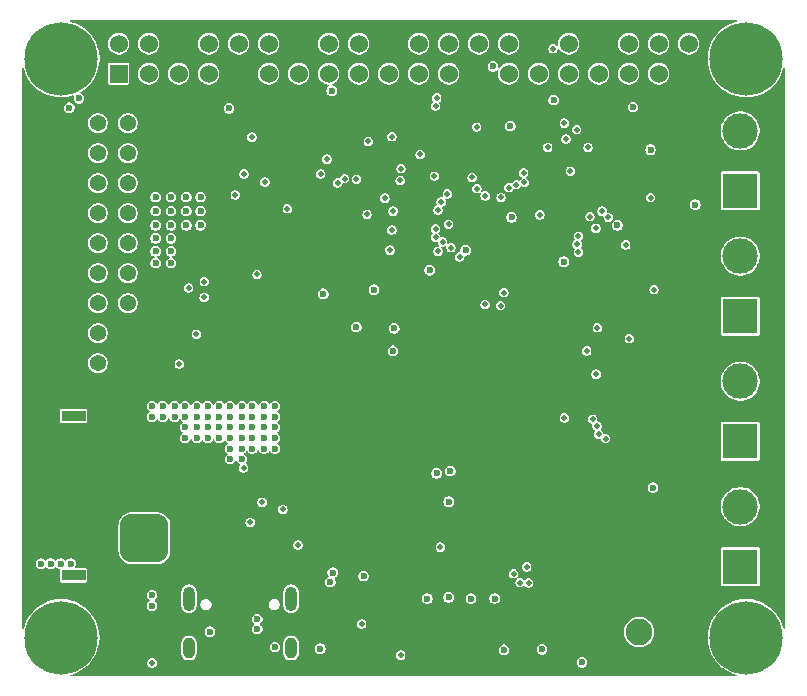
<source format=gbr>
%TF.GenerationSoftware,KiCad,Pcbnew,9.0.2+dfsg-1*%
%TF.CreationDate,2025-11-29T03:23:49-08:00*%
%TF.ProjectId,rc-plane,72632d70-6c61-46e6-952e-6b696361645f,rev?*%
%TF.SameCoordinates,Original*%
%TF.FileFunction,Copper,L2,Inr*%
%TF.FilePolarity,Positive*%
%FSLAX46Y46*%
G04 Gerber Fmt 4.6, Leading zero omitted, Abs format (unit mm)*
G04 Created by KiCad (PCBNEW 9.0.2+dfsg-1) date 2025-11-29 03:23:49*
%MOMM*%
%LPD*%
G01*
G04 APERTURE LIST*
G04 Aperture macros list*
%AMRoundRect*
0 Rectangle with rounded corners*
0 $1 Rounding radius*
0 $2 $3 $4 $5 $6 $7 $8 $9 X,Y pos of 4 corners*
0 Add a 4 corners polygon primitive as box body*
4,1,4,$2,$3,$4,$5,$6,$7,$8,$9,$2,$3,0*
0 Add four circle primitives for the rounded corners*
1,1,$1+$1,$2,$3*
1,1,$1+$1,$4,$5*
1,1,$1+$1,$6,$7*
1,1,$1+$1,$8,$9*
0 Add four rect primitives between the rounded corners*
20,1,$1+$1,$2,$3,$4,$5,0*
20,1,$1+$1,$4,$5,$6,$7,0*
20,1,$1+$1,$6,$7,$8,$9,0*
20,1,$1+$1,$8,$9,$2,$3,0*%
G04 Aperture macros list end*
%TA.AperFunction,ComponentPad*%
%ADD10R,1.370000X1.370000*%
%TD*%
%TA.AperFunction,ComponentPad*%
%ADD11C,1.370000*%
%TD*%
%TA.AperFunction,ComponentPad*%
%ADD12R,1.524000X1.524000*%
%TD*%
%TA.AperFunction,ComponentPad*%
%ADD13C,1.524000*%
%TD*%
%TA.AperFunction,ComponentPad*%
%ADD14C,6.200000*%
%TD*%
%TA.AperFunction,ComponentPad*%
%ADD15R,3.000000X3.000000*%
%TD*%
%TA.AperFunction,ComponentPad*%
%ADD16C,3.000000*%
%TD*%
%TA.AperFunction,ComponentPad*%
%ADD17C,2.250000*%
%TD*%
%TA.AperFunction,HeatsinkPad*%
%ADD18O,1.000000X2.100000*%
%TD*%
%TA.AperFunction,HeatsinkPad*%
%ADD19O,1.000000X1.800000*%
%TD*%
%TA.AperFunction,ComponentPad*%
%ADD20R,2.000000X0.900000*%
%TD*%
%TA.AperFunction,ComponentPad*%
%ADD21RoundRect,1.025000X1.025000X-1.025000X1.025000X1.025000X-1.025000X1.025000X-1.025000X-1.025000X0*%
%TD*%
%TA.AperFunction,ComponentPad*%
%ADD22C,4.100000*%
%TD*%
%TA.AperFunction,ViaPad*%
%ADD23C,0.600000*%
%TD*%
%TA.AperFunction,ViaPad*%
%ADD24C,0.500000*%
%TD*%
G04 APERTURE END LIST*
D10*
%TO.N,GND*%
%TO.C,J9*%
X82070000Y-57940000D03*
D11*
%TO.N,+5V_SERVO*%
X84610000Y-57940000D03*
%TO.N,ELEV_PWM1*%
X87150000Y-57940000D03*
%TO.N,GND*%
X82070000Y-60480000D03*
%TO.N,+5V_SERVO*%
X84610000Y-60480000D03*
%TO.N,RUDD_PWM2*%
X87150000Y-60480000D03*
%TO.N,GND*%
X82070000Y-63020000D03*
%TO.N,+5V_SERVO*%
X84610000Y-63020000D03*
%TO.N,AIL_L_PWM3*%
X87150000Y-63020000D03*
%TO.N,GND*%
X82070000Y-65560000D03*
%TO.N,+5V_SERVO*%
X84610000Y-65560000D03*
%TO.N,AIL_R_PWM4*%
X87150000Y-65560000D03*
%TO.N,GND*%
X82070000Y-68100000D03*
%TO.N,+5V_SERVO*%
X84610000Y-68100000D03*
%TO.N,FLAP_L_PWM5*%
X87150000Y-68100000D03*
%TO.N,GND*%
X82070000Y-70640000D03*
%TO.N,+5V_SERVO*%
X84610000Y-70640000D03*
%TO.N,FLAP_R_PWM6*%
X87150000Y-70640000D03*
%TO.N,GND*%
X82070000Y-73180000D03*
%TO.N,+5V_SERVO*%
X84610000Y-73180000D03*
%TO.N,ESC_PWM0*%
X87150000Y-73180000D03*
%TO.N,GND*%
X82070000Y-75720000D03*
%TO.N,+3.3V*%
X84610000Y-75720000D03*
%TO.N,GND*%
X87150000Y-75720000D03*
X82070000Y-78260000D03*
%TO.N,+3.3V*%
X84610000Y-78260000D03*
%TO.N,GND*%
X87150000Y-78260000D03*
%TD*%
D12*
%TO.N,3V3_1*%
%TO.C,U10*%
X86370000Y-53770000D03*
D13*
%TO.N,+5V*%
X86370000Y-51230000D03*
%TO.N,unconnected-(U10-GPIO2{slash}SDA1-Pad3)*%
X88910000Y-53770000D03*
%TO.N,+5V*%
X88910000Y-51230000D03*
%TO.N,unconnected-(U10-GPIO3{slash}SCL1-Pad5)*%
X91450000Y-53770000D03*
%TO.N,GND*%
X91450000Y-51230000D03*
%TO.N,unconnected-(U10-GPIO4{slash}GPIO_GCKL-Pad7)*%
X93990000Y-53770000D03*
%TO.N,PI_UART_RX*%
X93990000Y-51230000D03*
%TO.N,GND*%
X96530000Y-53770000D03*
%TO.N,PI_UART_TX*%
X96530000Y-51230000D03*
%TO.N,Net-(U10-GPIO17{slash}GPIO_GEN0)*%
X99070000Y-53770000D03*
%TO.N,unconnected-(U10-GPIO18{slash}GPIO_GEN1-Pad12)*%
X99070000Y-51230000D03*
%TO.N,unconnected-(U10-GPIO27{slash}GPIO_GEN2-Pad13)*%
X101610000Y-53770000D03*
%TO.N,GND*%
X101610000Y-51230000D03*
%TO.N,unconnected-(U10-GPIO22{slash}GPIO_GEN3-Pad15)*%
X104150000Y-53770000D03*
%TO.N,unconnected-(U10-GPIO23{slash}GPIO_GEN4-Pad16)*%
X104150000Y-51230000D03*
%TO.N,3V3*%
X106690000Y-53770000D03*
%TO.N,unconnected-(U10-GPIO24{slash}GPIO_GEN5-Pad18)*%
X106690000Y-51230000D03*
%TO.N,unconnected-(U10-GPIO10{slash}SPI_MOSI-Pad19)*%
X109230000Y-53770000D03*
%TO.N,GND*%
X109230000Y-51230000D03*
%TO.N,unconnected-(U10-GPIO9{slash}SPI_MISO-Pad21)*%
X111770000Y-53770000D03*
%TO.N,unconnected-(U10-GPIO25{slash}GPIO_GEN6-Pad22)*%
X111770000Y-51230000D03*
%TO.N,unconnected-(U10-GPIO11{slash}SPI_SCLK-Pad23)*%
X114310000Y-53770000D03*
%TO.N,unconnected-(U10-GPIO8{slash}~{SPI_CE0}-Pad24)*%
X114310000Y-51230000D03*
%TO.N,GND*%
X116850000Y-53770000D03*
%TO.N,unconnected-(U10-GPIO7{slash}~{SPI_CE1}-Pad26)*%
X116850000Y-51230000D03*
%TO.N,unconnected-(U10-ID_SD-Pad27)*%
X119390000Y-53770000D03*
%TO.N,unconnected-(U10-ID_SC-Pad28)*%
X119390000Y-51230000D03*
%TO.N,ELEV_PWM1*%
X121930000Y-53770000D03*
%TO.N,GND*%
X121930000Y-51230000D03*
%TO.N,RUDD_PWM2*%
X124470000Y-53770000D03*
%TO.N,AIL_L_PWM3*%
X124470000Y-51230000D03*
%TO.N,AIL_R_PWM4*%
X127010000Y-53770000D03*
%TO.N,GND*%
X127010000Y-51230000D03*
%TO.N,unconnected-(U10-GPIO19-Pad35)*%
X129550000Y-53770000D03*
%TO.N,unconnected-(U10-GPIO16-Pad36)*%
X129550000Y-51230000D03*
%TO.N,ESC_PWM0*%
X132090000Y-53770000D03*
%TO.N,FLAP_L_PWM5*%
X132090000Y-51230000D03*
%TO.N,GND*%
X134630000Y-53770000D03*
%TO.N,FLAP_R_PWM6*%
X134630000Y-51230000D03*
D14*
%TO.N,SHIELD_1*%
X81500000Y-52500000D03*
%TO.N,SHIELD_3*%
X139500000Y-52500000D03*
%TO.N,SHIELD*%
X139500000Y-101500000D03*
%TO.N,SHIELD_2*%
X81500000Y-101500000D03*
%TD*%
D15*
%TO.N,ARM_POWER*%
%TO.C,J6*%
X139000000Y-84890000D03*
D16*
%TO.N,Net-(J6-Pin_2)*%
X139000000Y-79810000D03*
%TD*%
D15*
%TO.N,ARM_POWER*%
%TO.C,J4*%
X139000000Y-95490000D03*
D16*
%TO.N,Net-(J4-Pin_2)*%
X139000000Y-90410000D03*
%TD*%
D15*
%TO.N,BATTERY*%
%TO.C,J2*%
X139000000Y-63690000D03*
D16*
%TO.N,ARM_POWER*%
X139000000Y-58610000D03*
%TD*%
D15*
%TO.N,ARM_POWER*%
%TO.C,J8*%
X139000000Y-74280000D03*
D16*
%TO.N,Net-(J8-Pin_2)*%
X139000000Y-69200000D03*
%TD*%
D17*
%TO.N,Net-(J3-In)*%
%TO.C,J3*%
X130440000Y-101040000D03*
%TO.N,GND*%
X132980000Y-103580000D03*
X132980000Y-98500000D03*
X127900000Y-103580000D03*
X127900000Y-98500000D03*
%TD*%
D18*
%TO.N,N/C*%
%TO.C,J7*%
X92330000Y-98210000D03*
D19*
X92330000Y-102390000D03*
D18*
X100970000Y-98210000D03*
D19*
X100970000Y-102390000D03*
%TD*%
D20*
%TO.N,*%
%TO.C,J1*%
X82550000Y-96250000D03*
X82550000Y-82750000D03*
D21*
%TO.N,BATTERY*%
X88550000Y-93100000D03*
D22*
%TO.N,GND*%
X88550000Y-85900000D03*
%TD*%
D23*
%TO.N,+3.3V*%
X94900000Y-81900000D03*
D24*
X109500000Y-59100000D03*
D23*
X92000000Y-81900000D03*
X91100000Y-81900000D03*
X93000000Y-84600000D03*
X99600000Y-82800000D03*
D24*
X129600000Y-76200000D03*
D23*
X96800000Y-81900000D03*
D24*
X106500000Y-62700000D03*
D23*
X89200000Y-82800000D03*
D24*
X107500000Y-59500000D03*
D23*
X96800000Y-86400000D03*
X129925000Y-56590000D03*
X131600000Y-88800000D03*
X97700000Y-85500000D03*
X95800000Y-84600000D03*
X94900000Y-83700000D03*
X93000000Y-83700000D03*
X95800000Y-82800000D03*
X98700000Y-83700000D03*
D24*
X124100000Y-82900000D03*
D23*
X90100000Y-82800000D03*
X98700000Y-85500000D03*
X94900000Y-84600000D03*
X94900000Y-82800000D03*
X92000000Y-84600000D03*
X93000000Y-81900000D03*
X95800000Y-85500000D03*
X95800000Y-81900000D03*
X99600000Y-83700000D03*
D24*
X113300000Y-55800000D03*
D23*
X115750001Y-68727768D03*
D24*
X124612500Y-62012500D03*
D23*
X93900000Y-84600000D03*
X95800000Y-86400000D03*
X89200000Y-81900000D03*
X97700000Y-84600000D03*
X128600000Y-66600000D03*
X93900000Y-83700000D03*
X92000000Y-83700000D03*
X93000000Y-82800000D03*
X93900000Y-81900000D03*
X131400000Y-60190000D03*
X112700000Y-70400000D03*
X96800000Y-83700000D03*
X109600000Y-77225000D03*
X119000000Y-102540000D03*
X96800000Y-85500000D03*
X93900000Y-82800000D03*
X119631587Y-65918413D03*
X90100000Y-81900000D03*
X119527190Y-58189035D03*
X95800000Y-83700000D03*
X109700000Y-75325000D03*
X99600000Y-85500000D03*
D24*
X131400000Y-64250000D03*
X113200000Y-56500000D03*
D23*
X98700000Y-84600000D03*
D24*
X110200000Y-62800000D03*
X111900000Y-60600000D03*
D23*
X97700000Y-83700000D03*
X92000000Y-82800000D03*
X97700000Y-81900000D03*
X98700000Y-81900000D03*
X124050000Y-69675000D03*
X103450000Y-102450000D03*
X97700000Y-82800000D03*
D24*
X126800000Y-79200000D03*
D23*
X98700000Y-82800000D03*
X96800000Y-82800000D03*
X99600000Y-81900000D03*
X91100000Y-82800000D03*
X96800000Y-84600000D03*
X135200000Y-64850000D03*
X99600000Y-84600000D03*
X103700000Y-72400000D03*
X125600000Y-103600000D03*
D24*
%TO.N,GND*%
X97500000Y-58050000D03*
D23*
X130200000Y-80400000D03*
D24*
X127400000Y-100500000D03*
X100371995Y-89450000D03*
X123800000Y-100600000D03*
X103171995Y-92075000D03*
D23*
X136150000Y-74450000D03*
X93650000Y-73512500D03*
X115300000Y-98200000D03*
X90600000Y-101800000D03*
X124900000Y-87100000D03*
X109700000Y-56500000D03*
X113400000Y-61300000D03*
X135600000Y-59700000D03*
X134400000Y-84900000D03*
X136000000Y-87700000D03*
D24*
X99800000Y-94500000D03*
D23*
X127475000Y-61400000D03*
X100300000Y-96600000D03*
D24*
X94750000Y-78812500D03*
D23*
X87300000Y-99100000D03*
D24*
X106200000Y-59700000D03*
X129000000Y-100500000D03*
D23*
X126625000Y-70700000D03*
X106800000Y-104300000D03*
D24*
X102000000Y-78750000D03*
D23*
X106750000Y-73725000D03*
X114000000Y-62100000D03*
D24*
X127400000Y-101800000D03*
D23*
X117200000Y-98200000D03*
D24*
X128200000Y-101800000D03*
X102100000Y-57300000D03*
X98078005Y-94525000D03*
X125900000Y-102300000D03*
D23*
X111400000Y-57700000D03*
X130200000Y-69950000D03*
X103500000Y-79500000D03*
X113400000Y-98200000D03*
D24*
X128200000Y-100500000D03*
D23*
X130000000Y-73400000D03*
X114006554Y-69241130D03*
D24*
X93000000Y-94600000D03*
D23*
X95300000Y-54300000D03*
D24*
X97475000Y-66700000D03*
D23*
X121500000Y-87000000D03*
X121925000Y-61900000D03*
D24*
X125000000Y-102500000D03*
D23*
X113400000Y-76200000D03*
X105600000Y-104300000D03*
D24*
X108200000Y-58100000D03*
X123800000Y-101700000D03*
D23*
X136100000Y-85000000D03*
D24*
X94550000Y-68350000D03*
D23*
X118300000Y-57575000D03*
D24*
X124100000Y-99900000D03*
D23*
X95900000Y-104000000D03*
D24*
X125900000Y-100100000D03*
X99100000Y-66687500D03*
D23*
X96950000Y-61437500D03*
X134500000Y-95500000D03*
D24*
X88650000Y-57250000D03*
D23*
X92600000Y-96600000D03*
X109100000Y-100600000D03*
X111950000Y-83600000D03*
D24*
X107924950Y-62200000D03*
X124100000Y-102400000D03*
X96250000Y-68300000D03*
X92850000Y-68300000D03*
X126600000Y-101800000D03*
X102450000Y-69750000D03*
X94600000Y-94600000D03*
X104325000Y-83100000D03*
D23*
X122200000Y-80300000D03*
X136200000Y-95500000D03*
D24*
X101100000Y-56800000D03*
D23*
X107100000Y-92600000D03*
X121100000Y-78100000D03*
X120306587Y-66593413D03*
D24*
X126600000Y-100500000D03*
X107200000Y-60400000D03*
D23*
X135300000Y-66550000D03*
X131625000Y-56590000D03*
X120400000Y-56000000D03*
X135500000Y-77100000D03*
D24*
X101550000Y-66050000D03*
D23*
X126500000Y-80975000D03*
X97107107Y-89292893D03*
D24*
X113200000Y-57300000D03*
X125000000Y-99800000D03*
X129000000Y-101800000D03*
X95850000Y-66700000D03*
D23*
X121725000Y-103600000D03*
X106750000Y-78725000D03*
X94900000Y-103900000D03*
X110900000Y-87100000D03*
D24*
X91750000Y-73212500D03*
D23*
X104637500Y-100251760D03*
D24*
X87103005Y-82450000D03*
D23*
X129900000Y-92600000D03*
X111500000Y-98200000D03*
X134400000Y-74500000D03*
X128800000Y-64850000D03*
D24*
X98850000Y-61737500D03*
D23*
X119750000Y-60725000D03*
D24*
%TO.N,NRST*%
X123150000Y-51650000D03*
D23*
X107100000Y-96300000D03*
D24*
X116677520Y-58281224D03*
%TO.N,Net-(U5-SS)*%
X98750000Y-62937500D03*
D23*
%TO.N,VBUS*%
X81450000Y-95250000D03*
D24*
X106950000Y-100350000D03*
D23*
X80600000Y-95250000D03*
X89200000Y-97900000D03*
X89200000Y-98800000D03*
X82300000Y-95250000D03*
X79800000Y-95250000D03*
D24*
%TO.N,VBUS_SENS*%
X89200000Y-103650000D03*
X110250000Y-103000000D03*
%TO.N,Net-(U12-SS)*%
X92300000Y-71912501D03*
D23*
%TO.N,BATTERY*%
X92100000Y-66600000D03*
X90800000Y-68800000D03*
X89500000Y-69800000D03*
X89500000Y-65400000D03*
X89500000Y-68800000D03*
X93300000Y-65400000D03*
X90800000Y-67700000D03*
X89500000Y-66600000D03*
X92100000Y-65400000D03*
X90800000Y-65400000D03*
X90800000Y-69800000D03*
X89500000Y-67700000D03*
X93300000Y-64200000D03*
X89500000Y-64200000D03*
X92100000Y-64200000D03*
X90800000Y-64200000D03*
X93300000Y-66600000D03*
X90800000Y-66600000D03*
D24*
%TO.N,Net-(U13-SS)*%
X100271995Y-90650000D03*
D23*
%TO.N,DEBUG_SWDIO*%
X104300000Y-96800000D03*
%TO.N,DEBUG_SWCLK*%
X104500000Y-96000000D03*
%TO.N,USB_CONN_D+*%
X98100000Y-99925000D03*
%TO.N,USB_CONN_D-*%
X98100000Y-100775000D03*
%TO.N,Net-(J7-CC2)*%
X99600000Y-102300000D03*
%TO.N,Net-(J7-CC1)*%
X94100000Y-101000000D03*
D24*
%TO.N,DROGUE_CONT*%
X119396114Y-63399873D03*
X126775000Y-66850000D03*
%TO.N,RECOVERY_CONT*%
X127825000Y-65926805D03*
X120728768Y-62971232D03*
%TO.N,ARM_CONT*%
X126100000Y-60000000D03*
X122700000Y-60000000D03*
D23*
%TO.N,AIL_L_PWM3*%
X123200000Y-56000000D03*
D24*
%TO.N,DROGUE*%
X120050000Y-63150000D03*
X126278768Y-65871232D03*
D23*
%TO.N,LED_ARMED*%
X118200000Y-98200000D03*
D24*
X127000000Y-84300000D03*
X125185040Y-68190664D03*
X120350000Y-96850000D03*
%TO.N,LED_FLIGHT*%
X119800000Y-96100000D03*
D23*
X116200000Y-98200000D03*
D24*
X126500000Y-83000000D03*
X122031177Y-65718308D03*
%TO.N,Net-(U5-PG)*%
X96238900Y-64037500D03*
X97650000Y-59137500D03*
%TO.N,RECOVERY*%
X127300000Y-65400000D03*
X120650000Y-62150000D03*
%TO.N,LED_STORAGE*%
X125299000Y-68881327D03*
D23*
X114300000Y-98100000D03*
D24*
X120921232Y-95521232D03*
X126860148Y-83600247D03*
D23*
%TO.N,LED_STANDBY*%
X112500000Y-98200000D03*
D24*
X121071939Y-96871939D03*
X127600247Y-84660149D03*
X125299000Y-67500000D03*
D23*
%TO.N,AIL_R_PWM4*%
X104400000Y-55200000D03*
D24*
%TO.N,Net-(U12-PG)*%
X92950000Y-75812500D03*
X93617300Y-71358859D03*
%TO.N,FLAP_L_PWM5*%
X124250000Y-59300000D03*
X118976000Y-72300000D03*
%TO.N,GPS_UART_RX*%
X126000000Y-77225000D03*
X116700000Y-63500000D03*
%TO.N,GPS_UART_TX*%
X117400000Y-64100000D03*
X126900000Y-75275000D03*
D23*
%TO.N,RUDD_PWM2*%
X118051353Y-53151353D03*
%TO.N,FLAP_R_PWM6*%
X83000000Y-55850000D03*
D24*
X118700000Y-73400000D03*
X125150000Y-58500000D03*
%TO.N,BACKUP_CONT*%
X116300000Y-62550000D03*
X129300000Y-68250000D03*
%TO.N,RADIO_CS*%
X113600000Y-93850000D03*
X114500000Y-68500000D03*
D23*
X122200000Y-102500000D03*
D24*
%TO.N,EN_SERVO*%
X93611733Y-72702238D03*
X91500000Y-78350000D03*
X98088500Y-70761500D03*
X114200000Y-63938850D03*
X105500000Y-62650000D03*
%TO.N,BACKUP*%
X118742059Y-64232159D03*
X131700000Y-72050000D03*
D23*
%TO.N,Net-(U10-GPIO17{slash}GPIO_GEN0)*%
X95700000Y-56701000D03*
D24*
%TO.N,EN_PI*%
X113674000Y-64631051D03*
X100650000Y-65200000D03*
X96988267Y-62247762D03*
X104899753Y-63010149D03*
%TO.N,PI_UART_RX*%
X104000000Y-61000000D03*
X113200000Y-67600003D03*
D23*
%TO.N,ESC_PWM0*%
X82200000Y-56650000D03*
D24*
X117400000Y-73300000D03*
X124100000Y-57950000D03*
%TO.N,PI_UART_TX*%
X113800000Y-68000000D03*
X103475000Y-62250000D03*
%TO.N,MAG_SDA*%
X113100000Y-62425000D03*
X110275000Y-61800000D03*
%TO.N,MEM_MISO*%
X114300000Y-66500000D03*
D23*
X114300000Y-90000000D03*
D24*
X109600000Y-65400000D03*
D23*
%TO.N,MEM_MOSI*%
X108001058Y-72047363D03*
X113300000Y-87600000D03*
D24*
%TO.N,MAG_INT*%
X108900000Y-64300000D03*
X113400000Y-65300000D03*
%TO.N,MEM_WP*%
X115237127Y-69275001D03*
X107400000Y-65675000D03*
%TO.N,MEM_HOLD*%
X109325002Y-68700000D03*
X113400000Y-68800000D03*
%TO.N,MEM_CS*%
X113200000Y-66900000D03*
X109500000Y-67000000D03*
D23*
%TO.N,MEM_SCK*%
X114450000Y-87400000D03*
X106500000Y-75200000D03*
D24*
%TO.N,Net-(U13-PG)*%
X97500000Y-91750000D03*
X96950000Y-87150000D03*
%TO.N,/Buck2/EN*%
X101550000Y-93675000D03*
X98523853Y-90050000D03*
%TD*%
%TA.AperFunction,Conductor*%
%TO.N,GND*%
G36*
X138732823Y-49222174D02*
G01*
X138754497Y-49274500D01*
X138732823Y-49326826D01*
X138701978Y-49345313D01*
X138554407Y-49390079D01*
X138403619Y-49435820D01*
X138403605Y-49435825D01*
X138108566Y-49558034D01*
X138108558Y-49558038D01*
X137826896Y-49708589D01*
X137826894Y-49708590D01*
X137561349Y-49886020D01*
X137314466Y-50088633D01*
X137088633Y-50314466D01*
X136886020Y-50561349D01*
X136708590Y-50826894D01*
X136708589Y-50826896D01*
X136558038Y-51108558D01*
X136558034Y-51108566D01*
X136435825Y-51403605D01*
X136435820Y-51403619D01*
X136343109Y-51709244D01*
X136280804Y-52022472D01*
X136272436Y-52107434D01*
X136249500Y-52340313D01*
X136249500Y-52659687D01*
X136255760Y-52723254D01*
X136280804Y-52977527D01*
X136343109Y-53290755D01*
X136435820Y-53596380D01*
X136435825Y-53596394D01*
X136544961Y-53859873D01*
X136558039Y-53891444D01*
X136635392Y-54036160D01*
X136708589Y-54173103D01*
X136708590Y-54173105D01*
X136886020Y-54438650D01*
X136886025Y-54438656D01*
X137088634Y-54685535D01*
X137314465Y-54911366D01*
X137561344Y-55113975D01*
X137561349Y-55113979D01*
X137778853Y-55259309D01*
X137826894Y-55291409D01*
X138108556Y-55441961D01*
X138403619Y-55564180D01*
X138709240Y-55656889D01*
X138709242Y-55656889D01*
X138709244Y-55656890D01*
X138805905Y-55676117D01*
X139022477Y-55719196D01*
X139340313Y-55750500D01*
X139340314Y-55750500D01*
X139659686Y-55750500D01*
X139659687Y-55750500D01*
X139977523Y-55719196D01*
X140290760Y-55656889D01*
X140596381Y-55564180D01*
X140891444Y-55441961D01*
X141173106Y-55291409D01*
X141438656Y-55113975D01*
X141685535Y-54911366D01*
X141911366Y-54685535D01*
X142113975Y-54438656D01*
X142291409Y-54173106D01*
X142441961Y-53891444D01*
X142564180Y-53596381D01*
X142654686Y-53298020D01*
X142690617Y-53254240D01*
X142746981Y-53248688D01*
X142790762Y-53284619D01*
X142799500Y-53319502D01*
X142799500Y-100680497D01*
X142777826Y-100732823D01*
X142725500Y-100754497D01*
X142673174Y-100732823D01*
X142654686Y-100701978D01*
X142624089Y-100601114D01*
X142564180Y-100403619D01*
X142441961Y-100108556D01*
X142291409Y-99826894D01*
X142240775Y-99751114D01*
X142113979Y-99561349D01*
X142067898Y-99505199D01*
X141911366Y-99314465D01*
X141685535Y-99088634D01*
X141438656Y-98886025D01*
X141438650Y-98886020D01*
X141173105Y-98708590D01*
X141173103Y-98708589D01*
X141058619Y-98647396D01*
X140891444Y-98558039D01*
X140891438Y-98558036D01*
X140891433Y-98558034D01*
X140596394Y-98435825D01*
X140596387Y-98435822D01*
X140596381Y-98435820D01*
X140435443Y-98387000D01*
X140290755Y-98343109D01*
X139977527Y-98280804D01*
X139723254Y-98255760D01*
X139659687Y-98249500D01*
X139340313Y-98249500D01*
X139287340Y-98254717D01*
X139022472Y-98280804D01*
X138709244Y-98343109D01*
X138403619Y-98435820D01*
X138403605Y-98435825D01*
X138108566Y-98558034D01*
X138108558Y-98558038D01*
X137826896Y-98708589D01*
X137826894Y-98708590D01*
X137561349Y-98886020D01*
X137314466Y-99088633D01*
X137088633Y-99314466D01*
X136886020Y-99561349D01*
X136708590Y-99826894D01*
X136708589Y-99826896D01*
X136558038Y-100108558D01*
X136558034Y-100108566D01*
X136435825Y-100403605D01*
X136435820Y-100403619D01*
X136343109Y-100709244D01*
X136280804Y-101022472D01*
X136249500Y-101340313D01*
X136249500Y-101659686D01*
X136280804Y-101977527D01*
X136343109Y-102290755D01*
X136378287Y-102406721D01*
X136429823Y-102576613D01*
X136435820Y-102596380D01*
X136435825Y-102596394D01*
X136549547Y-102870944D01*
X136558039Y-102891444D01*
X136610985Y-102990499D01*
X136708589Y-103173103D01*
X136708590Y-103173105D01*
X136886020Y-103438650D01*
X136886025Y-103438656D01*
X137088634Y-103685535D01*
X137314465Y-103911366D01*
X137483999Y-104050499D01*
X137561349Y-104113979D01*
X137676827Y-104191138D01*
X137826894Y-104291409D01*
X138108556Y-104441961D01*
X138403619Y-104564180D01*
X138701978Y-104654686D01*
X138745759Y-104690617D01*
X138751311Y-104746981D01*
X138715380Y-104790762D01*
X138680497Y-104799500D01*
X82319503Y-104799500D01*
X82267177Y-104777826D01*
X82245503Y-104725500D01*
X82267177Y-104673174D01*
X82298022Y-104654686D01*
X82596381Y-104564180D01*
X82891444Y-104441961D01*
X83173106Y-104291409D01*
X83438656Y-104113975D01*
X83685535Y-103911366D01*
X83911366Y-103685535D01*
X83983803Y-103597270D01*
X88799500Y-103597270D01*
X88799500Y-103702729D01*
X88826791Y-103804582D01*
X88826792Y-103804585D01*
X88826793Y-103804587D01*
X88879520Y-103895913D01*
X88954087Y-103970480D01*
X89045413Y-104023207D01*
X89147270Y-104050499D01*
X89147271Y-104050500D01*
X89147273Y-104050500D01*
X89252729Y-104050500D01*
X89252729Y-104050499D01*
X89354587Y-104023207D01*
X89445913Y-103970480D01*
X89520480Y-103895913D01*
X89573207Y-103804587D01*
X89600499Y-103702729D01*
X89600500Y-103702729D01*
X89600500Y-103597271D01*
X89600499Y-103597270D01*
X89589172Y-103554994D01*
X89585339Y-103540688D01*
X125149500Y-103540688D01*
X125149500Y-103659311D01*
X125180199Y-103773882D01*
X125180201Y-103773887D01*
X125239508Y-103876609D01*
X125239509Y-103876610D01*
X125239511Y-103876613D01*
X125323387Y-103960489D01*
X125323389Y-103960490D01*
X125323390Y-103960491D01*
X125426112Y-104019798D01*
X125426114Y-104019799D01*
X125426115Y-104019799D01*
X125426117Y-104019800D01*
X125438836Y-104023208D01*
X125540688Y-104050499D01*
X125540689Y-104050500D01*
X125540691Y-104050500D01*
X125659311Y-104050500D01*
X125659311Y-104050499D01*
X125773886Y-104019799D01*
X125876613Y-103960489D01*
X125960489Y-103876613D01*
X126019799Y-103773886D01*
X126050499Y-103659311D01*
X126050500Y-103659311D01*
X126050500Y-103540689D01*
X126050499Y-103540688D01*
X126037670Y-103492811D01*
X126019799Y-103426114D01*
X126005010Y-103400499D01*
X125960491Y-103323390D01*
X125960490Y-103323389D01*
X125960489Y-103323387D01*
X125876613Y-103239511D01*
X125876610Y-103239509D01*
X125876609Y-103239508D01*
X125773887Y-103180201D01*
X125773882Y-103180199D01*
X125659311Y-103149500D01*
X125659309Y-103149500D01*
X125540691Y-103149500D01*
X125540689Y-103149500D01*
X125426117Y-103180199D01*
X125426112Y-103180201D01*
X125323390Y-103239508D01*
X125239508Y-103323390D01*
X125180201Y-103426112D01*
X125180199Y-103426117D01*
X125149500Y-103540688D01*
X89585339Y-103540688D01*
X89573208Y-103495417D01*
X89573207Y-103495413D01*
X89520480Y-103404087D01*
X89445913Y-103329520D01*
X89386599Y-103295275D01*
X89354591Y-103276795D01*
X89354582Y-103276791D01*
X89252729Y-103249500D01*
X89252727Y-103249500D01*
X89147273Y-103249500D01*
X89147271Y-103249500D01*
X89045417Y-103276791D01*
X89045408Y-103276795D01*
X88954086Y-103329520D01*
X88879520Y-103404086D01*
X88826795Y-103495408D01*
X88826791Y-103495417D01*
X88799500Y-103597270D01*
X83983803Y-103597270D01*
X84113975Y-103438656D01*
X84291409Y-103173106D01*
X84441961Y-102891444D01*
X84564180Y-102596381D01*
X84656889Y-102290760D01*
X84719196Y-101977523D01*
X84724278Y-101925931D01*
X91679500Y-101925931D01*
X91679500Y-102854069D01*
X91682629Y-102869798D01*
X91704497Y-102979739D01*
X91704498Y-102979742D01*
X91734729Y-103052727D01*
X91753535Y-103098127D01*
X91824724Y-103204669D01*
X91915331Y-103295276D01*
X92021873Y-103366465D01*
X92140256Y-103415501D01*
X92140258Y-103415501D01*
X92140260Y-103415502D01*
X92182903Y-103423984D01*
X92265931Y-103440500D01*
X92265933Y-103440500D01*
X92394067Y-103440500D01*
X92394069Y-103440500D01*
X92519744Y-103415501D01*
X92638127Y-103366465D01*
X92744669Y-103295276D01*
X92835276Y-103204669D01*
X92906465Y-103098127D01*
X92955501Y-102979744D01*
X92980500Y-102854069D01*
X92980500Y-102240688D01*
X99149500Y-102240688D01*
X99149500Y-102359311D01*
X99180199Y-102473882D01*
X99180201Y-102473887D01*
X99239508Y-102576609D01*
X99239509Y-102576610D01*
X99239511Y-102576613D01*
X99323387Y-102660489D01*
X99323389Y-102660490D01*
X99323390Y-102660491D01*
X99415872Y-102713886D01*
X99426114Y-102719799D01*
X99426115Y-102719799D01*
X99426117Y-102719800D01*
X99451529Y-102726609D01*
X99540688Y-102750499D01*
X99540689Y-102750500D01*
X99540691Y-102750500D01*
X99659311Y-102750500D01*
X99659311Y-102750499D01*
X99773886Y-102719799D01*
X99876613Y-102660489D01*
X99960489Y-102576613D01*
X100019799Y-102473886D01*
X100050499Y-102359311D01*
X100050500Y-102359311D01*
X100050500Y-102240689D01*
X100050499Y-102240688D01*
X100019800Y-102126117D01*
X100019798Y-102126112D01*
X99960491Y-102023390D01*
X99960490Y-102023389D01*
X99960489Y-102023387D01*
X99876613Y-101939511D01*
X99876610Y-101939509D01*
X99876609Y-101939508D01*
X99853093Y-101925931D01*
X100319500Y-101925931D01*
X100319500Y-102854069D01*
X100322629Y-102869798D01*
X100344497Y-102979739D01*
X100344498Y-102979742D01*
X100374729Y-103052727D01*
X100393535Y-103098127D01*
X100464724Y-103204669D01*
X100555331Y-103295276D01*
X100661873Y-103366465D01*
X100780256Y-103415501D01*
X100780258Y-103415501D01*
X100780260Y-103415502D01*
X100822903Y-103423984D01*
X100905931Y-103440500D01*
X100905933Y-103440500D01*
X101034067Y-103440500D01*
X101034069Y-103440500D01*
X101159744Y-103415501D01*
X101278127Y-103366465D01*
X101384669Y-103295276D01*
X101475276Y-103204669D01*
X101546465Y-103098127D01*
X101595501Y-102979744D01*
X101601961Y-102947270D01*
X109849500Y-102947270D01*
X109849500Y-103052729D01*
X109876791Y-103154582D01*
X109876792Y-103154585D01*
X109876793Y-103154587D01*
X109929520Y-103245913D01*
X110004087Y-103320480D01*
X110095413Y-103373207D01*
X110197270Y-103400499D01*
X110197271Y-103400500D01*
X110197273Y-103400500D01*
X110302729Y-103400500D01*
X110302729Y-103400499D01*
X110404587Y-103373207D01*
X110495913Y-103320480D01*
X110570480Y-103245913D01*
X110623207Y-103154587D01*
X110650499Y-103052729D01*
X110650500Y-103052729D01*
X110650500Y-102947271D01*
X110650499Y-102947270D01*
X110627246Y-102860489D01*
X110623207Y-102845413D01*
X110570480Y-102754087D01*
X110495913Y-102679520D01*
X110462950Y-102660489D01*
X110404591Y-102626795D01*
X110404582Y-102626791D01*
X110302729Y-102599500D01*
X110302727Y-102599500D01*
X110197273Y-102599500D01*
X110197271Y-102599500D01*
X110095417Y-102626791D01*
X110095408Y-102626795D01*
X110004086Y-102679520D01*
X109929520Y-102754086D01*
X109876795Y-102845408D01*
X109876791Y-102845417D01*
X109849500Y-102947270D01*
X101601961Y-102947270D01*
X101620500Y-102854069D01*
X101620500Y-102390688D01*
X102999500Y-102390688D01*
X102999500Y-102509311D01*
X103030199Y-102623882D01*
X103030201Y-102623887D01*
X103089508Y-102726609D01*
X103089509Y-102726610D01*
X103089511Y-102726613D01*
X103173387Y-102810489D01*
X103173389Y-102810490D01*
X103173390Y-102810491D01*
X103259992Y-102860491D01*
X103276114Y-102869799D01*
X103276115Y-102869799D01*
X103276117Y-102869800D01*
X103333402Y-102885149D01*
X103390688Y-102900499D01*
X103390689Y-102900500D01*
X103390691Y-102900500D01*
X103509311Y-102900500D01*
X103509311Y-102900499D01*
X103623886Y-102869799D01*
X103726613Y-102810489D01*
X103810489Y-102726613D01*
X103869799Y-102623886D01*
X103900499Y-102509311D01*
X103900500Y-102509311D01*
X103900500Y-102480688D01*
X118549500Y-102480688D01*
X118549500Y-102599311D01*
X118580199Y-102713882D01*
X118580201Y-102713887D01*
X118639508Y-102816609D01*
X118639509Y-102816610D01*
X118639511Y-102816613D01*
X118723387Y-102900489D01*
X118723389Y-102900490D01*
X118723390Y-102900491D01*
X118810006Y-102950499D01*
X118826114Y-102959799D01*
X118826115Y-102959799D01*
X118826117Y-102959800D01*
X118883402Y-102975149D01*
X118940688Y-102990499D01*
X118940689Y-102990500D01*
X118940691Y-102990500D01*
X119059311Y-102990500D01*
X119059311Y-102990499D01*
X119173886Y-102959799D01*
X119276613Y-102900489D01*
X119360489Y-102816613D01*
X119419799Y-102713886D01*
X119450499Y-102599311D01*
X119450500Y-102599311D01*
X119450500Y-102480689D01*
X119450499Y-102480688D01*
X119443615Y-102454994D01*
X119439782Y-102440688D01*
X121749500Y-102440688D01*
X121749500Y-102559311D01*
X121780199Y-102673882D01*
X121780201Y-102673887D01*
X121839508Y-102776609D01*
X121839509Y-102776610D01*
X121839511Y-102776613D01*
X121923387Y-102860489D01*
X121923389Y-102860490D01*
X121923390Y-102860491D01*
X121992687Y-102900500D01*
X122026114Y-102919799D01*
X122026115Y-102919799D01*
X122026117Y-102919800D01*
X122044091Y-102924616D01*
X122140688Y-102950499D01*
X122140689Y-102950500D01*
X122140691Y-102950500D01*
X122259311Y-102950500D01*
X122259311Y-102950499D01*
X122373886Y-102919799D01*
X122476613Y-102860489D01*
X122560489Y-102776613D01*
X122619799Y-102673886D01*
X122650499Y-102559311D01*
X122650500Y-102559311D01*
X122650500Y-102440689D01*
X122650499Y-102440688D01*
X122648221Y-102432188D01*
X122630517Y-102366114D01*
X122619800Y-102326117D01*
X122619798Y-102326112D01*
X122560491Y-102223390D01*
X122560490Y-102223389D01*
X122560489Y-102223387D01*
X122476613Y-102139511D01*
X122476610Y-102139509D01*
X122476609Y-102139508D01*
X122373887Y-102080201D01*
X122373882Y-102080199D01*
X122259311Y-102049500D01*
X122259309Y-102049500D01*
X122140691Y-102049500D01*
X122140689Y-102049500D01*
X122026117Y-102080199D01*
X122026112Y-102080201D01*
X121923390Y-102139508D01*
X121839508Y-102223390D01*
X121780201Y-102326112D01*
X121780199Y-102326117D01*
X121749500Y-102440688D01*
X119439782Y-102440688D01*
X119419800Y-102366117D01*
X119419798Y-102366112D01*
X119360491Y-102263390D01*
X119360490Y-102263389D01*
X119360489Y-102263387D01*
X119276613Y-102179511D01*
X119276610Y-102179509D01*
X119276609Y-102179508D01*
X119173887Y-102120201D01*
X119173882Y-102120199D01*
X119059311Y-102089500D01*
X119059309Y-102089500D01*
X118940691Y-102089500D01*
X118940689Y-102089500D01*
X118826117Y-102120199D01*
X118826112Y-102120201D01*
X118723390Y-102179508D01*
X118639508Y-102263390D01*
X118580201Y-102366112D01*
X118580199Y-102366117D01*
X118549500Y-102480688D01*
X103900500Y-102480688D01*
X103900500Y-102390689D01*
X103900499Y-102390688D01*
X103893914Y-102366114D01*
X103879802Y-102313445D01*
X103869800Y-102276117D01*
X103869798Y-102276112D01*
X103810491Y-102173390D01*
X103810490Y-102173389D01*
X103810489Y-102173387D01*
X103726613Y-102089511D01*
X103726610Y-102089509D01*
X103726609Y-102089508D01*
X103623887Y-102030201D01*
X103623882Y-102030199D01*
X103509311Y-101999500D01*
X103509309Y-101999500D01*
X103390691Y-101999500D01*
X103390689Y-101999500D01*
X103276117Y-102030199D01*
X103276112Y-102030201D01*
X103173390Y-102089508D01*
X103089508Y-102173390D01*
X103030201Y-102276112D01*
X103030199Y-102276117D01*
X102999500Y-102390688D01*
X101620500Y-102390688D01*
X101620500Y-101925931D01*
X101595501Y-101800256D01*
X101546465Y-101681873D01*
X101475276Y-101575331D01*
X101384669Y-101484724D01*
X101278127Y-101413535D01*
X101278124Y-101413533D01*
X101278123Y-101413533D01*
X101159742Y-101364498D01*
X101159739Y-101364497D01*
X101069696Y-101346586D01*
X101034069Y-101339500D01*
X100905931Y-101339500D01*
X100874726Y-101345707D01*
X100780260Y-101364497D01*
X100780257Y-101364498D01*
X100661876Y-101413533D01*
X100555331Y-101484723D01*
X100555330Y-101484725D01*
X100464725Y-101575330D01*
X100464723Y-101575331D01*
X100393533Y-101681876D01*
X100344498Y-101800257D01*
X100344497Y-101800260D01*
X100323043Y-101908117D01*
X100319500Y-101925931D01*
X99853093Y-101925931D01*
X99773887Y-101880201D01*
X99773882Y-101880199D01*
X99659311Y-101849500D01*
X99659309Y-101849500D01*
X99540691Y-101849500D01*
X99540689Y-101849500D01*
X99426117Y-101880199D01*
X99426112Y-101880201D01*
X99323390Y-101939508D01*
X99239508Y-102023390D01*
X99180201Y-102126112D01*
X99180199Y-102126117D01*
X99149500Y-102240688D01*
X92980500Y-102240688D01*
X92980500Y-101925931D01*
X92955501Y-101800256D01*
X92906465Y-101681873D01*
X92835276Y-101575331D01*
X92744669Y-101484724D01*
X92638127Y-101413535D01*
X92638124Y-101413533D01*
X92638123Y-101413533D01*
X92519742Y-101364498D01*
X92519739Y-101364497D01*
X92429696Y-101346586D01*
X92394069Y-101339500D01*
X92265931Y-101339500D01*
X92234726Y-101345707D01*
X92140260Y-101364497D01*
X92140257Y-101364498D01*
X92021876Y-101413533D01*
X91915331Y-101484723D01*
X91915330Y-101484725D01*
X91824725Y-101575330D01*
X91824723Y-101575331D01*
X91753533Y-101681876D01*
X91704498Y-101800257D01*
X91704497Y-101800260D01*
X91683043Y-101908117D01*
X91679500Y-101925931D01*
X84724278Y-101925931D01*
X84728782Y-101880201D01*
X84750500Y-101659686D01*
X84750500Y-101340313D01*
X84736168Y-101194798D01*
X84719196Y-101022477D01*
X84702927Y-100940689D01*
X84702927Y-100940688D01*
X93649500Y-100940688D01*
X93649500Y-101059311D01*
X93680199Y-101173882D01*
X93680201Y-101173887D01*
X93739508Y-101276609D01*
X93739509Y-101276610D01*
X93739511Y-101276613D01*
X93823387Y-101360489D01*
X93823389Y-101360490D01*
X93823390Y-101360491D01*
X93926112Y-101419798D01*
X93926114Y-101419799D01*
X93926115Y-101419799D01*
X93926117Y-101419800D01*
X93983402Y-101435149D01*
X94040688Y-101450499D01*
X94040689Y-101450500D01*
X94040691Y-101450500D01*
X94159311Y-101450500D01*
X94159311Y-101450499D01*
X94273886Y-101419799D01*
X94376613Y-101360489D01*
X94460489Y-101276613D01*
X94519799Y-101173886D01*
X94550499Y-101059311D01*
X94550500Y-101059311D01*
X94550500Y-100940689D01*
X94550499Y-100940688D01*
X94550211Y-100939615D01*
X94535149Y-100883402D01*
X94519800Y-100826117D01*
X94519798Y-100826112D01*
X94460491Y-100723390D01*
X94460490Y-100723389D01*
X94460489Y-100723387D01*
X94376613Y-100639511D01*
X94376610Y-100639509D01*
X94376609Y-100639508D01*
X94273887Y-100580201D01*
X94273882Y-100580199D01*
X94159311Y-100549500D01*
X94159309Y-100549500D01*
X94040691Y-100549500D01*
X94040689Y-100549500D01*
X93926117Y-100580199D01*
X93926112Y-100580201D01*
X93823390Y-100639508D01*
X93739508Y-100723390D01*
X93680201Y-100826112D01*
X93680199Y-100826117D01*
X93649500Y-100940688D01*
X84702927Y-100940688D01*
X84656890Y-100709244D01*
X84624089Y-100601114D01*
X84564180Y-100403619D01*
X84441961Y-100108556D01*
X84312145Y-99865688D01*
X97649500Y-99865688D01*
X97649500Y-99984311D01*
X97680199Y-100098882D01*
X97680201Y-100098887D01*
X97739508Y-100201609D01*
X97739509Y-100201610D01*
X97739511Y-100201613D01*
X97823387Y-100285489D01*
X97823389Y-100285490D01*
X97823390Y-100285491D01*
X97824124Y-100285915D01*
X97824384Y-100286254D01*
X97827241Y-100288447D01*
X97826653Y-100289212D01*
X97858601Y-100330850D01*
X97851207Y-100387002D01*
X97826986Y-100411222D01*
X97827241Y-100411553D01*
X97824724Y-100413484D01*
X97824124Y-100414085D01*
X97823390Y-100414508D01*
X97739508Y-100498390D01*
X97680201Y-100601112D01*
X97680199Y-100601117D01*
X97649500Y-100715688D01*
X97649500Y-100834311D01*
X97680199Y-100948882D01*
X97680201Y-100948887D01*
X97739508Y-101051609D01*
X97739509Y-101051610D01*
X97739511Y-101051613D01*
X97823387Y-101135489D01*
X97823389Y-101135490D01*
X97823390Y-101135491D01*
X97926112Y-101194798D01*
X97926114Y-101194799D01*
X97926115Y-101194799D01*
X97926117Y-101194800D01*
X97983402Y-101210149D01*
X98040688Y-101225499D01*
X98040689Y-101225500D01*
X98040691Y-101225500D01*
X98159311Y-101225500D01*
X98159311Y-101225499D01*
X98273886Y-101194799D01*
X98376613Y-101135489D01*
X98460489Y-101051613D01*
X98519799Y-100948886D01*
X98522283Y-100939615D01*
X129164500Y-100939615D01*
X129164500Y-101140384D01*
X129195906Y-101338677D01*
X129195909Y-101338690D01*
X129257945Y-101529616D01*
X129349094Y-101708507D01*
X129451531Y-101849500D01*
X129467103Y-101870932D01*
X129609068Y-102012897D01*
X129771492Y-102130905D01*
X129950378Y-102222052D01*
X129950380Y-102222052D01*
X129950383Y-102222054D01*
X130141309Y-102284090D01*
X130141315Y-102284091D01*
X130141320Y-102284093D01*
X130273517Y-102305031D01*
X130339615Y-102315500D01*
X130339616Y-102315500D01*
X130540385Y-102315500D01*
X130589958Y-102307648D01*
X130738680Y-102284093D01*
X130738687Y-102284090D01*
X130738690Y-102284090D01*
X130929616Y-102222054D01*
X130929616Y-102222053D01*
X130929622Y-102222052D01*
X131108508Y-102130905D01*
X131270932Y-102012897D01*
X131412897Y-101870932D01*
X131530905Y-101708508D01*
X131622052Y-101529622D01*
X131636641Y-101484723D01*
X131684090Y-101338690D01*
X131684090Y-101338687D01*
X131684093Y-101338680D01*
X131715500Y-101140384D01*
X131715500Y-100939616D01*
X131684093Y-100741320D01*
X131684091Y-100741315D01*
X131684090Y-100741309D01*
X131622054Y-100550383D01*
X131622052Y-100550380D01*
X131622052Y-100550378D01*
X131530905Y-100371492D01*
X131412897Y-100209068D01*
X131270932Y-100067103D01*
X131270929Y-100067100D01*
X131270927Y-100067099D01*
X131108507Y-99949094D01*
X130929616Y-99857945D01*
X130738690Y-99795909D01*
X130738677Y-99795906D01*
X130540385Y-99764500D01*
X130540384Y-99764500D01*
X130339616Y-99764500D01*
X130339615Y-99764500D01*
X130141322Y-99795906D01*
X130141309Y-99795909D01*
X129950383Y-99857945D01*
X129771492Y-99949094D01*
X129609072Y-100067099D01*
X129467099Y-100209072D01*
X129349094Y-100371492D01*
X129257945Y-100550383D01*
X129195909Y-100741309D01*
X129195906Y-100741322D01*
X129164500Y-100939615D01*
X98522283Y-100939615D01*
X98550499Y-100834311D01*
X98550500Y-100834311D01*
X98550500Y-100715689D01*
X98550499Y-100715688D01*
X98550416Y-100715380D01*
X98519799Y-100601114D01*
X98490509Y-100550383D01*
X98460491Y-100498390D01*
X98460490Y-100498389D01*
X98460489Y-100498387D01*
X98376613Y-100414511D01*
X98376610Y-100414509D01*
X98376609Y-100414508D01*
X98375881Y-100414088D01*
X98375621Y-100413750D01*
X98372759Y-100411553D01*
X98373347Y-100410786D01*
X98341400Y-100369157D01*
X98348789Y-100313004D01*
X98361273Y-100297270D01*
X106549500Y-100297270D01*
X106549500Y-100402729D01*
X106576791Y-100504582D01*
X106576795Y-100504591D01*
X106620449Y-100580201D01*
X106629520Y-100595913D01*
X106704087Y-100670480D01*
X106795413Y-100723207D01*
X106897270Y-100750499D01*
X106897271Y-100750500D01*
X106897273Y-100750500D01*
X107002729Y-100750500D01*
X107002729Y-100750499D01*
X107104587Y-100723207D01*
X107195913Y-100670480D01*
X107270480Y-100595913D01*
X107323207Y-100504587D01*
X107350499Y-100402729D01*
X107350500Y-100402729D01*
X107350500Y-100297271D01*
X107350499Y-100297270D01*
X107350158Y-100295999D01*
X107323207Y-100195413D01*
X107270480Y-100104087D01*
X107195913Y-100029520D01*
X107117609Y-99984311D01*
X107104591Y-99976795D01*
X107104582Y-99976791D01*
X107002729Y-99949500D01*
X107002727Y-99949500D01*
X106897273Y-99949500D01*
X106897271Y-99949500D01*
X106795417Y-99976791D01*
X106795408Y-99976795D01*
X106704086Y-100029520D01*
X106629520Y-100104086D01*
X106576795Y-100195408D01*
X106576791Y-100195417D01*
X106549500Y-100297270D01*
X98361273Y-100297270D01*
X98362282Y-100295999D01*
X98368499Y-100290173D01*
X98376613Y-100285489D01*
X98460489Y-100201613D01*
X98519799Y-100098886D01*
X98550499Y-99984311D01*
X98550500Y-99984311D01*
X98550500Y-99865689D01*
X98550499Y-99865688D01*
X98540103Y-99826891D01*
X98519799Y-99751114D01*
X98460489Y-99648387D01*
X98376613Y-99564511D01*
X98376610Y-99564509D01*
X98376609Y-99564508D01*
X98273887Y-99505201D01*
X98273882Y-99505199D01*
X98159311Y-99474500D01*
X98159309Y-99474500D01*
X98040691Y-99474500D01*
X98040689Y-99474500D01*
X97926117Y-99505199D01*
X97926112Y-99505201D01*
X97823390Y-99564508D01*
X97739508Y-99648390D01*
X97680201Y-99751112D01*
X97680199Y-99751117D01*
X97649500Y-99865688D01*
X84312145Y-99865688D01*
X84291409Y-99826894D01*
X84240775Y-99751114D01*
X84113979Y-99561349D01*
X84067898Y-99505199D01*
X83911366Y-99314465D01*
X83685535Y-99088634D01*
X83438656Y-98886025D01*
X83438650Y-98886020D01*
X83173105Y-98708590D01*
X83173103Y-98708589D01*
X83058619Y-98647396D01*
X82891444Y-98558039D01*
X82891438Y-98558036D01*
X82891433Y-98558034D01*
X82596394Y-98435825D01*
X82596387Y-98435822D01*
X82596381Y-98435820D01*
X82435443Y-98387000D01*
X82290755Y-98343109D01*
X81977527Y-98280804D01*
X81723254Y-98255760D01*
X81659687Y-98249500D01*
X81340313Y-98249500D01*
X81287340Y-98254717D01*
X81022472Y-98280804D01*
X80709244Y-98343109D01*
X80403619Y-98435820D01*
X80403605Y-98435825D01*
X80108566Y-98558034D01*
X80108558Y-98558038D01*
X79826896Y-98708589D01*
X79826894Y-98708590D01*
X79561349Y-98886020D01*
X79314466Y-99088633D01*
X79088633Y-99314466D01*
X78886020Y-99561349D01*
X78708590Y-99826894D01*
X78708589Y-99826896D01*
X78558038Y-100108558D01*
X78558034Y-100108566D01*
X78435825Y-100403605D01*
X78435820Y-100403619D01*
X78407073Y-100498387D01*
X78345314Y-100701978D01*
X78309383Y-100745759D01*
X78253019Y-100751311D01*
X78209238Y-100715380D01*
X78200500Y-100680497D01*
X78200500Y-97840688D01*
X88749500Y-97840688D01*
X88749500Y-97959311D01*
X88780199Y-98073882D01*
X88780201Y-98073887D01*
X88839508Y-98176609D01*
X88839509Y-98176610D01*
X88839511Y-98176613D01*
X88923387Y-98260489D01*
X88923389Y-98260490D01*
X88923390Y-98260491D01*
X88967423Y-98285914D01*
X89001902Y-98330848D01*
X88994509Y-98387000D01*
X88967423Y-98414086D01*
X88923390Y-98439508D01*
X88839508Y-98523390D01*
X88780201Y-98626112D01*
X88780199Y-98626117D01*
X88749500Y-98740688D01*
X88749500Y-98859311D01*
X88780199Y-98973882D01*
X88780201Y-98973887D01*
X88839508Y-99076609D01*
X88839509Y-99076610D01*
X88839511Y-99076613D01*
X88923387Y-99160489D01*
X88923389Y-99160490D01*
X88923390Y-99160491D01*
X88947947Y-99174669D01*
X89026114Y-99219799D01*
X89026115Y-99219799D01*
X89026117Y-99219800D01*
X89083402Y-99235149D01*
X89140688Y-99250499D01*
X89140689Y-99250500D01*
X89140691Y-99250500D01*
X89259311Y-99250500D01*
X89259311Y-99250499D01*
X89373886Y-99219799D01*
X89476613Y-99160489D01*
X89560489Y-99076613D01*
X89619799Y-98973886D01*
X89650499Y-98859311D01*
X89650500Y-98859311D01*
X89650500Y-98740689D01*
X89650499Y-98740688D01*
X89641898Y-98708590D01*
X89619799Y-98626114D01*
X89616153Y-98619799D01*
X89560491Y-98523390D01*
X89560490Y-98523389D01*
X89560489Y-98523387D01*
X89476613Y-98439511D01*
X89476610Y-98439509D01*
X89476609Y-98439508D01*
X89432576Y-98414086D01*
X89398098Y-98369153D01*
X89405490Y-98313000D01*
X89432576Y-98285914D01*
X89465502Y-98266904D01*
X89476613Y-98260489D01*
X89560489Y-98176613D01*
X89619799Y-98073886D01*
X89650499Y-97959311D01*
X89650500Y-97959311D01*
X89650500Y-97840689D01*
X89650499Y-97840688D01*
X89619800Y-97726117D01*
X89619798Y-97726112D01*
X89563901Y-97629296D01*
X89560491Y-97623390D01*
X89560490Y-97623389D01*
X89560489Y-97623387D01*
X89533034Y-97595932D01*
X91679500Y-97595932D01*
X91679500Y-98824067D01*
X91704497Y-98949739D01*
X91704498Y-98949742D01*
X91704499Y-98949744D01*
X91753535Y-99068127D01*
X91768481Y-99090495D01*
X91815250Y-99160491D01*
X91824724Y-99174669D01*
X91915331Y-99265276D01*
X92021873Y-99336465D01*
X92140256Y-99385501D01*
X92140258Y-99385501D01*
X92140260Y-99385502D01*
X92182903Y-99393984D01*
X92265931Y-99410500D01*
X92265933Y-99410500D01*
X92394067Y-99410500D01*
X92394069Y-99410500D01*
X92519744Y-99385501D01*
X92638127Y-99336465D01*
X92744669Y-99265276D01*
X92835276Y-99174669D01*
X92906465Y-99068127D01*
X92955501Y-98949744D01*
X92980500Y-98824069D01*
X92980500Y-98647396D01*
X93284500Y-98647396D01*
X93284500Y-98772603D01*
X93316904Y-98893535D01*
X93316905Y-98893536D01*
X93379505Y-99001964D01*
X93468036Y-99090495D01*
X93576464Y-99153095D01*
X93576463Y-99153095D01*
X93646286Y-99171804D01*
X93697396Y-99185499D01*
X93697397Y-99185500D01*
X93697399Y-99185500D01*
X93822603Y-99185500D01*
X93822603Y-99185499D01*
X93943536Y-99153095D01*
X94051964Y-99090495D01*
X94140495Y-99001964D01*
X94203095Y-98893536D01*
X94235499Y-98772603D01*
X94235500Y-98772603D01*
X94235500Y-98647397D01*
X94235499Y-98647396D01*
X99064500Y-98647396D01*
X99064500Y-98772603D01*
X99096904Y-98893535D01*
X99096905Y-98893536D01*
X99159505Y-99001964D01*
X99248036Y-99090495D01*
X99356464Y-99153095D01*
X99356463Y-99153095D01*
X99426286Y-99171804D01*
X99477396Y-99185499D01*
X99477397Y-99185500D01*
X99477399Y-99185500D01*
X99602603Y-99185500D01*
X99602603Y-99185499D01*
X99723536Y-99153095D01*
X99831964Y-99090495D01*
X99920495Y-99001964D01*
X99983095Y-98893536D01*
X100015499Y-98772603D01*
X100015500Y-98772603D01*
X100015500Y-98647397D01*
X100015499Y-98647396D01*
X100009796Y-98626114D01*
X99983095Y-98526464D01*
X99920495Y-98418036D01*
X99831964Y-98329505D01*
X99831963Y-98329504D01*
X99735629Y-98273887D01*
X99723536Y-98266905D01*
X99723535Y-98266904D01*
X99723536Y-98266904D01*
X99602603Y-98234500D01*
X99602601Y-98234500D01*
X99477399Y-98234500D01*
X99477397Y-98234500D01*
X99356464Y-98266904D01*
X99248036Y-98329504D01*
X99159504Y-98418036D01*
X99096904Y-98526464D01*
X99064500Y-98647396D01*
X94235499Y-98647396D01*
X94229796Y-98626114D01*
X94203095Y-98526464D01*
X94140495Y-98418036D01*
X94051964Y-98329505D01*
X94051963Y-98329504D01*
X93955629Y-98273887D01*
X93943536Y-98266905D01*
X93943535Y-98266904D01*
X93943536Y-98266904D01*
X93822603Y-98234500D01*
X93822601Y-98234500D01*
X93697399Y-98234500D01*
X93697397Y-98234500D01*
X93576464Y-98266904D01*
X93468036Y-98329504D01*
X93379504Y-98418036D01*
X93316904Y-98526464D01*
X93284500Y-98647396D01*
X92980500Y-98647396D01*
X92980500Y-97595932D01*
X100319500Y-97595932D01*
X100319500Y-98824067D01*
X100344497Y-98949739D01*
X100344498Y-98949742D01*
X100344499Y-98949744D01*
X100393535Y-99068127D01*
X100408481Y-99090495D01*
X100455250Y-99160491D01*
X100464724Y-99174669D01*
X100555331Y-99265276D01*
X100661873Y-99336465D01*
X100780256Y-99385501D01*
X100780258Y-99385501D01*
X100780260Y-99385502D01*
X100822903Y-99393984D01*
X100905931Y-99410500D01*
X100905933Y-99410500D01*
X101034067Y-99410500D01*
X101034069Y-99410500D01*
X101159744Y-99385501D01*
X101278127Y-99336465D01*
X101384669Y-99265276D01*
X101475276Y-99174669D01*
X101546465Y-99068127D01*
X101595501Y-98949744D01*
X101620500Y-98824069D01*
X101620500Y-98140688D01*
X112049500Y-98140688D01*
X112049500Y-98259311D01*
X112080199Y-98373882D01*
X112080201Y-98373887D01*
X112139508Y-98476609D01*
X112139509Y-98476610D01*
X112139511Y-98476613D01*
X112223387Y-98560489D01*
X112326114Y-98619799D01*
X112326115Y-98619799D01*
X112326117Y-98619800D01*
X112349693Y-98626117D01*
X112440688Y-98650499D01*
X112440689Y-98650500D01*
X112440691Y-98650500D01*
X112559311Y-98650500D01*
X112559311Y-98650499D01*
X112673886Y-98619799D01*
X112776613Y-98560489D01*
X112860489Y-98476613D01*
X112919799Y-98373886D01*
X112950499Y-98259311D01*
X112950500Y-98259311D01*
X112950500Y-98140689D01*
X112950499Y-98140688D01*
X112927538Y-98054994D01*
X112923705Y-98040688D01*
X113849500Y-98040688D01*
X113849500Y-98159311D01*
X113880199Y-98273882D01*
X113880201Y-98273887D01*
X113939508Y-98376609D01*
X113939509Y-98376610D01*
X113939511Y-98376613D01*
X114023387Y-98460489D01*
X114126114Y-98519799D01*
X114126115Y-98519799D01*
X114126117Y-98519800D01*
X114150988Y-98526464D01*
X114240688Y-98550499D01*
X114240689Y-98550500D01*
X114240691Y-98550500D01*
X114359311Y-98550500D01*
X114359311Y-98550499D01*
X114473886Y-98519799D01*
X114576613Y-98460489D01*
X114660489Y-98376613D01*
X114719799Y-98273886D01*
X114750499Y-98159311D01*
X114750500Y-98159311D01*
X114750500Y-98140688D01*
X115749500Y-98140688D01*
X115749500Y-98259311D01*
X115780199Y-98373882D01*
X115780201Y-98373887D01*
X115839508Y-98476609D01*
X115839509Y-98476610D01*
X115839511Y-98476613D01*
X115923387Y-98560489D01*
X116026114Y-98619799D01*
X116026115Y-98619799D01*
X116026117Y-98619800D01*
X116049693Y-98626117D01*
X116140688Y-98650499D01*
X116140689Y-98650500D01*
X116140691Y-98650500D01*
X116259311Y-98650500D01*
X116259311Y-98650499D01*
X116373886Y-98619799D01*
X116476613Y-98560489D01*
X116560489Y-98476613D01*
X116619799Y-98373886D01*
X116650499Y-98259311D01*
X116650500Y-98259311D01*
X116650500Y-98140689D01*
X116650499Y-98140688D01*
X117749500Y-98140688D01*
X117749500Y-98259311D01*
X117780199Y-98373882D01*
X117780201Y-98373887D01*
X117839508Y-98476609D01*
X117839509Y-98476610D01*
X117839511Y-98476613D01*
X117923387Y-98560489D01*
X118026114Y-98619799D01*
X118026115Y-98619799D01*
X118026117Y-98619800D01*
X118049693Y-98626117D01*
X118140688Y-98650499D01*
X118140689Y-98650500D01*
X118140691Y-98650500D01*
X118259311Y-98650500D01*
X118259311Y-98650499D01*
X118373886Y-98619799D01*
X118476613Y-98560489D01*
X118560489Y-98476613D01*
X118619799Y-98373886D01*
X118650499Y-98259311D01*
X118650500Y-98259311D01*
X118650500Y-98140689D01*
X118650499Y-98140688D01*
X118619800Y-98026117D01*
X118619798Y-98026112D01*
X118560491Y-97923390D01*
X118560490Y-97923389D01*
X118560489Y-97923387D01*
X118476613Y-97839511D01*
X118476610Y-97839509D01*
X118476609Y-97839508D01*
X118373887Y-97780201D01*
X118373882Y-97780199D01*
X118259311Y-97749500D01*
X118259309Y-97749500D01*
X118140691Y-97749500D01*
X118140689Y-97749500D01*
X118026117Y-97780199D01*
X118026112Y-97780201D01*
X117923390Y-97839508D01*
X117839508Y-97923390D01*
X117780201Y-98026112D01*
X117780199Y-98026117D01*
X117749500Y-98140688D01*
X116650499Y-98140688D01*
X116619800Y-98026117D01*
X116619798Y-98026112D01*
X116560491Y-97923390D01*
X116560490Y-97923389D01*
X116560489Y-97923387D01*
X116476613Y-97839511D01*
X116476610Y-97839509D01*
X116476609Y-97839508D01*
X116373887Y-97780201D01*
X116373882Y-97780199D01*
X116259311Y-97749500D01*
X116259309Y-97749500D01*
X116140691Y-97749500D01*
X116140689Y-97749500D01*
X116026117Y-97780199D01*
X116026112Y-97780201D01*
X115923390Y-97839508D01*
X115839508Y-97923390D01*
X115780201Y-98026112D01*
X115780199Y-98026117D01*
X115749500Y-98140688D01*
X114750500Y-98140688D01*
X114750500Y-98040689D01*
X114750499Y-98040688D01*
X114746593Y-98026112D01*
X114719799Y-97926114D01*
X114670480Y-97840691D01*
X114660491Y-97823390D01*
X114660490Y-97823389D01*
X114660489Y-97823387D01*
X114576613Y-97739511D01*
X114576610Y-97739509D01*
X114576609Y-97739508D01*
X114473887Y-97680201D01*
X114473882Y-97680199D01*
X114359311Y-97649500D01*
X114359309Y-97649500D01*
X114240691Y-97649500D01*
X114240689Y-97649500D01*
X114126117Y-97680199D01*
X114126112Y-97680201D01*
X114023390Y-97739508D01*
X113939508Y-97823390D01*
X113880201Y-97926112D01*
X113880199Y-97926117D01*
X113849500Y-98040688D01*
X112923705Y-98040688D01*
X112919800Y-98026117D01*
X112919798Y-98026112D01*
X112860491Y-97923390D01*
X112860490Y-97923389D01*
X112860489Y-97923387D01*
X112776613Y-97839511D01*
X112776610Y-97839509D01*
X112776609Y-97839508D01*
X112673887Y-97780201D01*
X112673882Y-97780199D01*
X112559311Y-97749500D01*
X112559309Y-97749500D01*
X112440691Y-97749500D01*
X112440689Y-97749500D01*
X112326117Y-97780199D01*
X112326112Y-97780201D01*
X112223390Y-97839508D01*
X112139508Y-97923390D01*
X112080201Y-98026112D01*
X112080199Y-98026117D01*
X112049500Y-98140688D01*
X101620500Y-98140688D01*
X101620500Y-97595931D01*
X101595501Y-97470256D01*
X101546465Y-97351873D01*
X101475276Y-97245331D01*
X101384669Y-97154724D01*
X101278127Y-97083535D01*
X101278124Y-97083533D01*
X101278123Y-97083533D01*
X101159742Y-97034498D01*
X101159739Y-97034497D01*
X101069696Y-97016586D01*
X101034069Y-97009500D01*
X100905931Y-97009500D01*
X100874726Y-97015707D01*
X100780260Y-97034497D01*
X100780257Y-97034498D01*
X100661876Y-97083533D01*
X100555331Y-97154723D01*
X100555330Y-97154725D01*
X100464725Y-97245330D01*
X100464723Y-97245331D01*
X100393533Y-97351876D01*
X100344498Y-97470257D01*
X100344497Y-97470260D01*
X100319500Y-97595932D01*
X92980500Y-97595932D01*
X92980500Y-97595931D01*
X92955501Y-97470256D01*
X92906465Y-97351873D01*
X92835276Y-97245331D01*
X92744669Y-97154724D01*
X92638127Y-97083535D01*
X92638124Y-97083533D01*
X92638123Y-97083533D01*
X92519742Y-97034498D01*
X92519739Y-97034497D01*
X92429696Y-97016586D01*
X92394069Y-97009500D01*
X92265931Y-97009500D01*
X92234726Y-97015707D01*
X92140260Y-97034497D01*
X92140257Y-97034498D01*
X92021876Y-97083533D01*
X91915331Y-97154723D01*
X91915330Y-97154725D01*
X91824725Y-97245330D01*
X91824723Y-97245331D01*
X91753533Y-97351876D01*
X91704498Y-97470257D01*
X91704497Y-97470260D01*
X91679500Y-97595932D01*
X89533034Y-97595932D01*
X89476613Y-97539511D01*
X89476610Y-97539509D01*
X89476609Y-97539508D01*
X89373887Y-97480201D01*
X89373882Y-97480199D01*
X89259311Y-97449500D01*
X89259309Y-97449500D01*
X89140691Y-97449500D01*
X89140689Y-97449500D01*
X89026117Y-97480199D01*
X89026112Y-97480201D01*
X88923390Y-97539508D01*
X88839508Y-97623390D01*
X88780201Y-97726112D01*
X88780199Y-97726117D01*
X88749500Y-97840688D01*
X78200500Y-97840688D01*
X78200500Y-95190688D01*
X79349500Y-95190688D01*
X79349500Y-95309311D01*
X79380199Y-95423882D01*
X79380201Y-95423887D01*
X79439508Y-95526609D01*
X79439509Y-95526610D01*
X79439511Y-95526613D01*
X79523387Y-95610489D01*
X79523389Y-95610490D01*
X79523390Y-95610491D01*
X79573649Y-95639508D01*
X79626114Y-95669799D01*
X79626115Y-95669799D01*
X79626117Y-95669800D01*
X79683402Y-95685149D01*
X79740688Y-95700499D01*
X79740689Y-95700500D01*
X79740691Y-95700500D01*
X79859311Y-95700500D01*
X79859311Y-95700499D01*
X79973886Y-95669799D01*
X80076613Y-95610489D01*
X80147675Y-95539426D01*
X80200000Y-95517753D01*
X80252324Y-95539426D01*
X80323387Y-95610489D01*
X80323389Y-95610490D01*
X80323390Y-95610491D01*
X80373649Y-95639508D01*
X80426114Y-95669799D01*
X80426115Y-95669799D01*
X80426117Y-95669800D01*
X80483402Y-95685149D01*
X80540688Y-95700499D01*
X80540689Y-95700500D01*
X80540691Y-95700500D01*
X80659311Y-95700500D01*
X80659311Y-95700499D01*
X80773886Y-95669799D01*
X80876613Y-95610489D01*
X80960489Y-95526613D01*
X80960912Y-95525881D01*
X80961249Y-95525621D01*
X80963447Y-95522759D01*
X80964213Y-95523347D01*
X81005843Y-95491400D01*
X81061996Y-95498789D01*
X81086220Y-95523013D01*
X81086553Y-95522759D01*
X81088490Y-95525283D01*
X81089088Y-95525881D01*
X81089508Y-95526609D01*
X81089509Y-95526610D01*
X81089511Y-95526613D01*
X81173387Y-95610489D01*
X81173389Y-95610490D01*
X81173390Y-95610491D01*
X81223649Y-95639508D01*
X81276114Y-95669799D01*
X81276115Y-95669799D01*
X81276117Y-95669800D01*
X81348099Y-95689088D01*
X81393032Y-95723566D01*
X81401525Y-95775000D01*
X81399500Y-95785180D01*
X81399500Y-96714820D01*
X81408233Y-96758722D01*
X81433991Y-96797273D01*
X81441496Y-96808504D01*
X81491278Y-96841767D01*
X81535180Y-96850500D01*
X81535181Y-96850500D01*
X83564819Y-96850500D01*
X83564820Y-96850500D01*
X83608722Y-96841767D01*
X83658504Y-96808504D01*
X83691767Y-96758722D01*
X83695354Y-96740688D01*
X103849500Y-96740688D01*
X103849500Y-96859311D01*
X103880199Y-96973882D01*
X103880201Y-96973887D01*
X103939508Y-97076609D01*
X103939509Y-97076610D01*
X103939511Y-97076613D01*
X104023387Y-97160489D01*
X104023389Y-97160490D01*
X104023390Y-97160491D01*
X104078689Y-97192418D01*
X104126114Y-97219799D01*
X104126115Y-97219799D01*
X104126117Y-97219800D01*
X104138836Y-97223208D01*
X104240688Y-97250499D01*
X104240689Y-97250500D01*
X104240691Y-97250500D01*
X104359311Y-97250500D01*
X104359311Y-97250499D01*
X104473886Y-97219799D01*
X104576613Y-97160489D01*
X104660489Y-97076613D01*
X104719799Y-96973886D01*
X104750499Y-96859311D01*
X104750500Y-96859311D01*
X104750500Y-96740689D01*
X104750499Y-96740688D01*
X104743567Y-96714819D01*
X104719799Y-96626114D01*
X104698668Y-96589514D01*
X104658064Y-96519186D01*
X104659416Y-96518405D01*
X104646226Y-96469208D01*
X104674537Y-96420155D01*
X104682586Y-96414775D01*
X104776613Y-96360489D01*
X104860489Y-96276613D01*
X104881230Y-96240688D01*
X106649500Y-96240688D01*
X106649500Y-96359311D01*
X106680199Y-96473882D01*
X106680201Y-96473887D01*
X106739508Y-96576609D01*
X106739509Y-96576610D01*
X106739511Y-96576613D01*
X106823387Y-96660489D01*
X106823389Y-96660490D01*
X106823390Y-96660491D01*
X106926112Y-96719798D01*
X106926114Y-96719799D01*
X106926115Y-96719799D01*
X106926117Y-96719800D01*
X106983402Y-96735149D01*
X107040688Y-96750499D01*
X107040689Y-96750500D01*
X107040691Y-96750500D01*
X107159311Y-96750500D01*
X107159311Y-96750499D01*
X107273886Y-96719799D01*
X107376613Y-96660489D01*
X107460489Y-96576613D01*
X107519799Y-96473886D01*
X107550499Y-96359311D01*
X107550500Y-96359311D01*
X107550500Y-96240689D01*
X107550499Y-96240688D01*
X107519800Y-96126117D01*
X107519798Y-96126112D01*
X107492842Y-96079423D01*
X107474278Y-96047270D01*
X119399500Y-96047270D01*
X119399500Y-96152729D01*
X119426791Y-96254582D01*
X119426795Y-96254591D01*
X119441935Y-96280814D01*
X119479520Y-96345913D01*
X119554087Y-96420480D01*
X119645413Y-96473207D01*
X119747270Y-96500499D01*
X119747271Y-96500500D01*
X119747273Y-96500500D01*
X119852729Y-96500500D01*
X119852729Y-96500499D01*
X119954587Y-96473207D01*
X119954755Y-96473109D01*
X119954850Y-96473097D01*
X119959072Y-96471349D01*
X119959540Y-96472479D01*
X120010905Y-96465708D01*
X120055844Y-96500180D01*
X120063246Y-96556331D01*
X120044091Y-96589514D01*
X120029521Y-96604084D01*
X119976795Y-96695408D01*
X119976791Y-96695417D01*
X119949500Y-96797270D01*
X119949500Y-96902729D01*
X119976791Y-97004582D01*
X119976795Y-97004591D01*
X119995363Y-97036752D01*
X120029520Y-97095913D01*
X120104087Y-97170480D01*
X120195413Y-97223207D01*
X120297270Y-97250499D01*
X120297271Y-97250500D01*
X120297273Y-97250500D01*
X120402729Y-97250500D01*
X120402729Y-97250499D01*
X120504587Y-97223207D01*
X120595913Y-97170480D01*
X120647674Y-97118719D01*
X120700000Y-97097045D01*
X120752326Y-97118719D01*
X120826026Y-97192419D01*
X120917352Y-97245146D01*
X121019209Y-97272438D01*
X121019210Y-97272439D01*
X121019212Y-97272439D01*
X121124668Y-97272439D01*
X121124668Y-97272438D01*
X121226526Y-97245146D01*
X121317852Y-97192419D01*
X121392419Y-97117852D01*
X121445146Y-97026526D01*
X121472438Y-96924668D01*
X121472439Y-96924668D01*
X121472439Y-96819210D01*
X121472438Y-96819209D01*
X121469569Y-96808503D01*
X121445146Y-96717352D01*
X121392419Y-96626026D01*
X121317852Y-96551459D01*
X121226530Y-96498734D01*
X121226521Y-96498730D01*
X121124668Y-96471439D01*
X121124666Y-96471439D01*
X121019212Y-96471439D01*
X121019210Y-96471439D01*
X120917356Y-96498730D01*
X120917347Y-96498734D01*
X120826025Y-96551459D01*
X120774265Y-96603220D01*
X120721939Y-96624894D01*
X120669613Y-96603220D01*
X120595913Y-96529520D01*
X120504591Y-96476795D01*
X120504582Y-96476791D01*
X120402729Y-96449500D01*
X120402727Y-96449500D01*
X120297273Y-96449500D01*
X120297271Y-96449500D01*
X120195417Y-96476791D01*
X120195404Y-96476796D01*
X120195228Y-96476899D01*
X120195125Y-96476912D01*
X120190928Y-96478651D01*
X120190462Y-96477525D01*
X120139075Y-96484285D01*
X120094145Y-96449802D01*
X120086759Y-96393649D01*
X120105911Y-96360482D01*
X120120478Y-96345915D01*
X120120480Y-96345913D01*
X120173207Y-96254587D01*
X120200499Y-96152729D01*
X120200500Y-96152729D01*
X120200500Y-96047271D01*
X120200499Y-96047270D01*
X120194100Y-96023390D01*
X120173207Y-95945413D01*
X120120480Y-95854087D01*
X120045913Y-95779520D01*
X119979674Y-95741277D01*
X119954591Y-95726795D01*
X119954582Y-95726791D01*
X119852729Y-95699500D01*
X119852727Y-95699500D01*
X119747273Y-95699500D01*
X119747271Y-95699500D01*
X119645417Y-95726791D01*
X119645408Y-95726795D01*
X119554086Y-95779520D01*
X119479520Y-95854086D01*
X119426795Y-95945408D01*
X119426791Y-95945417D01*
X119399500Y-96047270D01*
X107474278Y-96047270D01*
X107460491Y-96023390D01*
X107460490Y-96023389D01*
X107460489Y-96023387D01*
X107376613Y-95939511D01*
X107376610Y-95939509D01*
X107376609Y-95939508D01*
X107273887Y-95880201D01*
X107273882Y-95880199D01*
X107159311Y-95849500D01*
X107159309Y-95849500D01*
X107040691Y-95849500D01*
X107040689Y-95849500D01*
X106926117Y-95880199D01*
X106926112Y-95880201D01*
X106823390Y-95939508D01*
X106739508Y-96023390D01*
X106680201Y-96126112D01*
X106680199Y-96126117D01*
X106649500Y-96240688D01*
X104881230Y-96240688D01*
X104919799Y-96173886D01*
X104950499Y-96059311D01*
X104950500Y-96059311D01*
X104950500Y-95940689D01*
X104950499Y-95940688D01*
X104919800Y-95826117D01*
X104919798Y-95826112D01*
X104860491Y-95723390D01*
X104860490Y-95723389D01*
X104860489Y-95723387D01*
X104776613Y-95639511D01*
X104776610Y-95639509D01*
X104776609Y-95639508D01*
X104673887Y-95580201D01*
X104673882Y-95580199D01*
X104559311Y-95549500D01*
X104559309Y-95549500D01*
X104440691Y-95549500D01*
X104440689Y-95549500D01*
X104326117Y-95580199D01*
X104326112Y-95580201D01*
X104223390Y-95639508D01*
X104139508Y-95723390D01*
X104080201Y-95826112D01*
X104080199Y-95826117D01*
X104049500Y-95940688D01*
X104049500Y-96059311D01*
X104080199Y-96173882D01*
X104080201Y-96173887D01*
X104141936Y-96280814D01*
X104140584Y-96281594D01*
X104153773Y-96330794D01*
X104125460Y-96379846D01*
X104117405Y-96385229D01*
X104023390Y-96439508D01*
X103939508Y-96523390D01*
X103880201Y-96626112D01*
X103880199Y-96626117D01*
X103849500Y-96740688D01*
X83695354Y-96740688D01*
X83700500Y-96714820D01*
X83700500Y-95785180D01*
X83691767Y-95741278D01*
X83658504Y-95691496D01*
X83654900Y-95689088D01*
X83608722Y-95658233D01*
X83564820Y-95649500D01*
X83564819Y-95649500D01*
X82716251Y-95649500D01*
X82698090Y-95641977D01*
X82678628Y-95639222D01*
X82672833Y-95631515D01*
X82663925Y-95627826D01*
X82656402Y-95609665D01*
X82644589Y-95593955D01*
X82646340Y-95585372D01*
X82642251Y-95575500D01*
X82652529Y-95537877D01*
X82657291Y-95529810D01*
X82660489Y-95526613D01*
X82694040Y-95468502D01*
X120520732Y-95468502D01*
X120520732Y-95573961D01*
X120548023Y-95675814D01*
X120548027Y-95675823D01*
X120575488Y-95723387D01*
X120600752Y-95767145D01*
X120675319Y-95841712D01*
X120766645Y-95894439D01*
X120868502Y-95921731D01*
X120868503Y-95921732D01*
X120868505Y-95921732D01*
X120973961Y-95921732D01*
X120973961Y-95921731D01*
X121075819Y-95894439D01*
X121167145Y-95841712D01*
X121241712Y-95767145D01*
X121294439Y-95675819D01*
X121321731Y-95573961D01*
X121321732Y-95573961D01*
X121321732Y-95468503D01*
X121321731Y-95468502D01*
X121309776Y-95423886D01*
X121294439Y-95366645D01*
X121241712Y-95275319D01*
X121167145Y-95200752D01*
X121149714Y-95190688D01*
X121075823Y-95148027D01*
X121075814Y-95148023D01*
X120973961Y-95120732D01*
X120973959Y-95120732D01*
X120868505Y-95120732D01*
X120868503Y-95120732D01*
X120766649Y-95148023D01*
X120766640Y-95148027D01*
X120675318Y-95200752D01*
X120600752Y-95275318D01*
X120548027Y-95366640D01*
X120548023Y-95366649D01*
X120520732Y-95468502D01*
X82694040Y-95468502D01*
X82719799Y-95423886D01*
X82750499Y-95309311D01*
X82750500Y-95309311D01*
X82750500Y-95190689D01*
X82750499Y-95190688D01*
X82719800Y-95076117D01*
X82719798Y-95076112D01*
X82660491Y-94973390D01*
X82660490Y-94973389D01*
X82660489Y-94973387D01*
X82576613Y-94889511D01*
X82576610Y-94889509D01*
X82576609Y-94889508D01*
X82473887Y-94830201D01*
X82473882Y-94830199D01*
X82359311Y-94799500D01*
X82359309Y-94799500D01*
X82240691Y-94799500D01*
X82240689Y-94799500D01*
X82126117Y-94830199D01*
X82126112Y-94830201D01*
X82023390Y-94889508D01*
X81939508Y-94973390D01*
X81939085Y-94974124D01*
X81938745Y-94974384D01*
X81936553Y-94977241D01*
X81935787Y-94976653D01*
X81894150Y-95008601D01*
X81837998Y-95001207D01*
X81813777Y-94976986D01*
X81813447Y-94977241D01*
X81811515Y-94974724D01*
X81810915Y-94974124D01*
X81810491Y-94973390D01*
X81810490Y-94973389D01*
X81810489Y-94973387D01*
X81726613Y-94889511D01*
X81726610Y-94889509D01*
X81726609Y-94889508D01*
X81623887Y-94830201D01*
X81623882Y-94830199D01*
X81509311Y-94799500D01*
X81509309Y-94799500D01*
X81390691Y-94799500D01*
X81390689Y-94799500D01*
X81276117Y-94830199D01*
X81276112Y-94830201D01*
X81173390Y-94889508D01*
X81089508Y-94973390D01*
X81089085Y-94974124D01*
X81088745Y-94974384D01*
X81086553Y-94977241D01*
X81085787Y-94976653D01*
X81044150Y-95008601D01*
X80987998Y-95001207D01*
X80963777Y-94976986D01*
X80963447Y-94977241D01*
X80961515Y-94974724D01*
X80960915Y-94974124D01*
X80960491Y-94973390D01*
X80960490Y-94973389D01*
X80960489Y-94973387D01*
X80876613Y-94889511D01*
X80876610Y-94889509D01*
X80876609Y-94889508D01*
X80773887Y-94830201D01*
X80773882Y-94830199D01*
X80659311Y-94799500D01*
X80659309Y-94799500D01*
X80540691Y-94799500D01*
X80540689Y-94799500D01*
X80426117Y-94830199D01*
X80426112Y-94830201D01*
X80323390Y-94889508D01*
X80323387Y-94889510D01*
X80323387Y-94889511D01*
X80252324Y-94960573D01*
X80200000Y-94982247D01*
X80147675Y-94960573D01*
X80076613Y-94889511D01*
X80076610Y-94889509D01*
X80076609Y-94889508D01*
X79973887Y-94830201D01*
X79973882Y-94830199D01*
X79859311Y-94799500D01*
X79859309Y-94799500D01*
X79740691Y-94799500D01*
X79740689Y-94799500D01*
X79626117Y-94830199D01*
X79626112Y-94830201D01*
X79523390Y-94889508D01*
X79439508Y-94973390D01*
X79380201Y-95076112D01*
X79380199Y-95076117D01*
X79349500Y-95190688D01*
X78200500Y-95190688D01*
X78200500Y-92002444D01*
X86349500Y-92002444D01*
X86349500Y-94197555D01*
X86355784Y-94288099D01*
X86355785Y-94288105D01*
X86405660Y-94500157D01*
X86405662Y-94500164D01*
X86493657Y-94699454D01*
X86616774Y-94879182D01*
X86770818Y-95033226D01*
X86950546Y-95156343D01*
X87149836Y-95244338D01*
X87232288Y-95263730D01*
X87361894Y-95294214D01*
X87361900Y-95294215D01*
X87452445Y-95300500D01*
X87452448Y-95300500D01*
X89647555Y-95300500D01*
X89738099Y-95294215D01*
X89738105Y-95294214D01*
X89820551Y-95274822D01*
X89950164Y-95244338D01*
X90149454Y-95156343D01*
X90329182Y-95033226D01*
X90483226Y-94879182D01*
X90606343Y-94699454D01*
X90694338Y-94500164D01*
X90744215Y-94288099D01*
X90748719Y-94223207D01*
X90750500Y-94197555D01*
X90750500Y-93622270D01*
X101149500Y-93622270D01*
X101149500Y-93727729D01*
X101176791Y-93829582D01*
X101176795Y-93829591D01*
X101219020Y-93902727D01*
X101229520Y-93920913D01*
X101304087Y-93995480D01*
X101395413Y-94048207D01*
X101497270Y-94075499D01*
X101497271Y-94075500D01*
X101497273Y-94075500D01*
X101602729Y-94075500D01*
X101602729Y-94075499D01*
X101704587Y-94048207D01*
X101795913Y-93995480D01*
X101870480Y-93920913D01*
X101923207Y-93829587D01*
X101931866Y-93797270D01*
X113199500Y-93797270D01*
X113199500Y-93902729D01*
X113226791Y-94004582D01*
X113226795Y-94004591D01*
X113267734Y-94075499D01*
X113279520Y-94095913D01*
X113354087Y-94170480D01*
X113445413Y-94223207D01*
X113547270Y-94250499D01*
X113547271Y-94250500D01*
X113547273Y-94250500D01*
X113652729Y-94250500D01*
X113652729Y-94250499D01*
X113754587Y-94223207D01*
X113845913Y-94170480D01*
X113920480Y-94095913D01*
X113973207Y-94004587D01*
X113980873Y-93975976D01*
X113981086Y-93975180D01*
X137349500Y-93975180D01*
X137349500Y-97004819D01*
X137358233Y-97048722D01*
X137389764Y-97095913D01*
X137391496Y-97098504D01*
X137441278Y-97131767D01*
X137485180Y-97140500D01*
X137485181Y-97140500D01*
X140514819Y-97140500D01*
X140514820Y-97140500D01*
X140558722Y-97131767D01*
X140608504Y-97098504D01*
X140641767Y-97048722D01*
X140650500Y-97004820D01*
X140650500Y-93975180D01*
X140641767Y-93931278D01*
X140608504Y-93881496D01*
X140558722Y-93848233D01*
X140514820Y-93839500D01*
X137485180Y-93839500D01*
X137463229Y-93843866D01*
X137441277Y-93848233D01*
X137391496Y-93881495D01*
X137391495Y-93881496D01*
X137358233Y-93931277D01*
X137349500Y-93975180D01*
X113981086Y-93975180D01*
X113987193Y-93952391D01*
X114000499Y-93902729D01*
X114000500Y-93902729D01*
X114000500Y-93797271D01*
X114000499Y-93797270D01*
X113973208Y-93695417D01*
X113973207Y-93695413D01*
X113920480Y-93604087D01*
X113845913Y-93529520D01*
X113830131Y-93520408D01*
X113754591Y-93476795D01*
X113754582Y-93476791D01*
X113652729Y-93449500D01*
X113652727Y-93449500D01*
X113547273Y-93449500D01*
X113547271Y-93449500D01*
X113445417Y-93476791D01*
X113445408Y-93476795D01*
X113354086Y-93529520D01*
X113279520Y-93604086D01*
X113226795Y-93695408D01*
X113226791Y-93695417D01*
X113199500Y-93797270D01*
X101931866Y-93797270D01*
X101950499Y-93727729D01*
X101950500Y-93727729D01*
X101950500Y-93622271D01*
X101950499Y-93622270D01*
X101923208Y-93520417D01*
X101923207Y-93520413D01*
X101870480Y-93429087D01*
X101795913Y-93354520D01*
X101704591Y-93301795D01*
X101704582Y-93301791D01*
X101602729Y-93274500D01*
X101602727Y-93274500D01*
X101497273Y-93274500D01*
X101497271Y-93274500D01*
X101395417Y-93301791D01*
X101395408Y-93301795D01*
X101304086Y-93354520D01*
X101229520Y-93429086D01*
X101176795Y-93520408D01*
X101176791Y-93520417D01*
X101149500Y-93622270D01*
X90750500Y-93622270D01*
X90750500Y-92002444D01*
X90744215Y-91911900D01*
X90744214Y-91911894D01*
X90696580Y-91709365D01*
X90694338Y-91699838D01*
X90694337Y-91699834D01*
X90693205Y-91697270D01*
X97099500Y-91697270D01*
X97099500Y-91802729D01*
X97126791Y-91904582D01*
X97126795Y-91904591D01*
X97146996Y-91939580D01*
X97179520Y-91995913D01*
X97254087Y-92070480D01*
X97345413Y-92123207D01*
X97447270Y-92150499D01*
X97447271Y-92150500D01*
X97447273Y-92150500D01*
X97552729Y-92150500D01*
X97552729Y-92150499D01*
X97654587Y-92123207D01*
X97745913Y-92070480D01*
X97820480Y-91995913D01*
X97873207Y-91904587D01*
X97900499Y-91802729D01*
X97900500Y-91802729D01*
X97900500Y-91697271D01*
X97900499Y-91697270D01*
X97892904Y-91668926D01*
X97873207Y-91595413D01*
X97820480Y-91504087D01*
X97745913Y-91429520D01*
X97654591Y-91376795D01*
X97654582Y-91376791D01*
X97552729Y-91349500D01*
X97552727Y-91349500D01*
X97447273Y-91349500D01*
X97447271Y-91349500D01*
X97345417Y-91376791D01*
X97345408Y-91376795D01*
X97254086Y-91429520D01*
X97179520Y-91504086D01*
X97126795Y-91595408D01*
X97126791Y-91595417D01*
X97099500Y-91697270D01*
X90693205Y-91697270D01*
X90680690Y-91668926D01*
X90606343Y-91500546D01*
X90483226Y-91320818D01*
X90329182Y-91166774D01*
X90149454Y-91043657D01*
X90149264Y-91043573D01*
X89950165Y-90955662D01*
X89950157Y-90955660D01*
X89738105Y-90905785D01*
X89738099Y-90905784D01*
X89647555Y-90899500D01*
X89647552Y-90899500D01*
X87452448Y-90899500D01*
X87452445Y-90899500D01*
X87361900Y-90905784D01*
X87361894Y-90905785D01*
X87149842Y-90955660D01*
X87149834Y-90955662D01*
X86950547Y-91043656D01*
X86950546Y-91043657D01*
X86770821Y-91166771D01*
X86770814Y-91166777D01*
X86616777Y-91320814D01*
X86616771Y-91320821D01*
X86493657Y-91500546D01*
X86493656Y-91500547D01*
X86405662Y-91699834D01*
X86405660Y-91699842D01*
X86355785Y-91911894D01*
X86355784Y-91911900D01*
X86349500Y-92002444D01*
X78200500Y-92002444D01*
X78200500Y-90597270D01*
X99871495Y-90597270D01*
X99871495Y-90702729D01*
X99898786Y-90804582D01*
X99898787Y-90804585D01*
X99898788Y-90804587D01*
X99951515Y-90895913D01*
X100026082Y-90970480D01*
X100117408Y-91023207D01*
X100219265Y-91050499D01*
X100219266Y-91050500D01*
X100219268Y-91050500D01*
X100324724Y-91050500D01*
X100324724Y-91050499D01*
X100426582Y-91023207D01*
X100517908Y-90970480D01*
X100592475Y-90895913D01*
X100645202Y-90804587D01*
X100672494Y-90702729D01*
X100672495Y-90702729D01*
X100672495Y-90597271D01*
X100672494Y-90597270D01*
X100645203Y-90495417D01*
X100645202Y-90495413D01*
X100592475Y-90404087D01*
X100517908Y-90329520D01*
X100459699Y-90295913D01*
X100426586Y-90276795D01*
X100426577Y-90276791D01*
X100324724Y-90249500D01*
X100324722Y-90249500D01*
X100219268Y-90249500D01*
X100219266Y-90249500D01*
X100117412Y-90276791D01*
X100117403Y-90276795D01*
X100026081Y-90329520D01*
X99951515Y-90404086D01*
X99898790Y-90495408D01*
X99898786Y-90495417D01*
X99871495Y-90597270D01*
X78200500Y-90597270D01*
X78200500Y-89997270D01*
X98123353Y-89997270D01*
X98123353Y-90102729D01*
X98150644Y-90204582D01*
X98150648Y-90204591D01*
X98194245Y-90280103D01*
X98203373Y-90295913D01*
X98277940Y-90370480D01*
X98369266Y-90423207D01*
X98471123Y-90450499D01*
X98471124Y-90450500D01*
X98471126Y-90450500D01*
X98576582Y-90450500D01*
X98576582Y-90450499D01*
X98678440Y-90423207D01*
X98769766Y-90370480D01*
X98844333Y-90295913D01*
X98897060Y-90204587D01*
X98924352Y-90102729D01*
X98924353Y-90102729D01*
X98924353Y-89997271D01*
X98924352Y-89997270D01*
X98913025Y-89954994D01*
X98909192Y-89940688D01*
X113849500Y-89940688D01*
X113849500Y-90059311D01*
X113880199Y-90173882D01*
X113880201Y-90173887D01*
X113939508Y-90276609D01*
X113939509Y-90276610D01*
X113939511Y-90276613D01*
X114023387Y-90360489D01*
X114023389Y-90360490D01*
X114023390Y-90360491D01*
X114098900Y-90404087D01*
X114126114Y-90419799D01*
X114126115Y-90419799D01*
X114126117Y-90419800D01*
X114138836Y-90423208D01*
X114240688Y-90450499D01*
X114240689Y-90450500D01*
X114240691Y-90450500D01*
X114359311Y-90450500D01*
X114359311Y-90450499D01*
X114473886Y-90419799D01*
X114576613Y-90360489D01*
X114657000Y-90280102D01*
X137349500Y-90280102D01*
X137349500Y-90539897D01*
X137390139Y-90796490D01*
X137390142Y-90796503D01*
X137470419Y-91043568D01*
X137470421Y-91043573D01*
X137588364Y-91275047D01*
X137588367Y-91275053D01*
X137662287Y-91376795D01*
X137741069Y-91485229D01*
X137924771Y-91668931D01*
X137924774Y-91668933D01*
X137924775Y-91668934D01*
X138108925Y-91802727D01*
X138134949Y-91821634D01*
X138366428Y-91939579D01*
X138366430Y-91939579D01*
X138366431Y-91939580D01*
X138613496Y-92019857D01*
X138613502Y-92019858D01*
X138613507Y-92019860D01*
X138784571Y-92046953D01*
X138870102Y-92060500D01*
X138870103Y-92060500D01*
X139129898Y-92060500D01*
X139194046Y-92050340D01*
X139386493Y-92019860D01*
X139386500Y-92019857D01*
X139386503Y-92019857D01*
X139498674Y-91983409D01*
X139633572Y-91939579D01*
X139865051Y-91821634D01*
X140075229Y-91668931D01*
X140258931Y-91485229D01*
X140411634Y-91275051D01*
X140529579Y-91043572D01*
X140609860Y-90796493D01*
X140650500Y-90539897D01*
X140650500Y-90280103D01*
X140649975Y-90276791D01*
X140622407Y-90102727D01*
X140609860Y-90023507D01*
X140609858Y-90023502D01*
X140609857Y-90023496D01*
X140529580Y-89776431D01*
X140529578Y-89776426D01*
X140478811Y-89676791D01*
X140411634Y-89544949D01*
X140258931Y-89334771D01*
X140075229Y-89151069D01*
X140075226Y-89151066D01*
X140075224Y-89151065D01*
X139865053Y-88998367D01*
X139865047Y-88998364D01*
X139633573Y-88880421D01*
X139633568Y-88880419D01*
X139386503Y-88800142D01*
X139386490Y-88800139D01*
X139129898Y-88759500D01*
X139129897Y-88759500D01*
X138870103Y-88759500D01*
X138870102Y-88759500D01*
X138613509Y-88800139D01*
X138613496Y-88800142D01*
X138366431Y-88880419D01*
X138366426Y-88880421D01*
X138134952Y-88998364D01*
X138134946Y-88998367D01*
X137924775Y-89151065D01*
X137741065Y-89334775D01*
X137588367Y-89544946D01*
X137588364Y-89544952D01*
X137470421Y-89776426D01*
X137470419Y-89776431D01*
X137390142Y-90023496D01*
X137390139Y-90023509D01*
X137349500Y-90280102D01*
X114657000Y-90280102D01*
X114660489Y-90276613D01*
X114719799Y-90173886D01*
X114750499Y-90059311D01*
X114750500Y-90059311D01*
X114750500Y-89940689D01*
X114750499Y-89940688D01*
X114719800Y-89826117D01*
X114719798Y-89826112D01*
X114660491Y-89723390D01*
X114660490Y-89723389D01*
X114660489Y-89723387D01*
X114576613Y-89639511D01*
X114576610Y-89639509D01*
X114576609Y-89639508D01*
X114473887Y-89580201D01*
X114473882Y-89580199D01*
X114359311Y-89549500D01*
X114359309Y-89549500D01*
X114240691Y-89549500D01*
X114240689Y-89549500D01*
X114126117Y-89580199D01*
X114126112Y-89580201D01*
X114023390Y-89639508D01*
X113939508Y-89723390D01*
X113880201Y-89826112D01*
X113880199Y-89826117D01*
X113849500Y-89940688D01*
X98909192Y-89940688D01*
X98897061Y-89895417D01*
X98897060Y-89895413D01*
X98844333Y-89804087D01*
X98769766Y-89729520D01*
X98759143Y-89723387D01*
X98678444Y-89676795D01*
X98678435Y-89676791D01*
X98576582Y-89649500D01*
X98576580Y-89649500D01*
X98471126Y-89649500D01*
X98471124Y-89649500D01*
X98369270Y-89676791D01*
X98369261Y-89676795D01*
X98277939Y-89729520D01*
X98203373Y-89804086D01*
X98150648Y-89895408D01*
X98150644Y-89895417D01*
X98123353Y-89997270D01*
X78200500Y-89997270D01*
X78200500Y-88740688D01*
X131149500Y-88740688D01*
X131149500Y-88859311D01*
X131180199Y-88973882D01*
X131180201Y-88973887D01*
X131239508Y-89076609D01*
X131239509Y-89076610D01*
X131239511Y-89076613D01*
X131323387Y-89160489D01*
X131426114Y-89219799D01*
X131426115Y-89219799D01*
X131426117Y-89219800D01*
X131483402Y-89235149D01*
X131540688Y-89250499D01*
X131540689Y-89250500D01*
X131540691Y-89250500D01*
X131659311Y-89250500D01*
X131659311Y-89250499D01*
X131773886Y-89219799D01*
X131876613Y-89160489D01*
X131960489Y-89076613D01*
X132019799Y-88973886D01*
X132050499Y-88859311D01*
X132050500Y-88859311D01*
X132050500Y-88740689D01*
X132050499Y-88740688D01*
X132019800Y-88626117D01*
X132019798Y-88626112D01*
X131960491Y-88523390D01*
X131960490Y-88523389D01*
X131960489Y-88523387D01*
X131876613Y-88439511D01*
X131876610Y-88439509D01*
X131876609Y-88439508D01*
X131773887Y-88380201D01*
X131773882Y-88380199D01*
X131659311Y-88349500D01*
X131659309Y-88349500D01*
X131540691Y-88349500D01*
X131540689Y-88349500D01*
X131426117Y-88380199D01*
X131426112Y-88380201D01*
X131323390Y-88439508D01*
X131239508Y-88523390D01*
X131180201Y-88626112D01*
X131180199Y-88626117D01*
X131149500Y-88740688D01*
X78200500Y-88740688D01*
X78200500Y-82285180D01*
X81399500Y-82285180D01*
X81399500Y-83214820D01*
X81408233Y-83258722D01*
X81427127Y-83287000D01*
X81441496Y-83308504D01*
X81491278Y-83341767D01*
X81535180Y-83350500D01*
X81535181Y-83350500D01*
X83564819Y-83350500D01*
X83564820Y-83350500D01*
X83608722Y-83341767D01*
X83658504Y-83308504D01*
X83691767Y-83258722D01*
X83700500Y-83214820D01*
X83700500Y-82285180D01*
X83691767Y-82241278D01*
X83658504Y-82191496D01*
X83608722Y-82158233D01*
X83564820Y-82149500D01*
X81535180Y-82149500D01*
X81513229Y-82153866D01*
X81491277Y-82158233D01*
X81441496Y-82191495D01*
X81441495Y-82191496D01*
X81408233Y-82241277D01*
X81404411Y-82260491D01*
X81399500Y-82285180D01*
X78200500Y-82285180D01*
X78200500Y-81840688D01*
X88749500Y-81840688D01*
X88749500Y-81959311D01*
X88780199Y-82073882D01*
X88780201Y-82073887D01*
X88839508Y-82176609D01*
X88839509Y-82176610D01*
X88839511Y-82176613D01*
X88923387Y-82260489D01*
X88923389Y-82260490D01*
X88923390Y-82260491D01*
X88967423Y-82285914D01*
X89001902Y-82330848D01*
X88994509Y-82387000D01*
X88967423Y-82414086D01*
X88923390Y-82439508D01*
X88839508Y-82523390D01*
X88780201Y-82626112D01*
X88780199Y-82626117D01*
X88749500Y-82740688D01*
X88749500Y-82859311D01*
X88780199Y-82973882D01*
X88780201Y-82973887D01*
X88839508Y-83076609D01*
X88839509Y-83076610D01*
X88839511Y-83076613D01*
X88923387Y-83160489D01*
X88923389Y-83160490D01*
X88923390Y-83160491D01*
X88967424Y-83185914D01*
X89026114Y-83219799D01*
X89026115Y-83219799D01*
X89026117Y-83219800D01*
X89053145Y-83227042D01*
X89140688Y-83250499D01*
X89140689Y-83250500D01*
X89140691Y-83250500D01*
X89259311Y-83250500D01*
X89259311Y-83250499D01*
X89373886Y-83219799D01*
X89476613Y-83160489D01*
X89560489Y-83076613D01*
X89585914Y-83032575D01*
X89630847Y-82998098D01*
X89687000Y-83005490D01*
X89714086Y-83032576D01*
X89739508Y-83076609D01*
X89739509Y-83076610D01*
X89739511Y-83076613D01*
X89823387Y-83160489D01*
X89823389Y-83160490D01*
X89823390Y-83160491D01*
X89867424Y-83185914D01*
X89926114Y-83219799D01*
X89926115Y-83219799D01*
X89926117Y-83219800D01*
X89953145Y-83227042D01*
X90040688Y-83250499D01*
X90040689Y-83250500D01*
X90040691Y-83250500D01*
X90159311Y-83250500D01*
X90159311Y-83250499D01*
X90273886Y-83219799D01*
X90376613Y-83160489D01*
X90460489Y-83076613D01*
X90519799Y-82973886D01*
X90528522Y-82941333D01*
X90563000Y-82896400D01*
X90619153Y-82889008D01*
X90664086Y-82923486D01*
X90671478Y-82941333D01*
X90680199Y-82973882D01*
X90680201Y-82973887D01*
X90739508Y-83076609D01*
X90739509Y-83076610D01*
X90739511Y-83076613D01*
X90823387Y-83160489D01*
X90823389Y-83160490D01*
X90823390Y-83160491D01*
X90867424Y-83185914D01*
X90926114Y-83219799D01*
X90926115Y-83219799D01*
X90926117Y-83219800D01*
X90953145Y-83227042D01*
X91040688Y-83250499D01*
X91040689Y-83250500D01*
X91040691Y-83250500D01*
X91159311Y-83250500D01*
X91159311Y-83250499D01*
X91273886Y-83219799D01*
X91376613Y-83160489D01*
X91460489Y-83076613D01*
X91485914Y-83032575D01*
X91530847Y-82998098D01*
X91587000Y-83005490D01*
X91614086Y-83032576D01*
X91639508Y-83076609D01*
X91639509Y-83076610D01*
X91639511Y-83076613D01*
X91723387Y-83160489D01*
X91723389Y-83160490D01*
X91723390Y-83160491D01*
X91767423Y-83185914D01*
X91801902Y-83230848D01*
X91794509Y-83287000D01*
X91767423Y-83314086D01*
X91723390Y-83339508D01*
X91639508Y-83423390D01*
X91580201Y-83526112D01*
X91580199Y-83526117D01*
X91549500Y-83640688D01*
X91549500Y-83759311D01*
X91580199Y-83873882D01*
X91580201Y-83873887D01*
X91639508Y-83976609D01*
X91639509Y-83976610D01*
X91639511Y-83976613D01*
X91723387Y-84060489D01*
X91723389Y-84060490D01*
X91723390Y-84060491D01*
X91767423Y-84085914D01*
X91801902Y-84130848D01*
X91794509Y-84187000D01*
X91767423Y-84214086D01*
X91723390Y-84239508D01*
X91639508Y-84323390D01*
X91580201Y-84426112D01*
X91580199Y-84426117D01*
X91549500Y-84540688D01*
X91549500Y-84659311D01*
X91580199Y-84773882D01*
X91580201Y-84773887D01*
X91639508Y-84876609D01*
X91639509Y-84876610D01*
X91639511Y-84876613D01*
X91723387Y-84960489D01*
X91826114Y-85019799D01*
X91826115Y-85019799D01*
X91826117Y-85019800D01*
X91867349Y-85030848D01*
X91940688Y-85050499D01*
X91940689Y-85050500D01*
X91940691Y-85050500D01*
X92059311Y-85050500D01*
X92059311Y-85050499D01*
X92173886Y-85019799D01*
X92276613Y-84960489D01*
X92360489Y-84876613D01*
X92419799Y-84773886D01*
X92428522Y-84741333D01*
X92463000Y-84696400D01*
X92519153Y-84689008D01*
X92564086Y-84723486D01*
X92571478Y-84741333D01*
X92580199Y-84773882D01*
X92580201Y-84773887D01*
X92639508Y-84876609D01*
X92639509Y-84876610D01*
X92639511Y-84876613D01*
X92723387Y-84960489D01*
X92826114Y-85019799D01*
X92826115Y-85019799D01*
X92826117Y-85019800D01*
X92867349Y-85030848D01*
X92940688Y-85050499D01*
X92940689Y-85050500D01*
X92940691Y-85050500D01*
X93059311Y-85050500D01*
X93059311Y-85050499D01*
X93173886Y-85019799D01*
X93276613Y-84960489D01*
X93360489Y-84876613D01*
X93385914Y-84832575D01*
X93430847Y-84798098D01*
X93487000Y-84805490D01*
X93514086Y-84832576D01*
X93539508Y-84876609D01*
X93539509Y-84876610D01*
X93539511Y-84876613D01*
X93623387Y-84960489D01*
X93726114Y-85019799D01*
X93726115Y-85019799D01*
X93726117Y-85019800D01*
X93767349Y-85030848D01*
X93840688Y-85050499D01*
X93840689Y-85050500D01*
X93840691Y-85050500D01*
X93959311Y-85050500D01*
X93959311Y-85050499D01*
X94073886Y-85019799D01*
X94176613Y-84960489D01*
X94260489Y-84876613D01*
X94319799Y-84773886D01*
X94328522Y-84741333D01*
X94363000Y-84696400D01*
X94419153Y-84689008D01*
X94464086Y-84723486D01*
X94471478Y-84741333D01*
X94480199Y-84773882D01*
X94480201Y-84773887D01*
X94539508Y-84876609D01*
X94539509Y-84876610D01*
X94539511Y-84876613D01*
X94623387Y-84960489D01*
X94726114Y-85019799D01*
X94726115Y-85019799D01*
X94726117Y-85019800D01*
X94767349Y-85030848D01*
X94840688Y-85050499D01*
X94840689Y-85050500D01*
X94840691Y-85050500D01*
X94959311Y-85050500D01*
X94959311Y-85050499D01*
X95073886Y-85019799D01*
X95176613Y-84960489D01*
X95260489Y-84876613D01*
X95285914Y-84832575D01*
X95330847Y-84798098D01*
X95387000Y-84805490D01*
X95414086Y-84832576D01*
X95439508Y-84876609D01*
X95439509Y-84876610D01*
X95439511Y-84876613D01*
X95523387Y-84960489D01*
X95523389Y-84960490D01*
X95523390Y-84960491D01*
X95567423Y-84985914D01*
X95601902Y-85030848D01*
X95594509Y-85087000D01*
X95567423Y-85114086D01*
X95523390Y-85139508D01*
X95439508Y-85223390D01*
X95380201Y-85326112D01*
X95380199Y-85326117D01*
X95349500Y-85440688D01*
X95349500Y-85559311D01*
X95380199Y-85673882D01*
X95380201Y-85673887D01*
X95439508Y-85776609D01*
X95439509Y-85776610D01*
X95439511Y-85776613D01*
X95523387Y-85860489D01*
X95523389Y-85860490D01*
X95523390Y-85860491D01*
X95567423Y-85885914D01*
X95601902Y-85930848D01*
X95594509Y-85987000D01*
X95567423Y-86014086D01*
X95523390Y-86039508D01*
X95439508Y-86123390D01*
X95380201Y-86226112D01*
X95380199Y-86226117D01*
X95349500Y-86340688D01*
X95349500Y-86459311D01*
X95380199Y-86573882D01*
X95380201Y-86573887D01*
X95439508Y-86676609D01*
X95439509Y-86676610D01*
X95439511Y-86676613D01*
X95523387Y-86760489D01*
X95523389Y-86760490D01*
X95523390Y-86760491D01*
X95551626Y-86776793D01*
X95626114Y-86819799D01*
X95626115Y-86819799D01*
X95626117Y-86819800D01*
X95662393Y-86829520D01*
X95740688Y-86850499D01*
X95740689Y-86850500D01*
X95740691Y-86850500D01*
X95859311Y-86850500D01*
X95859311Y-86850499D01*
X95973886Y-86819799D01*
X96076613Y-86760489D01*
X96160489Y-86676613D01*
X96219799Y-86573886D01*
X96228522Y-86541333D01*
X96263000Y-86496400D01*
X96319153Y-86489008D01*
X96364086Y-86523486D01*
X96371478Y-86541333D01*
X96380199Y-86573882D01*
X96380201Y-86573887D01*
X96439508Y-86676609D01*
X96439509Y-86676610D01*
X96439511Y-86676613D01*
X96523387Y-86760489D01*
X96601080Y-86805345D01*
X96635558Y-86850278D01*
X96628166Y-86906431D01*
X96576795Y-86995408D01*
X96576791Y-86995417D01*
X96549500Y-87097270D01*
X96549500Y-87202729D01*
X96576791Y-87304582D01*
X96576795Y-87304591D01*
X96616199Y-87372841D01*
X96629520Y-87395913D01*
X96704087Y-87470480D01*
X96795413Y-87523207D01*
X96897270Y-87550499D01*
X96897271Y-87550500D01*
X96897273Y-87550500D01*
X97002729Y-87550500D01*
X97002729Y-87550499D01*
X97039345Y-87540688D01*
X112849500Y-87540688D01*
X112849500Y-87659311D01*
X112880199Y-87773882D01*
X112880201Y-87773887D01*
X112939508Y-87876609D01*
X112939509Y-87876610D01*
X112939511Y-87876613D01*
X113023387Y-87960489D01*
X113126114Y-88019799D01*
X113126115Y-88019799D01*
X113126117Y-88019800D01*
X113183402Y-88035149D01*
X113240688Y-88050499D01*
X113240689Y-88050500D01*
X113240691Y-88050500D01*
X113359311Y-88050500D01*
X113359311Y-88050499D01*
X113473886Y-88019799D01*
X113576613Y-87960489D01*
X113660489Y-87876613D01*
X113719799Y-87773886D01*
X113750499Y-87659311D01*
X113750500Y-87659311D01*
X113750500Y-87540689D01*
X113750499Y-87540688D01*
X113719800Y-87426117D01*
X113719798Y-87426112D01*
X113689042Y-87372841D01*
X113670478Y-87340688D01*
X113999500Y-87340688D01*
X113999500Y-87459311D01*
X114030199Y-87573882D01*
X114030201Y-87573887D01*
X114089508Y-87676609D01*
X114089509Y-87676610D01*
X114089511Y-87676613D01*
X114173387Y-87760489D01*
X114173389Y-87760490D01*
X114173390Y-87760491D01*
X114276112Y-87819798D01*
X114276114Y-87819799D01*
X114276115Y-87819799D01*
X114276117Y-87819800D01*
X114333402Y-87835149D01*
X114390688Y-87850499D01*
X114390689Y-87850500D01*
X114390691Y-87850500D01*
X114509311Y-87850500D01*
X114509311Y-87850499D01*
X114623886Y-87819799D01*
X114726613Y-87760489D01*
X114810489Y-87676613D01*
X114869799Y-87573886D01*
X114900499Y-87459311D01*
X114900500Y-87459311D01*
X114900500Y-87340689D01*
X114900499Y-87340688D01*
X114890824Y-87304582D01*
X114869799Y-87226114D01*
X114856298Y-87202729D01*
X114810491Y-87123390D01*
X114810490Y-87123389D01*
X114810489Y-87123387D01*
X114726613Y-87039511D01*
X114726610Y-87039509D01*
X114726609Y-87039508D01*
X114623887Y-86980201D01*
X114623882Y-86980199D01*
X114509311Y-86949500D01*
X114509309Y-86949500D01*
X114390691Y-86949500D01*
X114390689Y-86949500D01*
X114276117Y-86980199D01*
X114276112Y-86980201D01*
X114173390Y-87039508D01*
X114089508Y-87123390D01*
X114030201Y-87226112D01*
X114030199Y-87226117D01*
X113999500Y-87340688D01*
X113670478Y-87340688D01*
X113660491Y-87323390D01*
X113660490Y-87323389D01*
X113660489Y-87323387D01*
X113576613Y-87239511D01*
X113576610Y-87239509D01*
X113576609Y-87239508D01*
X113473887Y-87180201D01*
X113473882Y-87180199D01*
X113359311Y-87149500D01*
X113359309Y-87149500D01*
X113240691Y-87149500D01*
X113240689Y-87149500D01*
X113126117Y-87180199D01*
X113126112Y-87180201D01*
X113023390Y-87239508D01*
X112939508Y-87323390D01*
X112880201Y-87426112D01*
X112880199Y-87426117D01*
X112849500Y-87540688D01*
X97039345Y-87540688D01*
X97104587Y-87523207D01*
X97195913Y-87470480D01*
X97270480Y-87395913D01*
X97323207Y-87304587D01*
X97350499Y-87202729D01*
X97350500Y-87202729D01*
X97350500Y-87097271D01*
X97350499Y-87097270D01*
X97323208Y-86995417D01*
X97323207Y-86995413D01*
X97270480Y-86904087D01*
X97195913Y-86829520D01*
X97160032Y-86808804D01*
X97125555Y-86763872D01*
X97132947Y-86707719D01*
X97144701Y-86692400D01*
X97160489Y-86676613D01*
X97219799Y-86573886D01*
X97250499Y-86459311D01*
X97250500Y-86459311D01*
X97250500Y-86340689D01*
X97250499Y-86340688D01*
X97219800Y-86226117D01*
X97219798Y-86226112D01*
X97160491Y-86123390D01*
X97160490Y-86123389D01*
X97160489Y-86123387D01*
X97076613Y-86039511D01*
X97076610Y-86039509D01*
X97076609Y-86039508D01*
X97032576Y-86014086D01*
X96998098Y-85969153D01*
X97005490Y-85913000D01*
X97032576Y-85885914D01*
X97076613Y-85860489D01*
X97160489Y-85776613D01*
X97185914Y-85732575D01*
X97230847Y-85698098D01*
X97287000Y-85705490D01*
X97314086Y-85732576D01*
X97339508Y-85776609D01*
X97339509Y-85776610D01*
X97339511Y-85776613D01*
X97423387Y-85860489D01*
X97526114Y-85919799D01*
X97526115Y-85919799D01*
X97526117Y-85919800D01*
X97567349Y-85930848D01*
X97640688Y-85950499D01*
X97640689Y-85950500D01*
X97640691Y-85950500D01*
X97759311Y-85950500D01*
X97759311Y-85950499D01*
X97873886Y-85919799D01*
X97976613Y-85860489D01*
X98060489Y-85776613D01*
X98119799Y-85673886D01*
X98128522Y-85641333D01*
X98163000Y-85596400D01*
X98219153Y-85589008D01*
X98264086Y-85623486D01*
X98271478Y-85641333D01*
X98280199Y-85673882D01*
X98280201Y-85673887D01*
X98339508Y-85776609D01*
X98339509Y-85776610D01*
X98339511Y-85776613D01*
X98423387Y-85860489D01*
X98526114Y-85919799D01*
X98526115Y-85919799D01*
X98526117Y-85919800D01*
X98567349Y-85930848D01*
X98640688Y-85950499D01*
X98640689Y-85950500D01*
X98640691Y-85950500D01*
X98759311Y-85950500D01*
X98759311Y-85950499D01*
X98873886Y-85919799D01*
X98976613Y-85860489D01*
X99060489Y-85776613D01*
X99085914Y-85732575D01*
X99130847Y-85698098D01*
X99187000Y-85705490D01*
X99214086Y-85732576D01*
X99239508Y-85776609D01*
X99239509Y-85776610D01*
X99239511Y-85776613D01*
X99323387Y-85860489D01*
X99426114Y-85919799D01*
X99426115Y-85919799D01*
X99426117Y-85919800D01*
X99467349Y-85930848D01*
X99540688Y-85950499D01*
X99540689Y-85950500D01*
X99540691Y-85950500D01*
X99659311Y-85950500D01*
X99659311Y-85950499D01*
X99773886Y-85919799D01*
X99876613Y-85860489D01*
X99960489Y-85776613D01*
X100019799Y-85673886D01*
X100050499Y-85559311D01*
X100050500Y-85559311D01*
X100050500Y-85440689D01*
X100050499Y-85440688D01*
X100019800Y-85326117D01*
X100019798Y-85326112D01*
X99960491Y-85223390D01*
X99960490Y-85223389D01*
X99960489Y-85223387D01*
X99876613Y-85139511D01*
X99876610Y-85139509D01*
X99876609Y-85139508D01*
X99832576Y-85114086D01*
X99798098Y-85069153D01*
X99805490Y-85013000D01*
X99832576Y-84985914D01*
X99841730Y-84980629D01*
X99876613Y-84960489D01*
X99960489Y-84876613D01*
X100019799Y-84773886D01*
X100050499Y-84659311D01*
X100050500Y-84659311D01*
X100050500Y-84540689D01*
X100050499Y-84540688D01*
X100019800Y-84426117D01*
X100019798Y-84426112D01*
X99960491Y-84323390D01*
X99960490Y-84323389D01*
X99960489Y-84323387D01*
X99876613Y-84239511D01*
X99876610Y-84239509D01*
X99876609Y-84239508D01*
X99832576Y-84214086D01*
X99798098Y-84169153D01*
X99805490Y-84113000D01*
X99832576Y-84085914D01*
X99876613Y-84060489D01*
X99960489Y-83976613D01*
X100019799Y-83873886D01*
X100050499Y-83759311D01*
X100050500Y-83759311D01*
X100050500Y-83640689D01*
X100050499Y-83640688D01*
X100019800Y-83526117D01*
X100019798Y-83526112D01*
X99960491Y-83423390D01*
X99960490Y-83423389D01*
X99960489Y-83423387D01*
X99876613Y-83339511D01*
X99876610Y-83339509D01*
X99876609Y-83339508D01*
X99832576Y-83314086D01*
X99798098Y-83269153D01*
X99805490Y-83213000D01*
X99832576Y-83185914D01*
X99857581Y-83171477D01*
X99876613Y-83160489D01*
X99960489Y-83076613D01*
X100019799Y-82973886D01*
X100050499Y-82859311D01*
X100050500Y-82859311D01*
X100050500Y-82847270D01*
X123699500Y-82847270D01*
X123699500Y-82952729D01*
X123726791Y-83054582D01*
X123726795Y-83054591D01*
X123761860Y-83115325D01*
X123779520Y-83145913D01*
X123854087Y-83220480D01*
X123945413Y-83273207D01*
X124047270Y-83300499D01*
X124047271Y-83300500D01*
X124047273Y-83300500D01*
X124152729Y-83300500D01*
X124152729Y-83300499D01*
X124254587Y-83273207D01*
X124345913Y-83220480D01*
X124420480Y-83145913D01*
X124473207Y-83054587D01*
X124500499Y-82952729D01*
X124500500Y-82952729D01*
X124500500Y-82947270D01*
X126099500Y-82947270D01*
X126099500Y-83052729D01*
X126126791Y-83154582D01*
X126126795Y-83154591D01*
X126168624Y-83227040D01*
X126179520Y-83245913D01*
X126254087Y-83320480D01*
X126345413Y-83373207D01*
X126356097Y-83376069D01*
X126424095Y-83394290D01*
X126469028Y-83428768D01*
X126476421Y-83484920D01*
X126459648Y-83547520D01*
X126459648Y-83652976D01*
X126486939Y-83754829D01*
X126486943Y-83754838D01*
X126490602Y-83761175D01*
X126539668Y-83846160D01*
X126614235Y-83920727D01*
X126657315Y-83945599D01*
X126691793Y-83990532D01*
X126684401Y-84046685D01*
X126679927Y-84053382D01*
X126626795Y-84145408D01*
X126626791Y-84145417D01*
X126599500Y-84247270D01*
X126599500Y-84352729D01*
X126626791Y-84454582D01*
X126626792Y-84454585D01*
X126626793Y-84454587D01*
X126679520Y-84545913D01*
X126754087Y-84620480D01*
X126845413Y-84673207D01*
X126947270Y-84700499D01*
X126947271Y-84700500D01*
X126947273Y-84700500D01*
X127052729Y-84700500D01*
X127052729Y-84700499D01*
X127115325Y-84683727D01*
X127171477Y-84691119D01*
X127205956Y-84736052D01*
X127227038Y-84814731D01*
X127227039Y-84814734D01*
X127227040Y-84814736D01*
X127279767Y-84906062D01*
X127354334Y-84980629D01*
X127445660Y-85033356D01*
X127547517Y-85060648D01*
X127547518Y-85060649D01*
X127547520Y-85060649D01*
X127652976Y-85060649D01*
X127652976Y-85060648D01*
X127754834Y-85033356D01*
X127846160Y-84980629D01*
X127920727Y-84906062D01*
X127973454Y-84814736D01*
X128000746Y-84712878D01*
X128000747Y-84712878D01*
X128000747Y-84607420D01*
X128000746Y-84607419D01*
X127973455Y-84505566D01*
X127973454Y-84505562D01*
X127920727Y-84414236D01*
X127846160Y-84339669D01*
X127799994Y-84313015D01*
X127754838Y-84286944D01*
X127754829Y-84286940D01*
X127652976Y-84259649D01*
X127652974Y-84259649D01*
X127547520Y-84259649D01*
X127484920Y-84276422D01*
X127428767Y-84269029D01*
X127394290Y-84224097D01*
X127373207Y-84145413D01*
X127320480Y-84054087D01*
X127245913Y-83979520D01*
X127202832Y-83954647D01*
X127168353Y-83909713D01*
X127175746Y-83853561D01*
X127180217Y-83846870D01*
X127180625Y-83846162D01*
X127180628Y-83846160D01*
X127233355Y-83754834D01*
X127260647Y-83652976D01*
X127260648Y-83652976D01*
X127260648Y-83547518D01*
X127260647Y-83547517D01*
X127243874Y-83484920D01*
X127233355Y-83445660D01*
X127192663Y-83375180D01*
X137349500Y-83375180D01*
X137349500Y-86404820D01*
X137358233Y-86448722D01*
X137391496Y-86498504D01*
X137441278Y-86531767D01*
X137485180Y-86540500D01*
X137485181Y-86540500D01*
X140514819Y-86540500D01*
X140514820Y-86540500D01*
X140558722Y-86531767D01*
X140608504Y-86498504D01*
X140641767Y-86448722D01*
X140650500Y-86404820D01*
X140650500Y-83375180D01*
X140641767Y-83331278D01*
X140608504Y-83281496D01*
X140605916Y-83279767D01*
X140558722Y-83248233D01*
X140547059Y-83245913D01*
X140514820Y-83239500D01*
X137485180Y-83239500D01*
X137463229Y-83243866D01*
X137441277Y-83248233D01*
X137391496Y-83281495D01*
X137391495Y-83281496D01*
X137358233Y-83331277D01*
X137354409Y-83350500D01*
X137349500Y-83375180D01*
X127192663Y-83375180D01*
X127180628Y-83354334D01*
X127106061Y-83279767D01*
X127014739Y-83227042D01*
X127014730Y-83227038D01*
X126936052Y-83205956D01*
X126891119Y-83171477D01*
X126883727Y-83115325D01*
X126894101Y-83076609D01*
X126900499Y-83052729D01*
X126900500Y-83052729D01*
X126900500Y-82947271D01*
X126900499Y-82947270D01*
X126873208Y-82845417D01*
X126873207Y-82845413D01*
X126820480Y-82754087D01*
X126745913Y-82679520D01*
X126701860Y-82654086D01*
X126654591Y-82626795D01*
X126654582Y-82626791D01*
X126552729Y-82599500D01*
X126552727Y-82599500D01*
X126447273Y-82599500D01*
X126447271Y-82599500D01*
X126345417Y-82626791D01*
X126345408Y-82626795D01*
X126254086Y-82679520D01*
X126179520Y-82754086D01*
X126126795Y-82845408D01*
X126126791Y-82845417D01*
X126099500Y-82947270D01*
X124500500Y-82947270D01*
X124500500Y-82847271D01*
X124500499Y-82847270D01*
X124500002Y-82845417D01*
X124473207Y-82745413D01*
X124420480Y-82654087D01*
X124345913Y-82579520D01*
X124324960Y-82567423D01*
X124254591Y-82526795D01*
X124254582Y-82526791D01*
X124152729Y-82499500D01*
X124152727Y-82499500D01*
X124047273Y-82499500D01*
X124047271Y-82499500D01*
X123945417Y-82526791D01*
X123945408Y-82526795D01*
X123854086Y-82579520D01*
X123779520Y-82654086D01*
X123726795Y-82745408D01*
X123726791Y-82745417D01*
X123699500Y-82847270D01*
X100050500Y-82847270D01*
X100050500Y-82740689D01*
X100050499Y-82740688D01*
X100019800Y-82626117D01*
X100019798Y-82626112D01*
X99960491Y-82523390D01*
X99960490Y-82523389D01*
X99960489Y-82523387D01*
X99876613Y-82439511D01*
X99876610Y-82439509D01*
X99876609Y-82439508D01*
X99832576Y-82414086D01*
X99798098Y-82369153D01*
X99805490Y-82313000D01*
X99832576Y-82285914D01*
X99833847Y-82285180D01*
X99876613Y-82260489D01*
X99960489Y-82176613D01*
X100019799Y-82073886D01*
X100050499Y-81959311D01*
X100050500Y-81959311D01*
X100050500Y-81840689D01*
X100050499Y-81840688D01*
X100019800Y-81726117D01*
X100019798Y-81726112D01*
X99960491Y-81623390D01*
X99960490Y-81623389D01*
X99960489Y-81623387D01*
X99876613Y-81539511D01*
X99876610Y-81539509D01*
X99876609Y-81539508D01*
X99773887Y-81480201D01*
X99773882Y-81480199D01*
X99659311Y-81449500D01*
X99659309Y-81449500D01*
X99540691Y-81449500D01*
X99540689Y-81449500D01*
X99426117Y-81480199D01*
X99426112Y-81480201D01*
X99323390Y-81539508D01*
X99239508Y-81623390D01*
X99214086Y-81667423D01*
X99169152Y-81701902D01*
X99113000Y-81694509D01*
X99085914Y-81667423D01*
X99060491Y-81623390D01*
X99060490Y-81623389D01*
X99060489Y-81623387D01*
X98976613Y-81539511D01*
X98976610Y-81539509D01*
X98976609Y-81539508D01*
X98873887Y-81480201D01*
X98873882Y-81480199D01*
X98759311Y-81449500D01*
X98759309Y-81449500D01*
X98640691Y-81449500D01*
X98640689Y-81449500D01*
X98526117Y-81480199D01*
X98526112Y-81480201D01*
X98423390Y-81539508D01*
X98339508Y-81623390D01*
X98280201Y-81726112D01*
X98280199Y-81726117D01*
X98271478Y-81758666D01*
X98236999Y-81803599D01*
X98180847Y-81810991D01*
X98135914Y-81776512D01*
X98128522Y-81758666D01*
X98119800Y-81726117D01*
X98119798Y-81726112D01*
X98060491Y-81623390D01*
X98060490Y-81623389D01*
X98060489Y-81623387D01*
X97976613Y-81539511D01*
X97976610Y-81539509D01*
X97976609Y-81539508D01*
X97873887Y-81480201D01*
X97873882Y-81480199D01*
X97759311Y-81449500D01*
X97759309Y-81449500D01*
X97640691Y-81449500D01*
X97640689Y-81449500D01*
X97526117Y-81480199D01*
X97526112Y-81480201D01*
X97423390Y-81539508D01*
X97339508Y-81623390D01*
X97314086Y-81667423D01*
X97269152Y-81701902D01*
X97213000Y-81694509D01*
X97185914Y-81667423D01*
X97160491Y-81623390D01*
X97160490Y-81623389D01*
X97160489Y-81623387D01*
X97076613Y-81539511D01*
X97076610Y-81539509D01*
X97076609Y-81539508D01*
X96973887Y-81480201D01*
X96973882Y-81480199D01*
X96859311Y-81449500D01*
X96859309Y-81449500D01*
X96740691Y-81449500D01*
X96740689Y-81449500D01*
X96626117Y-81480199D01*
X96626112Y-81480201D01*
X96523390Y-81539508D01*
X96439508Y-81623390D01*
X96380201Y-81726112D01*
X96380199Y-81726117D01*
X96371478Y-81758666D01*
X96336999Y-81803599D01*
X96280847Y-81810991D01*
X96235914Y-81776512D01*
X96228522Y-81758666D01*
X96219800Y-81726117D01*
X96219798Y-81726112D01*
X96160491Y-81623390D01*
X96160490Y-81623389D01*
X96160489Y-81623387D01*
X96076613Y-81539511D01*
X96076610Y-81539509D01*
X96076609Y-81539508D01*
X95973887Y-81480201D01*
X95973882Y-81480199D01*
X95859311Y-81449500D01*
X95859309Y-81449500D01*
X95740691Y-81449500D01*
X95740689Y-81449500D01*
X95626117Y-81480199D01*
X95626112Y-81480201D01*
X95523390Y-81539508D01*
X95439508Y-81623390D01*
X95414086Y-81667423D01*
X95369152Y-81701902D01*
X95313000Y-81694509D01*
X95285914Y-81667423D01*
X95260491Y-81623390D01*
X95260490Y-81623389D01*
X95260489Y-81623387D01*
X95176613Y-81539511D01*
X95176610Y-81539509D01*
X95176609Y-81539508D01*
X95073887Y-81480201D01*
X95073882Y-81480199D01*
X94959311Y-81449500D01*
X94959309Y-81449500D01*
X94840691Y-81449500D01*
X94840689Y-81449500D01*
X94726117Y-81480199D01*
X94726112Y-81480201D01*
X94623390Y-81539508D01*
X94539508Y-81623390D01*
X94480201Y-81726112D01*
X94480199Y-81726117D01*
X94471478Y-81758666D01*
X94436999Y-81803599D01*
X94380847Y-81810991D01*
X94335914Y-81776512D01*
X94328522Y-81758666D01*
X94319800Y-81726117D01*
X94319798Y-81726112D01*
X94260491Y-81623390D01*
X94260490Y-81623389D01*
X94260489Y-81623387D01*
X94176613Y-81539511D01*
X94176610Y-81539509D01*
X94176609Y-81539508D01*
X94073887Y-81480201D01*
X94073882Y-81480199D01*
X93959311Y-81449500D01*
X93959309Y-81449500D01*
X93840691Y-81449500D01*
X93840689Y-81449500D01*
X93726117Y-81480199D01*
X93726112Y-81480201D01*
X93623390Y-81539508D01*
X93539508Y-81623390D01*
X93514086Y-81667423D01*
X93469152Y-81701902D01*
X93413000Y-81694509D01*
X93385914Y-81667423D01*
X93360491Y-81623390D01*
X93360490Y-81623389D01*
X93360489Y-81623387D01*
X93276613Y-81539511D01*
X93276610Y-81539509D01*
X93276609Y-81539508D01*
X93173887Y-81480201D01*
X93173882Y-81480199D01*
X93059311Y-81449500D01*
X93059309Y-81449500D01*
X92940691Y-81449500D01*
X92940689Y-81449500D01*
X92826117Y-81480199D01*
X92826112Y-81480201D01*
X92723390Y-81539508D01*
X92639508Y-81623390D01*
X92580201Y-81726112D01*
X92580199Y-81726117D01*
X92571478Y-81758666D01*
X92536999Y-81803599D01*
X92480847Y-81810991D01*
X92435914Y-81776512D01*
X92428522Y-81758666D01*
X92419800Y-81726117D01*
X92419798Y-81726112D01*
X92360491Y-81623390D01*
X92360490Y-81623389D01*
X92360489Y-81623387D01*
X92276613Y-81539511D01*
X92276610Y-81539509D01*
X92276609Y-81539508D01*
X92173887Y-81480201D01*
X92173882Y-81480199D01*
X92059311Y-81449500D01*
X92059309Y-81449500D01*
X91940691Y-81449500D01*
X91940689Y-81449500D01*
X91826117Y-81480199D01*
X91826112Y-81480201D01*
X91723390Y-81539508D01*
X91639508Y-81623390D01*
X91614086Y-81667423D01*
X91569152Y-81701902D01*
X91513000Y-81694509D01*
X91485914Y-81667423D01*
X91460491Y-81623390D01*
X91460490Y-81623389D01*
X91460489Y-81623387D01*
X91376613Y-81539511D01*
X91376610Y-81539509D01*
X91376609Y-81539508D01*
X91273887Y-81480201D01*
X91273882Y-81480199D01*
X91159311Y-81449500D01*
X91159309Y-81449500D01*
X91040691Y-81449500D01*
X91040689Y-81449500D01*
X90926117Y-81480199D01*
X90926112Y-81480201D01*
X90823390Y-81539508D01*
X90739508Y-81623390D01*
X90680201Y-81726112D01*
X90680199Y-81726117D01*
X90671478Y-81758666D01*
X90636999Y-81803599D01*
X90580847Y-81810991D01*
X90535914Y-81776512D01*
X90528522Y-81758666D01*
X90519800Y-81726117D01*
X90519798Y-81726112D01*
X90460491Y-81623390D01*
X90460490Y-81623389D01*
X90460489Y-81623387D01*
X90376613Y-81539511D01*
X90376610Y-81539509D01*
X90376609Y-81539508D01*
X90273887Y-81480201D01*
X90273882Y-81480199D01*
X90159311Y-81449500D01*
X90159309Y-81449500D01*
X90040691Y-81449500D01*
X90040689Y-81449500D01*
X89926117Y-81480199D01*
X89926112Y-81480201D01*
X89823390Y-81539508D01*
X89739508Y-81623390D01*
X89714086Y-81667423D01*
X89669152Y-81701902D01*
X89613000Y-81694509D01*
X89585914Y-81667423D01*
X89560491Y-81623390D01*
X89560490Y-81623389D01*
X89560489Y-81623387D01*
X89476613Y-81539511D01*
X89476610Y-81539509D01*
X89476609Y-81539508D01*
X89373887Y-81480201D01*
X89373882Y-81480199D01*
X89259311Y-81449500D01*
X89259309Y-81449500D01*
X89140691Y-81449500D01*
X89140689Y-81449500D01*
X89026117Y-81480199D01*
X89026112Y-81480201D01*
X88923390Y-81539508D01*
X88839508Y-81623390D01*
X88780201Y-81726112D01*
X88780199Y-81726117D01*
X88749500Y-81840688D01*
X78200500Y-81840688D01*
X78200500Y-79680102D01*
X137349500Y-79680102D01*
X137349500Y-79939897D01*
X137390139Y-80196490D01*
X137390142Y-80196503D01*
X137470419Y-80443568D01*
X137470421Y-80443573D01*
X137580156Y-80658938D01*
X137588366Y-80675051D01*
X137741069Y-80885229D01*
X137924771Y-81068931D01*
X138134949Y-81221634D01*
X138366428Y-81339579D01*
X138366430Y-81339579D01*
X138366431Y-81339580D01*
X138613496Y-81419857D01*
X138613502Y-81419858D01*
X138613507Y-81419860D01*
X138784571Y-81446953D01*
X138870102Y-81460500D01*
X138870103Y-81460500D01*
X139129898Y-81460500D01*
X139199350Y-81449500D01*
X139386493Y-81419860D01*
X139386500Y-81419857D01*
X139386503Y-81419857D01*
X139498674Y-81383409D01*
X139633572Y-81339579D01*
X139865051Y-81221634D01*
X140075229Y-81068931D01*
X140258931Y-80885229D01*
X140411634Y-80675051D01*
X140529579Y-80443572D01*
X140609860Y-80196493D01*
X140650500Y-79939897D01*
X140650500Y-79680103D01*
X140609860Y-79423507D01*
X140609858Y-79423502D01*
X140609857Y-79423496D01*
X140529580Y-79176431D01*
X140529578Y-79176426D01*
X140471985Y-79063394D01*
X140411634Y-78944949D01*
X140385497Y-78908975D01*
X140258934Y-78734775D01*
X140258933Y-78734774D01*
X140258931Y-78734771D01*
X140075229Y-78551069D01*
X140075226Y-78551066D01*
X140075224Y-78551065D01*
X139865053Y-78398367D01*
X139865047Y-78398364D01*
X139633573Y-78280421D01*
X139633568Y-78280419D01*
X139386503Y-78200142D01*
X139386490Y-78200139D01*
X139129898Y-78159500D01*
X139129897Y-78159500D01*
X138870103Y-78159500D01*
X138870102Y-78159500D01*
X138613509Y-78200139D01*
X138613496Y-78200142D01*
X138366431Y-78280419D01*
X138366426Y-78280421D01*
X138134952Y-78398364D01*
X138134946Y-78398367D01*
X137924775Y-78551065D01*
X137741065Y-78734775D01*
X137588367Y-78944946D01*
X137588364Y-78944952D01*
X137470421Y-79176426D01*
X137470419Y-79176431D01*
X137390142Y-79423496D01*
X137390139Y-79423509D01*
X137349500Y-79680102D01*
X78200500Y-79680102D01*
X78200500Y-79147270D01*
X126399500Y-79147270D01*
X126399500Y-79252729D01*
X126426791Y-79354582D01*
X126426795Y-79354591D01*
X126466584Y-79423507D01*
X126479520Y-79445913D01*
X126554087Y-79520480D01*
X126645413Y-79573207D01*
X126747270Y-79600499D01*
X126747271Y-79600500D01*
X126747273Y-79600500D01*
X126852729Y-79600500D01*
X126852729Y-79600499D01*
X126954587Y-79573207D01*
X127045913Y-79520480D01*
X127120480Y-79445913D01*
X127173207Y-79354587D01*
X127200499Y-79252729D01*
X127200500Y-79252729D01*
X127200500Y-79147271D01*
X127200499Y-79147270D01*
X127186627Y-79095500D01*
X127173207Y-79045413D01*
X127120480Y-78954087D01*
X127045913Y-78879520D01*
X126954591Y-78826795D01*
X126954582Y-78826791D01*
X126852729Y-78799500D01*
X126852727Y-78799500D01*
X126747273Y-78799500D01*
X126747271Y-78799500D01*
X126645417Y-78826791D01*
X126645408Y-78826795D01*
X126554086Y-78879520D01*
X126479520Y-78954086D01*
X126426795Y-79045408D01*
X126426791Y-79045417D01*
X126399500Y-79147270D01*
X78200500Y-79147270D01*
X78200500Y-78177710D01*
X83774500Y-78177710D01*
X83774500Y-78342289D01*
X83806605Y-78503699D01*
X83806608Y-78503710D01*
X83869587Y-78655755D01*
X83932893Y-78750500D01*
X83961024Y-78792600D01*
X84077400Y-78908976D01*
X84214242Y-79000411D01*
X84366294Y-79063393D01*
X84527710Y-79095500D01*
X84527711Y-79095500D01*
X84692289Y-79095500D01*
X84692290Y-79095500D01*
X84755525Y-79082921D01*
X84821270Y-79069845D01*
X84832462Y-79067618D01*
X84853706Y-79063393D01*
X85005758Y-79000411D01*
X85142600Y-78908976D01*
X85258976Y-78792600D01*
X85350411Y-78655758D01*
X85413393Y-78503706D01*
X85445500Y-78342290D01*
X85445500Y-78297270D01*
X91099500Y-78297270D01*
X91099500Y-78402729D01*
X91126791Y-78504582D01*
X91126792Y-78504585D01*
X91126793Y-78504587D01*
X91179520Y-78595913D01*
X91254087Y-78670480D01*
X91345413Y-78723207D01*
X91447270Y-78750499D01*
X91447271Y-78750500D01*
X91447273Y-78750500D01*
X91552729Y-78750500D01*
X91552729Y-78750499D01*
X91654587Y-78723207D01*
X91745913Y-78670480D01*
X91820480Y-78595913D01*
X91873207Y-78504587D01*
X91900499Y-78402729D01*
X91900500Y-78402729D01*
X91900500Y-78297271D01*
X91900499Y-78297270D01*
X91895984Y-78280421D01*
X91873207Y-78195413D01*
X91820480Y-78104087D01*
X91745913Y-78029520D01*
X91722996Y-78016289D01*
X91654591Y-77976795D01*
X91654582Y-77976791D01*
X91552729Y-77949500D01*
X91552727Y-77949500D01*
X91447273Y-77949500D01*
X91447271Y-77949500D01*
X91345417Y-77976791D01*
X91345408Y-77976795D01*
X91254086Y-78029520D01*
X91179520Y-78104086D01*
X91126795Y-78195408D01*
X91126791Y-78195417D01*
X91099500Y-78297270D01*
X85445500Y-78297270D01*
X85445500Y-78177710D01*
X85413393Y-78016294D01*
X85350411Y-77864242D01*
X85258976Y-77727400D01*
X85142600Y-77611024D01*
X85104387Y-77585491D01*
X85005755Y-77519587D01*
X84853710Y-77456608D01*
X84853699Y-77456605D01*
X84732095Y-77432417D01*
X84692290Y-77424500D01*
X84527710Y-77424500D01*
X84495779Y-77430851D01*
X84366300Y-77456605D01*
X84366289Y-77456608D01*
X84214244Y-77519587D01*
X84077400Y-77611023D01*
X84077399Y-77611025D01*
X83961025Y-77727399D01*
X83961023Y-77727400D01*
X83869587Y-77864244D01*
X83806608Y-78016289D01*
X83806605Y-78016300D01*
X83774500Y-78177710D01*
X78200500Y-78177710D01*
X78200500Y-77165688D01*
X109149500Y-77165688D01*
X109149500Y-77284311D01*
X109180199Y-77398882D01*
X109180201Y-77398887D01*
X109239508Y-77501609D01*
X109239509Y-77501610D01*
X109239511Y-77501613D01*
X109323387Y-77585489D01*
X109323389Y-77585490D01*
X109323390Y-77585491D01*
X109392687Y-77625500D01*
X109426114Y-77644799D01*
X109426115Y-77644799D01*
X109426117Y-77644800D01*
X109483402Y-77660149D01*
X109540688Y-77675499D01*
X109540689Y-77675500D01*
X109540691Y-77675500D01*
X109659311Y-77675500D01*
X109659311Y-77675499D01*
X109773886Y-77644799D01*
X109876613Y-77585489D01*
X109960489Y-77501613D01*
X110019799Y-77398886D01*
X110050499Y-77284311D01*
X110050500Y-77284311D01*
X110050500Y-77172270D01*
X125599500Y-77172270D01*
X125599500Y-77277729D01*
X125626791Y-77379582D01*
X125626792Y-77379585D01*
X125626793Y-77379587D01*
X125679520Y-77470913D01*
X125754087Y-77545480D01*
X125845413Y-77598207D01*
X125947270Y-77625499D01*
X125947271Y-77625500D01*
X125947273Y-77625500D01*
X126052729Y-77625500D01*
X126052729Y-77625499D01*
X126154587Y-77598207D01*
X126245913Y-77545480D01*
X126320480Y-77470913D01*
X126373207Y-77379587D01*
X126400499Y-77277729D01*
X126400500Y-77277729D01*
X126400500Y-77172271D01*
X126400499Y-77172270D01*
X126398735Y-77165688D01*
X126373207Y-77070413D01*
X126320480Y-76979087D01*
X126245913Y-76904520D01*
X126154591Y-76851795D01*
X126154582Y-76851791D01*
X126052729Y-76824500D01*
X126052727Y-76824500D01*
X125947273Y-76824500D01*
X125947271Y-76824500D01*
X125845417Y-76851791D01*
X125845408Y-76851795D01*
X125754086Y-76904520D01*
X125679520Y-76979086D01*
X125626795Y-77070408D01*
X125626791Y-77070417D01*
X125599500Y-77172270D01*
X110050500Y-77172270D01*
X110050500Y-77165689D01*
X110050499Y-77165688D01*
X110019800Y-77051117D01*
X110019798Y-77051112D01*
X109960491Y-76948390D01*
X109960490Y-76948389D01*
X109960489Y-76948387D01*
X109876613Y-76864511D01*
X109876610Y-76864509D01*
X109876609Y-76864508D01*
X109773887Y-76805201D01*
X109773882Y-76805199D01*
X109659311Y-76774500D01*
X109659309Y-76774500D01*
X109540691Y-76774500D01*
X109540689Y-76774500D01*
X109426117Y-76805199D01*
X109426112Y-76805201D01*
X109323390Y-76864508D01*
X109239508Y-76948390D01*
X109180201Y-77051112D01*
X109180199Y-77051117D01*
X109149500Y-77165688D01*
X78200500Y-77165688D01*
X78200500Y-75637710D01*
X83774500Y-75637710D01*
X83774500Y-75802290D01*
X83779374Y-75826793D01*
X83806605Y-75963699D01*
X83806608Y-75963710D01*
X83869587Y-76115755D01*
X83869588Y-76115757D01*
X83869589Y-76115758D01*
X83961024Y-76252600D01*
X84077400Y-76368976D01*
X84214242Y-76460411D01*
X84366294Y-76523393D01*
X84527710Y-76555500D01*
X84527711Y-76555500D01*
X84692289Y-76555500D01*
X84692290Y-76555500D01*
X84853706Y-76523393D01*
X85005758Y-76460411D01*
X85142600Y-76368976D01*
X85258976Y-76252600D01*
X85350411Y-76115758D01*
X85413393Y-75963706D01*
X85445500Y-75802290D01*
X85445500Y-75759770D01*
X92549500Y-75759770D01*
X92549500Y-75865229D01*
X92576791Y-75967082D01*
X92576792Y-75967085D01*
X92576793Y-75967087D01*
X92629520Y-76058413D01*
X92704087Y-76132980D01*
X92795413Y-76185707D01*
X92897270Y-76212999D01*
X92897271Y-76213000D01*
X92897273Y-76213000D01*
X93002729Y-76213000D01*
X93002729Y-76212999D01*
X93104587Y-76185707D01*
X93171162Y-76147270D01*
X129199500Y-76147270D01*
X129199500Y-76252729D01*
X129226791Y-76354582D01*
X129226792Y-76354585D01*
X129226793Y-76354587D01*
X129279520Y-76445913D01*
X129354087Y-76520480D01*
X129445413Y-76573207D01*
X129547270Y-76600499D01*
X129547271Y-76600500D01*
X129547273Y-76600500D01*
X129652729Y-76600500D01*
X129652729Y-76600499D01*
X129754587Y-76573207D01*
X129845913Y-76520480D01*
X129920480Y-76445913D01*
X129973207Y-76354587D01*
X130000499Y-76252729D01*
X130000500Y-76252729D01*
X130000500Y-76147271D01*
X130000499Y-76147270D01*
X129973208Y-76045417D01*
X129973207Y-76045413D01*
X129920480Y-75954087D01*
X129845913Y-75879520D01*
X129775249Y-75838722D01*
X129754591Y-75826795D01*
X129754582Y-75826791D01*
X129652729Y-75799500D01*
X129652727Y-75799500D01*
X129547273Y-75799500D01*
X129547271Y-75799500D01*
X129445417Y-75826791D01*
X129445408Y-75826795D01*
X129354086Y-75879520D01*
X129279520Y-75954086D01*
X129226795Y-76045408D01*
X129226791Y-76045417D01*
X129199500Y-76147270D01*
X93171162Y-76147270D01*
X93195913Y-76132980D01*
X93270480Y-76058413D01*
X93323207Y-75967087D01*
X93350499Y-75865229D01*
X93350500Y-75865229D01*
X93350500Y-75759771D01*
X93350499Y-75759770D01*
X93346487Y-75744798D01*
X93323207Y-75657913D01*
X93270480Y-75566587D01*
X93195913Y-75492020D01*
X93168666Y-75476289D01*
X93104591Y-75439295D01*
X93104582Y-75439291D01*
X93002729Y-75412000D01*
X93002727Y-75412000D01*
X92897273Y-75412000D01*
X92897271Y-75412000D01*
X92795417Y-75439291D01*
X92795408Y-75439295D01*
X92704086Y-75492020D01*
X92629520Y-75566586D01*
X92576795Y-75657908D01*
X92576791Y-75657917D01*
X92549500Y-75759770D01*
X85445500Y-75759770D01*
X85445500Y-75637710D01*
X85413393Y-75476294D01*
X85386762Y-75412000D01*
X85350412Y-75324244D01*
X85258976Y-75187400D01*
X85212264Y-75140688D01*
X106049500Y-75140688D01*
X106049500Y-75259311D01*
X106080199Y-75373882D01*
X106080201Y-75373887D01*
X106139508Y-75476609D01*
X106139509Y-75476610D01*
X106139511Y-75476613D01*
X106223387Y-75560489D01*
X106223389Y-75560490D01*
X106223390Y-75560491D01*
X106294608Y-75601609D01*
X106326114Y-75619799D01*
X106326115Y-75619799D01*
X106326117Y-75619800D01*
X106383402Y-75635149D01*
X106440688Y-75650499D01*
X106440689Y-75650500D01*
X106440691Y-75650500D01*
X106559311Y-75650500D01*
X106559311Y-75650499D01*
X106673886Y-75619799D01*
X106776613Y-75560489D01*
X106860489Y-75476613D01*
X106919799Y-75373886D01*
X106948790Y-75265688D01*
X109249500Y-75265688D01*
X109249500Y-75384311D01*
X109280199Y-75498882D01*
X109280201Y-75498887D01*
X109339508Y-75601609D01*
X109339509Y-75601610D01*
X109339511Y-75601613D01*
X109423387Y-75685489D01*
X109526114Y-75744799D01*
X109526115Y-75744799D01*
X109526117Y-75744800D01*
X109581986Y-75759770D01*
X109640688Y-75775499D01*
X109640689Y-75775500D01*
X109640691Y-75775500D01*
X109759311Y-75775500D01*
X109759311Y-75775499D01*
X109873886Y-75744799D01*
X109976613Y-75685489D01*
X110060489Y-75601613D01*
X110119799Y-75498886D01*
X110150499Y-75384311D01*
X110150500Y-75384311D01*
X110150500Y-75265689D01*
X110150499Y-75265688D01*
X110142699Y-75236576D01*
X110138866Y-75222270D01*
X126499500Y-75222270D01*
X126499500Y-75327729D01*
X126526791Y-75429582D01*
X126526795Y-75429591D01*
X126532398Y-75439295D01*
X126579520Y-75520913D01*
X126654087Y-75595480D01*
X126745413Y-75648207D01*
X126847270Y-75675499D01*
X126847271Y-75675500D01*
X126847273Y-75675500D01*
X126952729Y-75675500D01*
X126952729Y-75675499D01*
X127054587Y-75648207D01*
X127145913Y-75595480D01*
X127220480Y-75520913D01*
X127273207Y-75429587D01*
X127300499Y-75327729D01*
X127300500Y-75327729D01*
X127300500Y-75222271D01*
X127300499Y-75222270D01*
X127291155Y-75187399D01*
X127273207Y-75120413D01*
X127220480Y-75029087D01*
X127145913Y-74954520D01*
X127091989Y-74923387D01*
X127054591Y-74901795D01*
X127054582Y-74901791D01*
X126952729Y-74874500D01*
X126952727Y-74874500D01*
X126847273Y-74874500D01*
X126847271Y-74874500D01*
X126745417Y-74901791D01*
X126745408Y-74901795D01*
X126654086Y-74954520D01*
X126579520Y-75029086D01*
X126526795Y-75120408D01*
X126526791Y-75120417D01*
X126499500Y-75222270D01*
X110138866Y-75222270D01*
X110119800Y-75151117D01*
X110119798Y-75151112D01*
X110060491Y-75048390D01*
X110060490Y-75048389D01*
X110060489Y-75048387D01*
X109976613Y-74964511D01*
X109976610Y-74964509D01*
X109976609Y-74964508D01*
X109873887Y-74905201D01*
X109873882Y-74905199D01*
X109759311Y-74874500D01*
X109759309Y-74874500D01*
X109640691Y-74874500D01*
X109640689Y-74874500D01*
X109526117Y-74905199D01*
X109526112Y-74905201D01*
X109423390Y-74964508D01*
X109339508Y-75048390D01*
X109280201Y-75151112D01*
X109280199Y-75151117D01*
X109249500Y-75265688D01*
X106948790Y-75265688D01*
X106950499Y-75259311D01*
X106950500Y-75259311D01*
X106950500Y-75140689D01*
X106950499Y-75140688D01*
X106945067Y-75120417D01*
X106920596Y-75029087D01*
X106919800Y-75026117D01*
X106919798Y-75026112D01*
X106860491Y-74923390D01*
X106860490Y-74923389D01*
X106860489Y-74923387D01*
X106776613Y-74839511D01*
X106776610Y-74839509D01*
X106776609Y-74839508D01*
X106673887Y-74780201D01*
X106673882Y-74780199D01*
X106559311Y-74749500D01*
X106559309Y-74749500D01*
X106440691Y-74749500D01*
X106440689Y-74749500D01*
X106326117Y-74780199D01*
X106326112Y-74780201D01*
X106223390Y-74839508D01*
X106139508Y-74923390D01*
X106080201Y-75026112D01*
X106080199Y-75026117D01*
X106049500Y-75140688D01*
X85212264Y-75140688D01*
X85142599Y-75071023D01*
X85005755Y-74979587D01*
X84853710Y-74916608D01*
X84853699Y-74916605D01*
X84732095Y-74892417D01*
X84692290Y-74884500D01*
X84527710Y-74884500D01*
X84495779Y-74890851D01*
X84366300Y-74916605D01*
X84366289Y-74916608D01*
X84214244Y-74979587D01*
X84077400Y-75071023D01*
X84077399Y-75071025D01*
X83961025Y-75187399D01*
X83961023Y-75187400D01*
X83869587Y-75324244D01*
X83806608Y-75476289D01*
X83806605Y-75476300D01*
X83788647Y-75566586D01*
X83774500Y-75637710D01*
X78200500Y-75637710D01*
X78200500Y-73097710D01*
X83774500Y-73097710D01*
X83774500Y-73262289D01*
X83806605Y-73423699D01*
X83806608Y-73423710D01*
X83869587Y-73575755D01*
X83869588Y-73575757D01*
X83869589Y-73575758D01*
X83961024Y-73712600D01*
X84077400Y-73828976D01*
X84214242Y-73920411D01*
X84366294Y-73983393D01*
X84527710Y-74015500D01*
X84527711Y-74015500D01*
X84692289Y-74015500D01*
X84692290Y-74015500D01*
X84853706Y-73983393D01*
X85005758Y-73920411D01*
X85142600Y-73828976D01*
X85258976Y-73712600D01*
X85350411Y-73575758D01*
X85413393Y-73423706D01*
X85445500Y-73262290D01*
X85445500Y-73097710D01*
X86314500Y-73097710D01*
X86314500Y-73262289D01*
X86346605Y-73423699D01*
X86346608Y-73423710D01*
X86409587Y-73575755D01*
X86409588Y-73575757D01*
X86409589Y-73575758D01*
X86501024Y-73712600D01*
X86617400Y-73828976D01*
X86754242Y-73920411D01*
X86906294Y-73983393D01*
X87067710Y-74015500D01*
X87067711Y-74015500D01*
X87232289Y-74015500D01*
X87232290Y-74015500D01*
X87393706Y-73983393D01*
X87545758Y-73920411D01*
X87682600Y-73828976D01*
X87798976Y-73712600D01*
X87890411Y-73575758D01*
X87953393Y-73423706D01*
X87985500Y-73262290D01*
X87985500Y-73247270D01*
X116999500Y-73247270D01*
X116999500Y-73352729D01*
X117026791Y-73454582D01*
X117026792Y-73454585D01*
X117026793Y-73454587D01*
X117079520Y-73545913D01*
X117154087Y-73620480D01*
X117245413Y-73673207D01*
X117347270Y-73700499D01*
X117347271Y-73700500D01*
X117347273Y-73700500D01*
X117452729Y-73700500D01*
X117452729Y-73700499D01*
X117554587Y-73673207D01*
X117645913Y-73620480D01*
X117720480Y-73545913D01*
X117773207Y-73454587D01*
X117800499Y-73352729D01*
X117800500Y-73352729D01*
X117800500Y-73347270D01*
X118299500Y-73347270D01*
X118299500Y-73452729D01*
X118326791Y-73554582D01*
X118326792Y-73554585D01*
X118326793Y-73554587D01*
X118379520Y-73645913D01*
X118454087Y-73720480D01*
X118545413Y-73773207D01*
X118647270Y-73800499D01*
X118647271Y-73800500D01*
X118647273Y-73800500D01*
X118752729Y-73800500D01*
X118752729Y-73800499D01*
X118854587Y-73773207D01*
X118945913Y-73720480D01*
X119020480Y-73645913D01*
X119073207Y-73554587D01*
X119100499Y-73452729D01*
X119100500Y-73452729D01*
X119100500Y-73347271D01*
X119100499Y-73347270D01*
X119073208Y-73245417D01*
X119073207Y-73245413D01*
X119020480Y-73154087D01*
X118945913Y-73079520D01*
X118901860Y-73054086D01*
X118854591Y-73026795D01*
X118854582Y-73026791D01*
X118752729Y-72999500D01*
X118752727Y-72999500D01*
X118647273Y-72999500D01*
X118647271Y-72999500D01*
X118545417Y-73026791D01*
X118545408Y-73026795D01*
X118454086Y-73079520D01*
X118379520Y-73154086D01*
X118326795Y-73245408D01*
X118326791Y-73245417D01*
X118299500Y-73347270D01*
X117800500Y-73347270D01*
X117800500Y-73247271D01*
X117800499Y-73247270D01*
X117800002Y-73245417D01*
X117773207Y-73145413D01*
X117720480Y-73054087D01*
X117645913Y-72979520D01*
X117554591Y-72926795D01*
X117554582Y-72926791D01*
X117452729Y-72899500D01*
X117452727Y-72899500D01*
X117347273Y-72899500D01*
X117347271Y-72899500D01*
X117245417Y-72926791D01*
X117245408Y-72926795D01*
X117154086Y-72979520D01*
X117079520Y-73054086D01*
X117026795Y-73145408D01*
X117026791Y-73145417D01*
X116999500Y-73247270D01*
X87985500Y-73247270D01*
X87985500Y-73097710D01*
X87953393Y-72936294D01*
X87949457Y-72926791D01*
X87890412Y-72784244D01*
X87874539Y-72760489D01*
X87800385Y-72649508D01*
X93211233Y-72649508D01*
X93211233Y-72754967D01*
X93238524Y-72856820D01*
X93238525Y-72856823D01*
X93238526Y-72856825D01*
X93291253Y-72948151D01*
X93365820Y-73022718D01*
X93457146Y-73075445D01*
X93559003Y-73102737D01*
X93559004Y-73102738D01*
X93559006Y-73102738D01*
X93664462Y-73102738D01*
X93664462Y-73102737D01*
X93766320Y-73075445D01*
X93857646Y-73022718D01*
X93932213Y-72948151D01*
X93984940Y-72856825D01*
X94012232Y-72754967D01*
X94012233Y-72754967D01*
X94012233Y-72649509D01*
X94012232Y-72649508D01*
X93991969Y-72573886D01*
X93984940Y-72547651D01*
X93932213Y-72456325D01*
X93857646Y-72381758D01*
X93838110Y-72370479D01*
X93786511Y-72340688D01*
X103249500Y-72340688D01*
X103249500Y-72459311D01*
X103280199Y-72573882D01*
X103280201Y-72573887D01*
X103339508Y-72676609D01*
X103339509Y-72676610D01*
X103339511Y-72676613D01*
X103423387Y-72760489D01*
X103526114Y-72819799D01*
X103526115Y-72819799D01*
X103526117Y-72819800D01*
X103583402Y-72835149D01*
X103640688Y-72850499D01*
X103640689Y-72850500D01*
X103640691Y-72850500D01*
X103759311Y-72850500D01*
X103759311Y-72850499D01*
X103873886Y-72819799D01*
X103968488Y-72765180D01*
X137349500Y-72765180D01*
X137349500Y-75794820D01*
X137358233Y-75838722D01*
X137391496Y-75888504D01*
X137441278Y-75921767D01*
X137485180Y-75930500D01*
X137485181Y-75930500D01*
X140514819Y-75930500D01*
X140514820Y-75930500D01*
X140558722Y-75921767D01*
X140608504Y-75888504D01*
X140641767Y-75838722D01*
X140650500Y-75794820D01*
X140650500Y-72765180D01*
X140641767Y-72721278D01*
X140608504Y-72671496D01*
X140575596Y-72649508D01*
X140558722Y-72638233D01*
X140514820Y-72629500D01*
X137485180Y-72629500D01*
X137463229Y-72633866D01*
X137441277Y-72638233D01*
X137391496Y-72671495D01*
X137391495Y-72671496D01*
X137358233Y-72721277D01*
X137358233Y-72721278D01*
X137349500Y-72765180D01*
X103968488Y-72765180D01*
X103976613Y-72760489D01*
X104060489Y-72676613D01*
X104119799Y-72573886D01*
X104150499Y-72459311D01*
X104150500Y-72459311D01*
X104150500Y-72340689D01*
X104150499Y-72340688D01*
X104140062Y-72301738D01*
X104119799Y-72226114D01*
X104107370Y-72204587D01*
X104060491Y-72123390D01*
X104060490Y-72123389D01*
X104060489Y-72123387D01*
X103976613Y-72039511D01*
X103976610Y-72039509D01*
X103976609Y-72039508D01*
X103887484Y-71988051D01*
X107550558Y-71988051D01*
X107550558Y-72106674D01*
X107581257Y-72221245D01*
X107581259Y-72221250D01*
X107640566Y-72323972D01*
X107640567Y-72323973D01*
X107640569Y-72323976D01*
X107724445Y-72407852D01*
X107724447Y-72407853D01*
X107724448Y-72407854D01*
X107827170Y-72467161D01*
X107827172Y-72467162D01*
X107827173Y-72467162D01*
X107827175Y-72467163D01*
X107884460Y-72482512D01*
X107941746Y-72497862D01*
X107941747Y-72497863D01*
X107941749Y-72497863D01*
X108060369Y-72497863D01*
X108060369Y-72497862D01*
X108174944Y-72467162D01*
X108277671Y-72407852D01*
X108361547Y-72323976D01*
X108405834Y-72247270D01*
X118575500Y-72247270D01*
X118575500Y-72352729D01*
X118602791Y-72454582D01*
X118602795Y-72454591D01*
X118627778Y-72497862D01*
X118655520Y-72545913D01*
X118730087Y-72620480D01*
X118821413Y-72673207D01*
X118923270Y-72700499D01*
X118923271Y-72700500D01*
X118923273Y-72700500D01*
X119028729Y-72700500D01*
X119028729Y-72700499D01*
X119050633Y-72694630D01*
X119067669Y-72690066D01*
X119117890Y-72676609D01*
X119130587Y-72673207D01*
X119221913Y-72620480D01*
X119296480Y-72545913D01*
X119349207Y-72454587D01*
X119376499Y-72352729D01*
X119376500Y-72352729D01*
X119376500Y-72247271D01*
X119376499Y-72247270D01*
X119372670Y-72232981D01*
X119349207Y-72145413D01*
X119296480Y-72054087D01*
X119239663Y-71997270D01*
X131299500Y-71997270D01*
X131299500Y-72102729D01*
X131326791Y-72204582D01*
X131326795Y-72204591D01*
X131351438Y-72247273D01*
X131379520Y-72295913D01*
X131454087Y-72370480D01*
X131545413Y-72423207D01*
X131647270Y-72450499D01*
X131647271Y-72450500D01*
X131647273Y-72450500D01*
X131752729Y-72450500D01*
X131752729Y-72450499D01*
X131854587Y-72423207D01*
X131945913Y-72370480D01*
X132020480Y-72295913D01*
X132073207Y-72204587D01*
X132100499Y-72102729D01*
X132100500Y-72102729D01*
X132100500Y-71997271D01*
X132100499Y-71997270D01*
X132095925Y-71980201D01*
X132073207Y-71895413D01*
X132020480Y-71804087D01*
X131945913Y-71729520D01*
X131858997Y-71679339D01*
X131854591Y-71676795D01*
X131854582Y-71676791D01*
X131752729Y-71649500D01*
X131752727Y-71649500D01*
X131647273Y-71649500D01*
X131647271Y-71649500D01*
X131545417Y-71676791D01*
X131545408Y-71676795D01*
X131454086Y-71729520D01*
X131379520Y-71804086D01*
X131326795Y-71895408D01*
X131326791Y-71895417D01*
X131299500Y-71997270D01*
X119239663Y-71997270D01*
X119221913Y-71979520D01*
X119197162Y-71965230D01*
X119130591Y-71926795D01*
X119130582Y-71926791D01*
X119028729Y-71899500D01*
X119028727Y-71899500D01*
X118923273Y-71899500D01*
X118923271Y-71899500D01*
X118821417Y-71926791D01*
X118821408Y-71926795D01*
X118730086Y-71979520D01*
X118655520Y-72054086D01*
X118602795Y-72145408D01*
X118602791Y-72145417D01*
X118575500Y-72247270D01*
X108405834Y-72247270D01*
X108420857Y-72221249D01*
X108451557Y-72106674D01*
X108451558Y-72106674D01*
X108451558Y-71988052D01*
X108451557Y-71988051D01*
X108420858Y-71873480D01*
X108420856Y-71873475D01*
X108361549Y-71770753D01*
X108361548Y-71770752D01*
X108361547Y-71770750D01*
X108277671Y-71686874D01*
X108277668Y-71686872D01*
X108277667Y-71686871D01*
X108174945Y-71627564D01*
X108174940Y-71627562D01*
X108060369Y-71596863D01*
X108060367Y-71596863D01*
X107941749Y-71596863D01*
X107941747Y-71596863D01*
X107827175Y-71627562D01*
X107827170Y-71627564D01*
X107724448Y-71686871D01*
X107640566Y-71770753D01*
X107581259Y-71873475D01*
X107581257Y-71873480D01*
X107550558Y-71988051D01*
X103887484Y-71988051D01*
X103873887Y-71980201D01*
X103873882Y-71980199D01*
X103759311Y-71949500D01*
X103759309Y-71949500D01*
X103640691Y-71949500D01*
X103640689Y-71949500D01*
X103526117Y-71980199D01*
X103526112Y-71980201D01*
X103423390Y-72039508D01*
X103339508Y-72123390D01*
X103280201Y-72226112D01*
X103280199Y-72226117D01*
X103249500Y-72340688D01*
X93786511Y-72340688D01*
X93766324Y-72329033D01*
X93766315Y-72329029D01*
X93664462Y-72301738D01*
X93664460Y-72301738D01*
X93559006Y-72301738D01*
X93559004Y-72301738D01*
X93457150Y-72329029D01*
X93457141Y-72329033D01*
X93365819Y-72381758D01*
X93291253Y-72456324D01*
X93238528Y-72547646D01*
X93238524Y-72547655D01*
X93211233Y-72649508D01*
X87800385Y-72649508D01*
X87798976Y-72647400D01*
X87682600Y-72531024D01*
X87587025Y-72467163D01*
X87545755Y-72439587D01*
X87393710Y-72376608D01*
X87393699Y-72376605D01*
X87272095Y-72352417D01*
X87232290Y-72344500D01*
X87067710Y-72344500D01*
X87035779Y-72350851D01*
X86906300Y-72376605D01*
X86906289Y-72376608D01*
X86754244Y-72439587D01*
X86617400Y-72531023D01*
X86617399Y-72531025D01*
X86501025Y-72647399D01*
X86501023Y-72647400D01*
X86409587Y-72784244D01*
X86346608Y-72936289D01*
X86346605Y-72936300D01*
X86314500Y-73097710D01*
X85445500Y-73097710D01*
X85413393Y-72936294D01*
X85409457Y-72926791D01*
X85350412Y-72784244D01*
X85334539Y-72760489D01*
X85258976Y-72647400D01*
X85142600Y-72531024D01*
X85047025Y-72467163D01*
X85005755Y-72439587D01*
X84853710Y-72376608D01*
X84853699Y-72376605D01*
X84732095Y-72352417D01*
X84692290Y-72344500D01*
X84527710Y-72344500D01*
X84495779Y-72350851D01*
X84366300Y-72376605D01*
X84366289Y-72376608D01*
X84214244Y-72439587D01*
X84077400Y-72531023D01*
X84077399Y-72531025D01*
X83961025Y-72647399D01*
X83961023Y-72647400D01*
X83869587Y-72784244D01*
X83806608Y-72936289D01*
X83806605Y-72936300D01*
X83774500Y-73097710D01*
X78200500Y-73097710D01*
X78200500Y-71859771D01*
X91899500Y-71859771D01*
X91899500Y-71965230D01*
X91926791Y-72067083D01*
X91926792Y-72067086D01*
X91926793Y-72067088D01*
X91979520Y-72158414D01*
X92054087Y-72232981D01*
X92145413Y-72285708D01*
X92247270Y-72313000D01*
X92247271Y-72313001D01*
X92247273Y-72313001D01*
X92352729Y-72313001D01*
X92352729Y-72313000D01*
X92454587Y-72285708D01*
X92545913Y-72232981D01*
X92620480Y-72158414D01*
X92673207Y-72067088D01*
X92700499Y-71965230D01*
X92700500Y-71965230D01*
X92700500Y-71859772D01*
X92700499Y-71859771D01*
X92685578Y-71804086D01*
X92673207Y-71757914D01*
X92620480Y-71666588D01*
X92545913Y-71592021D01*
X92454591Y-71539296D01*
X92454582Y-71539292D01*
X92352729Y-71512001D01*
X92352727Y-71512001D01*
X92247273Y-71512001D01*
X92247271Y-71512001D01*
X92145417Y-71539292D01*
X92145408Y-71539296D01*
X92054086Y-71592021D01*
X91979520Y-71666587D01*
X91926795Y-71757909D01*
X91926791Y-71757918D01*
X91899500Y-71859771D01*
X78200500Y-71859771D01*
X78200500Y-70557710D01*
X83774500Y-70557710D01*
X83774500Y-70722289D01*
X83806605Y-70883699D01*
X83806608Y-70883710D01*
X83869587Y-71035755D01*
X83953940Y-71161999D01*
X83961024Y-71172600D01*
X84077400Y-71288976D01*
X84214242Y-71380411D01*
X84366294Y-71443393D01*
X84527710Y-71475500D01*
X84527711Y-71475500D01*
X84692289Y-71475500D01*
X84692290Y-71475500D01*
X84853706Y-71443393D01*
X85005758Y-71380411D01*
X85142600Y-71288976D01*
X85258976Y-71172600D01*
X85350411Y-71035758D01*
X85413393Y-70883706D01*
X85445500Y-70722290D01*
X85445500Y-70557710D01*
X86314500Y-70557710D01*
X86314500Y-70722289D01*
X86346605Y-70883699D01*
X86346608Y-70883710D01*
X86409587Y-71035755D01*
X86493940Y-71161999D01*
X86501024Y-71172600D01*
X86617400Y-71288976D01*
X86754242Y-71380411D01*
X86906294Y-71443393D01*
X87067710Y-71475500D01*
X87067711Y-71475500D01*
X87232289Y-71475500D01*
X87232290Y-71475500D01*
X87393706Y-71443393D01*
X87545758Y-71380411D01*
X87656929Y-71306129D01*
X93216800Y-71306129D01*
X93216800Y-71411588D01*
X93244091Y-71513441D01*
X93244092Y-71513444D01*
X93244093Y-71513446D01*
X93296820Y-71604772D01*
X93371387Y-71679339D01*
X93462713Y-71732066D01*
X93564570Y-71759358D01*
X93564571Y-71759359D01*
X93564573Y-71759359D01*
X93670029Y-71759359D01*
X93670029Y-71759358D01*
X93771887Y-71732066D01*
X93863213Y-71679339D01*
X93937780Y-71604772D01*
X93990507Y-71513446D01*
X94017799Y-71411588D01*
X94017800Y-71411588D01*
X94017800Y-71306130D01*
X94017799Y-71306129D01*
X93990508Y-71204276D01*
X93990507Y-71204272D01*
X93937780Y-71112946D01*
X93863213Y-71038379D01*
X93858668Y-71035755D01*
X93771891Y-70985654D01*
X93771882Y-70985650D01*
X93670029Y-70958359D01*
X93670027Y-70958359D01*
X93564573Y-70958359D01*
X93564571Y-70958359D01*
X93462717Y-70985650D01*
X93462708Y-70985654D01*
X93371386Y-71038379D01*
X93296820Y-71112945D01*
X93244095Y-71204267D01*
X93244091Y-71204276D01*
X93216800Y-71306129D01*
X87656929Y-71306129D01*
X87682600Y-71288976D01*
X87798976Y-71172600D01*
X87890411Y-71035758D01*
X87953393Y-70883706D01*
X87985500Y-70722290D01*
X87985500Y-70708770D01*
X97688000Y-70708770D01*
X97688000Y-70814229D01*
X97715291Y-70916082D01*
X97715292Y-70916085D01*
X97715293Y-70916087D01*
X97768020Y-71007413D01*
X97842587Y-71081980D01*
X97933913Y-71134707D01*
X98035770Y-71161999D01*
X98035771Y-71162000D01*
X98035773Y-71162000D01*
X98141229Y-71162000D01*
X98141229Y-71161999D01*
X98243087Y-71134707D01*
X98334413Y-71081980D01*
X98408980Y-71007413D01*
X98461707Y-70916087D01*
X98488999Y-70814229D01*
X98489000Y-70814229D01*
X98489000Y-70708771D01*
X98488999Y-70708770D01*
X98461708Y-70606917D01*
X98461707Y-70606913D01*
X98408980Y-70515587D01*
X98334413Y-70441020D01*
X98256956Y-70396300D01*
X98243091Y-70388295D01*
X98243082Y-70388291D01*
X98141229Y-70361000D01*
X98141227Y-70361000D01*
X98035773Y-70361000D01*
X98035771Y-70361000D01*
X97933917Y-70388291D01*
X97933908Y-70388295D01*
X97842586Y-70441020D01*
X97768020Y-70515586D01*
X97715295Y-70606908D01*
X97715291Y-70606917D01*
X97688000Y-70708770D01*
X87985500Y-70708770D01*
X87985500Y-70557710D01*
X87953393Y-70396294D01*
X87938774Y-70361000D01*
X87930360Y-70340688D01*
X112249500Y-70340688D01*
X112249500Y-70459311D01*
X112280199Y-70573882D01*
X112280201Y-70573887D01*
X112339508Y-70676609D01*
X112339509Y-70676610D01*
X112339511Y-70676613D01*
X112423387Y-70760489D01*
X112423389Y-70760490D01*
X112423390Y-70760491D01*
X112526112Y-70819798D01*
X112526114Y-70819799D01*
X112526115Y-70819799D01*
X112526117Y-70819800D01*
X112583402Y-70835149D01*
X112640688Y-70850499D01*
X112640689Y-70850500D01*
X112640691Y-70850500D01*
X112759311Y-70850500D01*
X112759311Y-70850499D01*
X112873886Y-70819799D01*
X112976613Y-70760489D01*
X113060489Y-70676613D01*
X113119799Y-70573886D01*
X113150499Y-70459311D01*
X113150500Y-70459311D01*
X113150500Y-70340689D01*
X113150499Y-70340688D01*
X113119800Y-70226117D01*
X113119798Y-70226112D01*
X113060491Y-70123390D01*
X113060490Y-70123389D01*
X113060489Y-70123387D01*
X112976613Y-70039511D01*
X112976610Y-70039509D01*
X112976609Y-70039508D01*
X112873887Y-69980201D01*
X112873882Y-69980199D01*
X112759311Y-69949500D01*
X112759309Y-69949500D01*
X112640691Y-69949500D01*
X112640689Y-69949500D01*
X112526117Y-69980199D01*
X112526112Y-69980201D01*
X112423390Y-70039508D01*
X112339508Y-70123390D01*
X112280201Y-70226112D01*
X112280199Y-70226117D01*
X112249500Y-70340688D01*
X87930360Y-70340688D01*
X87890412Y-70244244D01*
X87874078Y-70219799D01*
X87798976Y-70107400D01*
X87682600Y-69991024D01*
X87666402Y-69980201D01*
X87545755Y-69899587D01*
X87393710Y-69836608D01*
X87393699Y-69836605D01*
X87272095Y-69812417D01*
X87232290Y-69804500D01*
X87067710Y-69804500D01*
X87035779Y-69810851D01*
X86906300Y-69836605D01*
X86906289Y-69836608D01*
X86754244Y-69899587D01*
X86617400Y-69991023D01*
X86617399Y-69991025D01*
X86501025Y-70107399D01*
X86501023Y-70107400D01*
X86409587Y-70244244D01*
X86346608Y-70396289D01*
X86346605Y-70396300D01*
X86314500Y-70557710D01*
X85445500Y-70557710D01*
X85413393Y-70396294D01*
X85398774Y-70361000D01*
X85350412Y-70244244D01*
X85334078Y-70219799D01*
X85258976Y-70107400D01*
X85142600Y-69991024D01*
X85126402Y-69980201D01*
X85005755Y-69899587D01*
X84853710Y-69836608D01*
X84853699Y-69836605D01*
X84732095Y-69812417D01*
X84692290Y-69804500D01*
X84527710Y-69804500D01*
X84495779Y-69810851D01*
X84366300Y-69836605D01*
X84366289Y-69836608D01*
X84214244Y-69899587D01*
X84077400Y-69991023D01*
X84077399Y-69991025D01*
X83961025Y-70107399D01*
X83961023Y-70107400D01*
X83869587Y-70244244D01*
X83806608Y-70396289D01*
X83806605Y-70396300D01*
X83774500Y-70557710D01*
X78200500Y-70557710D01*
X78200500Y-68017710D01*
X83774500Y-68017710D01*
X83774500Y-68182289D01*
X83806605Y-68343699D01*
X83806608Y-68343710D01*
X83869587Y-68495755D01*
X83956691Y-68626116D01*
X83961024Y-68632600D01*
X84077400Y-68748976D01*
X84214242Y-68840411D01*
X84214243Y-68840411D01*
X84214244Y-68840412D01*
X84366289Y-68903391D01*
X84366294Y-68903393D01*
X84527710Y-68935500D01*
X84527711Y-68935500D01*
X84692289Y-68935500D01*
X84692290Y-68935500D01*
X84853706Y-68903393D01*
X85005758Y-68840411D01*
X85142600Y-68748976D01*
X85258976Y-68632600D01*
X85350411Y-68495758D01*
X85413393Y-68343706D01*
X85445500Y-68182290D01*
X85445500Y-68017710D01*
X86314500Y-68017710D01*
X86314500Y-68182289D01*
X86346605Y-68343699D01*
X86346608Y-68343710D01*
X86409587Y-68495755D01*
X86496691Y-68626116D01*
X86501024Y-68632600D01*
X86617400Y-68748976D01*
X86754242Y-68840411D01*
X86754243Y-68840411D01*
X86754244Y-68840412D01*
X86906289Y-68903391D01*
X86906294Y-68903393D01*
X87067710Y-68935500D01*
X87067711Y-68935500D01*
X87232289Y-68935500D01*
X87232290Y-68935500D01*
X87393706Y-68903393D01*
X87545758Y-68840411D01*
X87682600Y-68748976D01*
X87690888Y-68740688D01*
X89049500Y-68740688D01*
X89049500Y-68859311D01*
X89080199Y-68973882D01*
X89080201Y-68973887D01*
X89139508Y-69076609D01*
X89139509Y-69076610D01*
X89139511Y-69076613D01*
X89223387Y-69160489D01*
X89223389Y-69160490D01*
X89223390Y-69160491D01*
X89292687Y-69200500D01*
X89326114Y-69219799D01*
X89326115Y-69219799D01*
X89326117Y-69219800D01*
X89358666Y-69228522D01*
X89403599Y-69263001D01*
X89410991Y-69319153D01*
X89376512Y-69364086D01*
X89358666Y-69371478D01*
X89326117Y-69380199D01*
X89326112Y-69380201D01*
X89223390Y-69439508D01*
X89139508Y-69523390D01*
X89080201Y-69626112D01*
X89080199Y-69626117D01*
X89049500Y-69740688D01*
X89049500Y-69859311D01*
X89080199Y-69973882D01*
X89080201Y-69973887D01*
X89139508Y-70076609D01*
X89139509Y-70076610D01*
X89139511Y-70076613D01*
X89223387Y-70160489D01*
X89326114Y-70219799D01*
X89326115Y-70219799D01*
X89326117Y-70219800D01*
X89349693Y-70226117D01*
X89440688Y-70250499D01*
X89440689Y-70250500D01*
X89440691Y-70250500D01*
X89559311Y-70250500D01*
X89559311Y-70250499D01*
X89673886Y-70219799D01*
X89776613Y-70160489D01*
X89860489Y-70076613D01*
X89919799Y-69973886D01*
X89950499Y-69859311D01*
X89950500Y-69859311D01*
X89950500Y-69740689D01*
X89950499Y-69740688D01*
X89919800Y-69626117D01*
X89919798Y-69626112D01*
X89860491Y-69523390D01*
X89860490Y-69523389D01*
X89860489Y-69523387D01*
X89776613Y-69439511D01*
X89776610Y-69439509D01*
X89776609Y-69439508D01*
X89673887Y-69380201D01*
X89673882Y-69380199D01*
X89641333Y-69371478D01*
X89596400Y-69337000D01*
X89589008Y-69280847D01*
X89623486Y-69235914D01*
X89641333Y-69228522D01*
X89673882Y-69219800D01*
X89673881Y-69219800D01*
X89673886Y-69219799D01*
X89776613Y-69160489D01*
X89860489Y-69076613D01*
X89919799Y-68973886D01*
X89950499Y-68859311D01*
X89950500Y-68859311D01*
X89950500Y-68740689D01*
X89950499Y-68740688D01*
X90349500Y-68740688D01*
X90349500Y-68859311D01*
X90380199Y-68973882D01*
X90380201Y-68973887D01*
X90439508Y-69076609D01*
X90439509Y-69076610D01*
X90439511Y-69076613D01*
X90523387Y-69160489D01*
X90523389Y-69160490D01*
X90523390Y-69160491D01*
X90592687Y-69200500D01*
X90626114Y-69219799D01*
X90626115Y-69219799D01*
X90626117Y-69219800D01*
X90658666Y-69228522D01*
X90703599Y-69263001D01*
X90710991Y-69319153D01*
X90676512Y-69364086D01*
X90658666Y-69371478D01*
X90626117Y-69380199D01*
X90626112Y-69380201D01*
X90523390Y-69439508D01*
X90439508Y-69523390D01*
X90380201Y-69626112D01*
X90380199Y-69626117D01*
X90349500Y-69740688D01*
X90349500Y-69859311D01*
X90380199Y-69973882D01*
X90380201Y-69973887D01*
X90439508Y-70076609D01*
X90439509Y-70076610D01*
X90439511Y-70076613D01*
X90523387Y-70160489D01*
X90626114Y-70219799D01*
X90626115Y-70219799D01*
X90626117Y-70219800D01*
X90649693Y-70226117D01*
X90740688Y-70250499D01*
X90740689Y-70250500D01*
X90740691Y-70250500D01*
X90859311Y-70250500D01*
X90859311Y-70250499D01*
X90973886Y-70219799D01*
X91076613Y-70160489D01*
X91160489Y-70076613D01*
X91219799Y-69973886D01*
X91250499Y-69859311D01*
X91250500Y-69859311D01*
X91250500Y-69740689D01*
X91250499Y-69740688D01*
X91219800Y-69626117D01*
X91219798Y-69626112D01*
X91160491Y-69523390D01*
X91160490Y-69523389D01*
X91160489Y-69523387D01*
X91076613Y-69439511D01*
X91076610Y-69439509D01*
X91076609Y-69439508D01*
X90973887Y-69380201D01*
X90973882Y-69380199D01*
X90941333Y-69371478D01*
X90896400Y-69337000D01*
X90889008Y-69280847D01*
X90923486Y-69235914D01*
X90941333Y-69228522D01*
X90964661Y-69222271D01*
X114836627Y-69222271D01*
X114836627Y-69327730D01*
X114863918Y-69429583D01*
X114863919Y-69429586D01*
X114863920Y-69429588D01*
X114916647Y-69520914D01*
X114991214Y-69595481D01*
X115082540Y-69648208D01*
X115184397Y-69675500D01*
X115184398Y-69675501D01*
X115184400Y-69675501D01*
X115289856Y-69675501D01*
X115289856Y-69675500D01*
X115391714Y-69648208D01*
X115448040Y-69615688D01*
X123599500Y-69615688D01*
X123599500Y-69734311D01*
X123630199Y-69848882D01*
X123630201Y-69848887D01*
X123689508Y-69951609D01*
X123689509Y-69951610D01*
X123689511Y-69951613D01*
X123773387Y-70035489D01*
X123876114Y-70094799D01*
X123876115Y-70094799D01*
X123876117Y-70094800D01*
X123923141Y-70107400D01*
X123990688Y-70125499D01*
X123990689Y-70125500D01*
X123990691Y-70125500D01*
X124109311Y-70125500D01*
X124109311Y-70125499D01*
X124223886Y-70094799D01*
X124326613Y-70035489D01*
X124410489Y-69951613D01*
X124469799Y-69848886D01*
X124500499Y-69734311D01*
X124500500Y-69734311D01*
X124500500Y-69615689D01*
X124500499Y-69615688D01*
X124492675Y-69586490D01*
X124475767Y-69523387D01*
X124469800Y-69501117D01*
X124469798Y-69501112D01*
X124410491Y-69398390D01*
X124410490Y-69398389D01*
X124410489Y-69398387D01*
X124326613Y-69314511D01*
X124326610Y-69314509D01*
X124326609Y-69314508D01*
X124223887Y-69255201D01*
X124223882Y-69255199D01*
X124109311Y-69224500D01*
X124109309Y-69224500D01*
X123990691Y-69224500D01*
X123990689Y-69224500D01*
X123876117Y-69255199D01*
X123876112Y-69255201D01*
X123773390Y-69314508D01*
X123689508Y-69398390D01*
X123630201Y-69501112D01*
X123630199Y-69501117D01*
X123599500Y-69615688D01*
X115448040Y-69615688D01*
X115483040Y-69595481D01*
X115557607Y-69520914D01*
X115610334Y-69429588D01*
X115637626Y-69327730D01*
X115637627Y-69327730D01*
X115637627Y-69252268D01*
X115659301Y-69199942D01*
X115711627Y-69178268D01*
X115809312Y-69178268D01*
X115809312Y-69178267D01*
X115923887Y-69147567D01*
X116026614Y-69088257D01*
X116110490Y-69004381D01*
X116169800Y-68901654D01*
X116200500Y-68787079D01*
X116200501Y-68787079D01*
X116200501Y-68668457D01*
X116200500Y-68668456D01*
X116196782Y-68654582D01*
X116185150Y-68611170D01*
X116169801Y-68553885D01*
X116169799Y-68553880D01*
X116110492Y-68451158D01*
X116110491Y-68451157D01*
X116110490Y-68451155D01*
X116026614Y-68367279D01*
X116026611Y-68367277D01*
X116026610Y-68367276D01*
X115923888Y-68307969D01*
X115923883Y-68307967D01*
X115809312Y-68277268D01*
X115809310Y-68277268D01*
X115690692Y-68277268D01*
X115690690Y-68277268D01*
X115576118Y-68307967D01*
X115576113Y-68307969D01*
X115473391Y-68367276D01*
X115389509Y-68451158D01*
X115330202Y-68553880D01*
X115330200Y-68553885D01*
X115299501Y-68668456D01*
X115299501Y-68668459D01*
X115299501Y-68787077D01*
X115299502Y-68787079D01*
X115299997Y-68790840D01*
X115285339Y-68845548D01*
X115236291Y-68873868D01*
X115226630Y-68874501D01*
X115184398Y-68874501D01*
X115082544Y-68901792D01*
X115082535Y-68901796D01*
X114991213Y-68954521D01*
X114916647Y-69029087D01*
X114863922Y-69120409D01*
X114863918Y-69120418D01*
X114836627Y-69222271D01*
X90964661Y-69222271D01*
X90973882Y-69219800D01*
X90973881Y-69219800D01*
X90973886Y-69219799D01*
X91076613Y-69160489D01*
X91160489Y-69076613D01*
X91219799Y-68973886D01*
X91250499Y-68859311D01*
X91250500Y-68859311D01*
X91250500Y-68740691D01*
X91229301Y-68661575D01*
X91229301Y-68661573D01*
X91225468Y-68647270D01*
X108924502Y-68647270D01*
X108924502Y-68752729D01*
X108951793Y-68854582D01*
X108951797Y-68854591D01*
X108962545Y-68873207D01*
X109004522Y-68945913D01*
X109079089Y-69020480D01*
X109170415Y-69073207D01*
X109272272Y-69100499D01*
X109272273Y-69100500D01*
X109272275Y-69100500D01*
X109377731Y-69100500D01*
X109377731Y-69100499D01*
X109479589Y-69073207D01*
X109570915Y-69020480D01*
X109645482Y-68945913D01*
X109698209Y-68854587D01*
X109725501Y-68752729D01*
X109725502Y-68752729D01*
X109725502Y-68647271D01*
X109725501Y-68647270D01*
X109725004Y-68645417D01*
X109698209Y-68545413D01*
X109645482Y-68454087D01*
X109570915Y-68379520D01*
X109511840Y-68345413D01*
X109479593Y-68326795D01*
X109479584Y-68326791D01*
X109377731Y-68299500D01*
X109377729Y-68299500D01*
X109272275Y-68299500D01*
X109272273Y-68299500D01*
X109170419Y-68326791D01*
X109170410Y-68326795D01*
X109079088Y-68379520D01*
X109004522Y-68454086D01*
X108951797Y-68545408D01*
X108951793Y-68545417D01*
X108924502Y-68647270D01*
X91225468Y-68647270D01*
X91222291Y-68635414D01*
X91219799Y-68626114D01*
X91218119Y-68623204D01*
X91160491Y-68523390D01*
X91160490Y-68523389D01*
X91160489Y-68523387D01*
X91076613Y-68439511D01*
X91076610Y-68439509D01*
X91076609Y-68439508D01*
X90973887Y-68380201D01*
X90973882Y-68380199D01*
X90859311Y-68349500D01*
X90859309Y-68349500D01*
X90740691Y-68349500D01*
X90740689Y-68349500D01*
X90626117Y-68380199D01*
X90626112Y-68380201D01*
X90523390Y-68439508D01*
X90439508Y-68523390D01*
X90380201Y-68626112D01*
X90380199Y-68626117D01*
X90349500Y-68740688D01*
X89950499Y-68740688D01*
X89919800Y-68626117D01*
X89919798Y-68626112D01*
X89860491Y-68523390D01*
X89860490Y-68523389D01*
X89860489Y-68523387D01*
X89776613Y-68439511D01*
X89776610Y-68439509D01*
X89776609Y-68439508D01*
X89673887Y-68380201D01*
X89673882Y-68380199D01*
X89559311Y-68349500D01*
X89559309Y-68349500D01*
X89440691Y-68349500D01*
X89440689Y-68349500D01*
X89326117Y-68380199D01*
X89326112Y-68380201D01*
X89223390Y-68439508D01*
X89139508Y-68523390D01*
X89080201Y-68626112D01*
X89080199Y-68626117D01*
X89049500Y-68740688D01*
X87690888Y-68740688D01*
X87798976Y-68632600D01*
X87890411Y-68495758D01*
X87953393Y-68343706D01*
X87985500Y-68182290D01*
X87985500Y-68017710D01*
X87953393Y-67856294D01*
X87925256Y-67788366D01*
X87890412Y-67704244D01*
X87872177Y-67676953D01*
X87867812Y-67670421D01*
X87847945Y-67640688D01*
X89049500Y-67640688D01*
X89049500Y-67759311D01*
X89080199Y-67873882D01*
X89080201Y-67873887D01*
X89139508Y-67976609D01*
X89139509Y-67976610D01*
X89139511Y-67976613D01*
X89223387Y-68060489D01*
X89223389Y-68060490D01*
X89223390Y-68060491D01*
X89290955Y-68099500D01*
X89326114Y-68119799D01*
X89326115Y-68119799D01*
X89326117Y-68119800D01*
X89352223Y-68126795D01*
X89440688Y-68150499D01*
X89440689Y-68150500D01*
X89440691Y-68150500D01*
X89559311Y-68150500D01*
X89559311Y-68150499D01*
X89673886Y-68119799D01*
X89776613Y-68060489D01*
X89860489Y-67976613D01*
X89919799Y-67873886D01*
X89950499Y-67759311D01*
X89950500Y-67759311D01*
X89950500Y-67640689D01*
X89950499Y-67640688D01*
X90349500Y-67640688D01*
X90349500Y-67759311D01*
X90380199Y-67873882D01*
X90380201Y-67873887D01*
X90439508Y-67976609D01*
X90439509Y-67976610D01*
X90439511Y-67976613D01*
X90523387Y-68060489D01*
X90523389Y-68060490D01*
X90523390Y-68060491D01*
X90590955Y-68099500D01*
X90626114Y-68119799D01*
X90626115Y-68119799D01*
X90626117Y-68119800D01*
X90652223Y-68126795D01*
X90740688Y-68150499D01*
X90740689Y-68150500D01*
X90740691Y-68150500D01*
X90859311Y-68150500D01*
X90859311Y-68150499D01*
X90973886Y-68119799D01*
X91076613Y-68060489D01*
X91160489Y-67976613D01*
X91219799Y-67873886D01*
X91250499Y-67759311D01*
X91250500Y-67759311D01*
X91250500Y-67640689D01*
X91250499Y-67640688D01*
X91246776Y-67626795D01*
X91219799Y-67526114D01*
X91176446Y-67451025D01*
X91160491Y-67423390D01*
X91160490Y-67423389D01*
X91160489Y-67423387D01*
X91076613Y-67339511D01*
X91076610Y-67339509D01*
X91076609Y-67339508D01*
X90973887Y-67280201D01*
X90973882Y-67280199D01*
X90859311Y-67249500D01*
X90859309Y-67249500D01*
X90740691Y-67249500D01*
X90740689Y-67249500D01*
X90626117Y-67280199D01*
X90626112Y-67280201D01*
X90523390Y-67339508D01*
X90439508Y-67423390D01*
X90380201Y-67526112D01*
X90380199Y-67526117D01*
X90349500Y-67640688D01*
X89950499Y-67640688D01*
X89946776Y-67626795D01*
X89919799Y-67526114D01*
X89876446Y-67451025D01*
X89860491Y-67423390D01*
X89860490Y-67423389D01*
X89860489Y-67423387D01*
X89776613Y-67339511D01*
X89776610Y-67339509D01*
X89776609Y-67339508D01*
X89673887Y-67280201D01*
X89673882Y-67280199D01*
X89559311Y-67249500D01*
X89559309Y-67249500D01*
X89440691Y-67249500D01*
X89440689Y-67249500D01*
X89326117Y-67280199D01*
X89326112Y-67280201D01*
X89223390Y-67339508D01*
X89139508Y-67423390D01*
X89080201Y-67526112D01*
X89080199Y-67526117D01*
X89049500Y-67640688D01*
X87847945Y-67640688D01*
X87798976Y-67567400D01*
X87682600Y-67451024D01*
X87676986Y-67447273D01*
X87545755Y-67359587D01*
X87393710Y-67296608D01*
X87393699Y-67296605D01*
X87272095Y-67272417D01*
X87232290Y-67264500D01*
X87067710Y-67264500D01*
X87035779Y-67270851D01*
X86906300Y-67296605D01*
X86906289Y-67296608D01*
X86754244Y-67359587D01*
X86617400Y-67451023D01*
X86617399Y-67451025D01*
X86501025Y-67567399D01*
X86501023Y-67567400D01*
X86409587Y-67704244D01*
X86346608Y-67856289D01*
X86346605Y-67856300D01*
X86314500Y-68017710D01*
X85445500Y-68017710D01*
X85413393Y-67856294D01*
X85385256Y-67788366D01*
X85350412Y-67704244D01*
X85327812Y-67670421D01*
X85258976Y-67567400D01*
X85142600Y-67451024D01*
X85136986Y-67447273D01*
X85005755Y-67359587D01*
X84853710Y-67296608D01*
X84853699Y-67296605D01*
X84732095Y-67272417D01*
X84692290Y-67264500D01*
X84527710Y-67264500D01*
X84495779Y-67270851D01*
X84366300Y-67296605D01*
X84366289Y-67296608D01*
X84214244Y-67359587D01*
X84077400Y-67451023D01*
X84077399Y-67451025D01*
X83961025Y-67567399D01*
X83961023Y-67567400D01*
X83869587Y-67704244D01*
X83806608Y-67856289D01*
X83806605Y-67856300D01*
X83774500Y-68017710D01*
X78200500Y-68017710D01*
X78200500Y-66540688D01*
X89049500Y-66540688D01*
X89049500Y-66659311D01*
X89080199Y-66773882D01*
X89080201Y-66773887D01*
X89139508Y-66876609D01*
X89139509Y-66876610D01*
X89139511Y-66876613D01*
X89223387Y-66960489D01*
X89223389Y-66960490D01*
X89223390Y-66960491D01*
X89299766Y-67004587D01*
X89326114Y-67019799D01*
X89326115Y-67019799D01*
X89326117Y-67019800D01*
X89383402Y-67035149D01*
X89440688Y-67050499D01*
X89440689Y-67050500D01*
X89440691Y-67050500D01*
X89559311Y-67050500D01*
X89559311Y-67050499D01*
X89673886Y-67019799D01*
X89776613Y-66960489D01*
X89860489Y-66876613D01*
X89919799Y-66773886D01*
X89950499Y-66659311D01*
X89950500Y-66659311D01*
X89950500Y-66540689D01*
X89950499Y-66540688D01*
X90349500Y-66540688D01*
X90349500Y-66659311D01*
X90380199Y-66773882D01*
X90380201Y-66773887D01*
X90439508Y-66876609D01*
X90439509Y-66876610D01*
X90439511Y-66876613D01*
X90523387Y-66960489D01*
X90523389Y-66960490D01*
X90523390Y-66960491D01*
X90599766Y-67004587D01*
X90626114Y-67019799D01*
X90626115Y-67019799D01*
X90626117Y-67019800D01*
X90683402Y-67035149D01*
X90740688Y-67050499D01*
X90740689Y-67050500D01*
X90740691Y-67050500D01*
X90859311Y-67050500D01*
X90859311Y-67050499D01*
X90973886Y-67019799D01*
X91076613Y-66960489D01*
X91160489Y-66876613D01*
X91219799Y-66773886D01*
X91250499Y-66659311D01*
X91250500Y-66659311D01*
X91250500Y-66540689D01*
X91250499Y-66540688D01*
X91649500Y-66540688D01*
X91649500Y-66659311D01*
X91680199Y-66773882D01*
X91680201Y-66773887D01*
X91739508Y-66876609D01*
X91739509Y-66876610D01*
X91739511Y-66876613D01*
X91823387Y-66960489D01*
X91823389Y-66960490D01*
X91823390Y-66960491D01*
X91899766Y-67004587D01*
X91926114Y-67019799D01*
X91926115Y-67019799D01*
X91926117Y-67019800D01*
X91983402Y-67035149D01*
X92040688Y-67050499D01*
X92040689Y-67050500D01*
X92040691Y-67050500D01*
X92159311Y-67050500D01*
X92159311Y-67050499D01*
X92273886Y-67019799D01*
X92376613Y-66960489D01*
X92460489Y-66876613D01*
X92519799Y-66773886D01*
X92550499Y-66659311D01*
X92550500Y-66659311D01*
X92550500Y-66540689D01*
X92550499Y-66540688D01*
X92849500Y-66540688D01*
X92849500Y-66659311D01*
X92880199Y-66773882D01*
X92880201Y-66773887D01*
X92939508Y-66876609D01*
X92939509Y-66876610D01*
X92939511Y-66876613D01*
X93023387Y-66960489D01*
X93023389Y-66960490D01*
X93023390Y-66960491D01*
X93099766Y-67004587D01*
X93126114Y-67019799D01*
X93126115Y-67019799D01*
X93126117Y-67019800D01*
X93183402Y-67035149D01*
X93240688Y-67050499D01*
X93240689Y-67050500D01*
X93240691Y-67050500D01*
X93359311Y-67050500D01*
X93359311Y-67050499D01*
X93473886Y-67019799D01*
X93576613Y-66960489D01*
X93589832Y-66947270D01*
X109099500Y-66947270D01*
X109099500Y-67052729D01*
X109126791Y-67154582D01*
X109126792Y-67154585D01*
X109126793Y-67154587D01*
X109179520Y-67245913D01*
X109254087Y-67320480D01*
X109345413Y-67373207D01*
X109447270Y-67400499D01*
X109447271Y-67400500D01*
X109447273Y-67400500D01*
X109552729Y-67400500D01*
X109552729Y-67400499D01*
X109654587Y-67373207D01*
X109745913Y-67320480D01*
X109820480Y-67245913D01*
X109873207Y-67154587D01*
X109900499Y-67052729D01*
X109900500Y-67052729D01*
X109900500Y-66947271D01*
X109900499Y-66947270D01*
X109877538Y-66861576D01*
X109873705Y-66847270D01*
X112799500Y-66847270D01*
X112799500Y-66952729D01*
X112826791Y-67054582D01*
X112826795Y-67054591D01*
X112879520Y-67145913D01*
X112931282Y-67197675D01*
X112952956Y-67250001D01*
X112931282Y-67302326D01*
X112879521Y-67354087D01*
X112826795Y-67445411D01*
X112826791Y-67445420D01*
X112799500Y-67547273D01*
X112799500Y-67652732D01*
X112826791Y-67754585D01*
X112826795Y-67754594D01*
X112871602Y-67832201D01*
X112879520Y-67845916D01*
X112954087Y-67920483D01*
X113045413Y-67973210D01*
X113147270Y-68000502D01*
X113147271Y-68000503D01*
X113147273Y-68000503D01*
X113252728Y-68000503D01*
X113264813Y-67997264D01*
X113306352Y-67986134D01*
X113362503Y-67993525D01*
X113396982Y-68038458D01*
X113398871Y-68047950D01*
X113399500Y-68052732D01*
X113426791Y-68154582D01*
X113426795Y-68154591D01*
X113479520Y-68245913D01*
X113506781Y-68273174D01*
X113528455Y-68325500D01*
X113506781Y-68377826D01*
X113454455Y-68399500D01*
X113347271Y-68399500D01*
X113245417Y-68426791D01*
X113245408Y-68426795D01*
X113154086Y-68479520D01*
X113079520Y-68554086D01*
X113026795Y-68645408D01*
X113026791Y-68645417D01*
X112999500Y-68747270D01*
X112999500Y-68852729D01*
X113026791Y-68954582D01*
X113026795Y-68954591D01*
X113069806Y-69029088D01*
X113079520Y-69045913D01*
X113154087Y-69120480D01*
X113245413Y-69173207D01*
X113347270Y-69200499D01*
X113347271Y-69200500D01*
X113347273Y-69200500D01*
X113452729Y-69200500D01*
X113452729Y-69200499D01*
X113554587Y-69173207D01*
X113645913Y-69120480D01*
X113720480Y-69045913D01*
X113773207Y-68954587D01*
X113800499Y-68852729D01*
X113800500Y-68852729D01*
X113800500Y-68747271D01*
X113800499Y-68747270D01*
X113800135Y-68745913D01*
X113773207Y-68645413D01*
X113720480Y-68554087D01*
X113693219Y-68526826D01*
X113671545Y-68474500D01*
X113693219Y-68422174D01*
X113745545Y-68400500D01*
X113852729Y-68400500D01*
X113852729Y-68400499D01*
X113954587Y-68373207D01*
X113994781Y-68350000D01*
X114050932Y-68342607D01*
X114095866Y-68377085D01*
X114103260Y-68433236D01*
X114099500Y-68447270D01*
X114099500Y-68552729D01*
X114126791Y-68654582D01*
X114126795Y-68654591D01*
X114134800Y-68668456D01*
X114179520Y-68745913D01*
X114254087Y-68820480D01*
X114345413Y-68873207D01*
X114447270Y-68900499D01*
X114447271Y-68900500D01*
X114447273Y-68900500D01*
X114552729Y-68900500D01*
X114552729Y-68900499D01*
X114654587Y-68873207D01*
X114745913Y-68820480D01*
X114820480Y-68745913D01*
X114873207Y-68654587D01*
X114900499Y-68552729D01*
X114900500Y-68552729D01*
X114900500Y-68447271D01*
X114900499Y-68447270D01*
X114889063Y-68404591D01*
X114873207Y-68345413D01*
X114820480Y-68254087D01*
X114745913Y-68179520D01*
X114673884Y-68137934D01*
X124784540Y-68137934D01*
X124784540Y-68243393D01*
X124811831Y-68345246D01*
X124811835Y-68345255D01*
X124846093Y-68404591D01*
X124864560Y-68436577D01*
X124939127Y-68511144D01*
X124956278Y-68521046D01*
X124959430Y-68522866D01*
X124993909Y-68567800D01*
X124986516Y-68623952D01*
X124981143Y-68631994D01*
X124978522Y-68635410D01*
X124925795Y-68726735D01*
X124925791Y-68726744D01*
X124898500Y-68828597D01*
X124898500Y-68934056D01*
X124925791Y-69035909D01*
X124925795Y-69035918D01*
X124956013Y-69088257D01*
X124978520Y-69127240D01*
X125053087Y-69201807D01*
X125144413Y-69254534D01*
X125246270Y-69281826D01*
X125246271Y-69281827D01*
X125246273Y-69281827D01*
X125351729Y-69281827D01*
X125351729Y-69281826D01*
X125453587Y-69254534D01*
X125544913Y-69201807D01*
X125619480Y-69127240D01*
X125652469Y-69070102D01*
X137349500Y-69070102D01*
X137349500Y-69329897D01*
X137390139Y-69586490D01*
X137390142Y-69586503D01*
X137470419Y-69833568D01*
X137470421Y-69833573D01*
X137588364Y-70065047D01*
X137588367Y-70065053D01*
X137723102Y-70250500D01*
X137741069Y-70275229D01*
X137924771Y-70458931D01*
X137924774Y-70458933D01*
X137924775Y-70458934D01*
X138128456Y-70606917D01*
X138134949Y-70611634D01*
X138366428Y-70729579D01*
X138366430Y-70729579D01*
X138366431Y-70729580D01*
X138613496Y-70809857D01*
X138613502Y-70809858D01*
X138613507Y-70809860D01*
X138784571Y-70836953D01*
X138870102Y-70850500D01*
X138870103Y-70850500D01*
X139129898Y-70850500D01*
X139194046Y-70840340D01*
X139386493Y-70809860D01*
X139386500Y-70809857D01*
X139386503Y-70809857D01*
X139538441Y-70760489D01*
X139633572Y-70729579D01*
X139865051Y-70611634D01*
X140075229Y-70458931D01*
X140258931Y-70275229D01*
X140411634Y-70065051D01*
X140529579Y-69833572D01*
X140573409Y-69698674D01*
X140609857Y-69586503D01*
X140609857Y-69586500D01*
X140609860Y-69586493D01*
X140650500Y-69329897D01*
X140650500Y-69070103D01*
X140642640Y-69020479D01*
X140619420Y-68873868D01*
X140609860Y-68813507D01*
X140609858Y-68813502D01*
X140609857Y-68813496D01*
X140529580Y-68566431D01*
X140529578Y-68566426D01*
X140497757Y-68503975D01*
X140411634Y-68334949D01*
X140405708Y-68326793D01*
X140258934Y-68124775D01*
X140258933Y-68124774D01*
X140258931Y-68124771D01*
X140075229Y-67941069D01*
X140075226Y-67941066D01*
X140075224Y-67941065D01*
X139865053Y-67788367D01*
X139865047Y-67788364D01*
X139633573Y-67670421D01*
X139633568Y-67670419D01*
X139386503Y-67590142D01*
X139386490Y-67590139D01*
X139129898Y-67549500D01*
X139129897Y-67549500D01*
X138870103Y-67549500D01*
X138870102Y-67549500D01*
X138613509Y-67590139D01*
X138613496Y-67590142D01*
X138366431Y-67670419D01*
X138366426Y-67670421D01*
X138134952Y-67788364D01*
X138134946Y-67788367D01*
X137924775Y-67941065D01*
X137741065Y-68124775D01*
X137588367Y-68334946D01*
X137588364Y-68334952D01*
X137470421Y-68566426D01*
X137470419Y-68566431D01*
X137390142Y-68813496D01*
X137390139Y-68813509D01*
X137349500Y-69070102D01*
X125652469Y-69070102D01*
X125672207Y-69035914D01*
X125699499Y-68934056D01*
X125699500Y-68934056D01*
X125699500Y-68828598D01*
X125699499Y-68828597D01*
X125688374Y-68787079D01*
X125672207Y-68726740D01*
X125619480Y-68635414D01*
X125544913Y-68560847D01*
X125544912Y-68560846D01*
X125524608Y-68549123D01*
X125490130Y-68504189D01*
X125497524Y-68448037D01*
X125502903Y-68439987D01*
X125505516Y-68436580D01*
X125505520Y-68436577D01*
X125558247Y-68345251D01*
X125585539Y-68243393D01*
X125585540Y-68243393D01*
X125585540Y-68197270D01*
X128899500Y-68197270D01*
X128899500Y-68302729D01*
X128926791Y-68404582D01*
X128926795Y-68404591D01*
X128979429Y-68495755D01*
X128979520Y-68495913D01*
X129054087Y-68570480D01*
X129145413Y-68623207D01*
X129247270Y-68650499D01*
X129247271Y-68650500D01*
X129247273Y-68650500D01*
X129352729Y-68650500D01*
X129352729Y-68650499D01*
X129454587Y-68623207D01*
X129545913Y-68570480D01*
X129620480Y-68495913D01*
X129673207Y-68404587D01*
X129700499Y-68302729D01*
X129700500Y-68302729D01*
X129700500Y-68197271D01*
X129700499Y-68197270D01*
X129689063Y-68154591D01*
X129673207Y-68095413D01*
X129620480Y-68004087D01*
X129545913Y-67929520D01*
X129454591Y-67876795D01*
X129454582Y-67876791D01*
X129352729Y-67849500D01*
X129352727Y-67849500D01*
X129247273Y-67849500D01*
X129247271Y-67849500D01*
X129145417Y-67876791D01*
X129145408Y-67876795D01*
X129054086Y-67929520D01*
X128979520Y-68004086D01*
X128926795Y-68095408D01*
X128926791Y-68095417D01*
X128899500Y-68197270D01*
X125585540Y-68197270D01*
X125585540Y-68137935D01*
X125585539Y-68137934D01*
X125582554Y-68126795D01*
X125558247Y-68036077D01*
X125505520Y-67944751D01*
X125505517Y-67944748D01*
X125502899Y-67941336D01*
X125488241Y-67886628D01*
X125516560Y-67837579D01*
X125524599Y-67832207D01*
X125544913Y-67820480D01*
X125619480Y-67745913D01*
X125672207Y-67654587D01*
X125699499Y-67552729D01*
X125699500Y-67552729D01*
X125699500Y-67447271D01*
X125699499Y-67447270D01*
X125693100Y-67423390D01*
X125672207Y-67345413D01*
X125619480Y-67254087D01*
X125544913Y-67179520D01*
X125501719Y-67154582D01*
X125453591Y-67126795D01*
X125453582Y-67126791D01*
X125351729Y-67099500D01*
X125351727Y-67099500D01*
X125246273Y-67099500D01*
X125246271Y-67099500D01*
X125144417Y-67126791D01*
X125144408Y-67126795D01*
X125053086Y-67179520D01*
X124978520Y-67254086D01*
X124925795Y-67345408D01*
X124925791Y-67345417D01*
X124898500Y-67447270D01*
X124898500Y-67552729D01*
X124925791Y-67654582D01*
X124925795Y-67654591D01*
X124978521Y-67745915D01*
X124981140Y-67749328D01*
X124995798Y-67804036D01*
X124967478Y-67853084D01*
X124959432Y-67858460D01*
X124939127Y-67870183D01*
X124864560Y-67944750D01*
X124811835Y-68036072D01*
X124811831Y-68036081D01*
X124784540Y-68137934D01*
X114673884Y-68137934D01*
X114654591Y-68126795D01*
X114654582Y-68126791D01*
X114552729Y-68099500D01*
X114552727Y-68099500D01*
X114447273Y-68099500D01*
X114447271Y-68099500D01*
X114345417Y-68126791D01*
X114345405Y-68126796D01*
X114305217Y-68149999D01*
X114249065Y-68157391D01*
X114204132Y-68122912D01*
X114196740Y-68066760D01*
X114196740Y-68066759D01*
X114200500Y-68052727D01*
X114200500Y-67947271D01*
X114200499Y-67947270D01*
X114198837Y-67941069D01*
X114173207Y-67845413D01*
X114120480Y-67754087D01*
X114045913Y-67679520D01*
X113999515Y-67652732D01*
X113954591Y-67626795D01*
X113954582Y-67626791D01*
X113852729Y-67599500D01*
X113852727Y-67599500D01*
X113747273Y-67599500D01*
X113693647Y-67613869D01*
X113637495Y-67606476D01*
X113603016Y-67561542D01*
X113601128Y-67552045D01*
X113600500Y-67547274D01*
X113573208Y-67445420D01*
X113573207Y-67445416D01*
X113520480Y-67354090D01*
X113468717Y-67302327D01*
X113447043Y-67250001D01*
X113468716Y-67197676D01*
X113520480Y-67145913D01*
X113573207Y-67054587D01*
X113600499Y-66952729D01*
X113600500Y-66952729D01*
X113600500Y-66847271D01*
X113600499Y-66847270D01*
X113600002Y-66845417D01*
X113573207Y-66745413D01*
X113520480Y-66654087D01*
X113445913Y-66579520D01*
X113378654Y-66540688D01*
X113354591Y-66526795D01*
X113354582Y-66526791D01*
X113306474Y-66513901D01*
X113252729Y-66499500D01*
X113252727Y-66499500D01*
X113147273Y-66499500D01*
X113147271Y-66499500D01*
X113045417Y-66526791D01*
X113045408Y-66526795D01*
X112954086Y-66579520D01*
X112879520Y-66654086D01*
X112826795Y-66745408D01*
X112826791Y-66745417D01*
X112799500Y-66847270D01*
X109873705Y-66847270D01*
X109873208Y-66845417D01*
X109873207Y-66845413D01*
X109820480Y-66754087D01*
X109745913Y-66679520D01*
X109710910Y-66659311D01*
X109654591Y-66626795D01*
X109654582Y-66626791D01*
X109552729Y-66599500D01*
X109552727Y-66599500D01*
X109447273Y-66599500D01*
X109447271Y-66599500D01*
X109345417Y-66626791D01*
X109345408Y-66626795D01*
X109254086Y-66679520D01*
X109179520Y-66754086D01*
X109126795Y-66845408D01*
X109126791Y-66845417D01*
X109099500Y-66947270D01*
X93589832Y-66947270D01*
X93660489Y-66876613D01*
X93719799Y-66773886D01*
X93750499Y-66659311D01*
X93750500Y-66659311D01*
X93750500Y-66540689D01*
X93750499Y-66540688D01*
X93746776Y-66526795D01*
X93733379Y-66476795D01*
X93725468Y-66447270D01*
X113899500Y-66447270D01*
X113899500Y-66552729D01*
X113926791Y-66654582D01*
X113926792Y-66654585D01*
X113926793Y-66654587D01*
X113979520Y-66745913D01*
X114054087Y-66820480D01*
X114145413Y-66873207D01*
X114247270Y-66900499D01*
X114247271Y-66900500D01*
X114247273Y-66900500D01*
X114352729Y-66900500D01*
X114352729Y-66900499D01*
X114454587Y-66873207D01*
X114545913Y-66820480D01*
X114569123Y-66797270D01*
X126374500Y-66797270D01*
X126374500Y-66902729D01*
X126401791Y-67004582D01*
X126401795Y-67004591D01*
X126430660Y-67054587D01*
X126454520Y-67095913D01*
X126529087Y-67170480D01*
X126620413Y-67223207D01*
X126722270Y-67250499D01*
X126722271Y-67250500D01*
X126722273Y-67250500D01*
X126827729Y-67250500D01*
X126827729Y-67250499D01*
X126929587Y-67223207D01*
X127020913Y-67170480D01*
X127095480Y-67095913D01*
X127148207Y-67004587D01*
X127175499Y-66902729D01*
X127175500Y-66902729D01*
X127175500Y-66797271D01*
X127175499Y-66797270D01*
X127169233Y-66773886D01*
X127148207Y-66695413D01*
X127095480Y-66604087D01*
X127032081Y-66540688D01*
X128149500Y-66540688D01*
X128149500Y-66659311D01*
X128180199Y-66773882D01*
X128180201Y-66773887D01*
X128239508Y-66876609D01*
X128239509Y-66876610D01*
X128239511Y-66876613D01*
X128323387Y-66960489D01*
X128323389Y-66960490D01*
X128323390Y-66960491D01*
X128399766Y-67004587D01*
X128426114Y-67019799D01*
X128426115Y-67019799D01*
X128426117Y-67019800D01*
X128483402Y-67035149D01*
X128540688Y-67050499D01*
X128540689Y-67050500D01*
X128540691Y-67050500D01*
X128659311Y-67050500D01*
X128659311Y-67050499D01*
X128773886Y-67019799D01*
X128876613Y-66960489D01*
X128960489Y-66876613D01*
X129019799Y-66773886D01*
X129050499Y-66659311D01*
X129050500Y-66659311D01*
X129050500Y-66540689D01*
X129050499Y-66540688D01*
X129046776Y-66526795D01*
X129033379Y-66476795D01*
X129019800Y-66426117D01*
X129019798Y-66426112D01*
X128960491Y-66323390D01*
X128960490Y-66323389D01*
X128960489Y-66323387D01*
X128876613Y-66239511D01*
X128876610Y-66239509D01*
X128876609Y-66239508D01*
X128773887Y-66180201D01*
X128773882Y-66180199D01*
X128659311Y-66149500D01*
X128659309Y-66149500D01*
X128540691Y-66149500D01*
X128540689Y-66149500D01*
X128426117Y-66180199D01*
X128426112Y-66180201D01*
X128323390Y-66239508D01*
X128239508Y-66323390D01*
X128180201Y-66426112D01*
X128180199Y-66426117D01*
X128149500Y-66540688D01*
X127032081Y-66540688D01*
X127020913Y-66529520D01*
X126968917Y-66499500D01*
X126929591Y-66476795D01*
X126929582Y-66476791D01*
X126827729Y-66449500D01*
X126827727Y-66449500D01*
X126722273Y-66449500D01*
X126722271Y-66449500D01*
X126620417Y-66476791D01*
X126620408Y-66476795D01*
X126529086Y-66529520D01*
X126454520Y-66604086D01*
X126401795Y-66695408D01*
X126401791Y-66695417D01*
X126374500Y-66797270D01*
X114569123Y-66797270D01*
X114620480Y-66745913D01*
X114673207Y-66654587D01*
X114700499Y-66552729D01*
X114700500Y-66552729D01*
X114700500Y-66447271D01*
X114700499Y-66447270D01*
X114694830Y-66426114D01*
X114673207Y-66345413D01*
X114620480Y-66254087D01*
X114545913Y-66179520D01*
X114493917Y-66149500D01*
X114454591Y-66126795D01*
X114454582Y-66126791D01*
X114352729Y-66099500D01*
X114352727Y-66099500D01*
X114247273Y-66099500D01*
X114247271Y-66099500D01*
X114145417Y-66126791D01*
X114145408Y-66126795D01*
X114054086Y-66179520D01*
X113979520Y-66254086D01*
X113926795Y-66345408D01*
X113926791Y-66345417D01*
X113899500Y-66447270D01*
X93725468Y-66447270D01*
X93719800Y-66426117D01*
X93719798Y-66426112D01*
X93660491Y-66323390D01*
X93660490Y-66323389D01*
X93660489Y-66323387D01*
X93576613Y-66239511D01*
X93576610Y-66239509D01*
X93576609Y-66239508D01*
X93473887Y-66180201D01*
X93473882Y-66180199D01*
X93359311Y-66149500D01*
X93359309Y-66149500D01*
X93240691Y-66149500D01*
X93240689Y-66149500D01*
X93126117Y-66180199D01*
X93126112Y-66180201D01*
X93023390Y-66239508D01*
X92939508Y-66323390D01*
X92880201Y-66426112D01*
X92880199Y-66426117D01*
X92849500Y-66540688D01*
X92550499Y-66540688D01*
X92546776Y-66526795D01*
X92533379Y-66476795D01*
X92519800Y-66426117D01*
X92519798Y-66426112D01*
X92460491Y-66323390D01*
X92460490Y-66323389D01*
X92460489Y-66323387D01*
X92376613Y-66239511D01*
X92376610Y-66239509D01*
X92376609Y-66239508D01*
X92273887Y-66180201D01*
X92273882Y-66180199D01*
X92159311Y-66149500D01*
X92159309Y-66149500D01*
X92040691Y-66149500D01*
X92040689Y-66149500D01*
X91926117Y-66180199D01*
X91926112Y-66180201D01*
X91823390Y-66239508D01*
X91739508Y-66323390D01*
X91680201Y-66426112D01*
X91680199Y-66426117D01*
X91649500Y-66540688D01*
X91250499Y-66540688D01*
X91246776Y-66526795D01*
X91233379Y-66476795D01*
X91219800Y-66426117D01*
X91219798Y-66426112D01*
X91160491Y-66323390D01*
X91160490Y-66323389D01*
X91160489Y-66323387D01*
X91076613Y-66239511D01*
X91076610Y-66239509D01*
X91076609Y-66239508D01*
X90973887Y-66180201D01*
X90973882Y-66180199D01*
X90859311Y-66149500D01*
X90859309Y-66149500D01*
X90740691Y-66149500D01*
X90740689Y-66149500D01*
X90626117Y-66180199D01*
X90626112Y-66180201D01*
X90523390Y-66239508D01*
X90439508Y-66323390D01*
X90380201Y-66426112D01*
X90380199Y-66426117D01*
X90349500Y-66540688D01*
X89950499Y-66540688D01*
X89946776Y-66526795D01*
X89933379Y-66476795D01*
X89919800Y-66426117D01*
X89919798Y-66426112D01*
X89860491Y-66323390D01*
X89860490Y-66323389D01*
X89860489Y-66323387D01*
X89776613Y-66239511D01*
X89776610Y-66239509D01*
X89776609Y-66239508D01*
X89673887Y-66180201D01*
X89673882Y-66180199D01*
X89559311Y-66149500D01*
X89559309Y-66149500D01*
X89440691Y-66149500D01*
X89440689Y-66149500D01*
X89326117Y-66180199D01*
X89326112Y-66180201D01*
X89223390Y-66239508D01*
X89139508Y-66323390D01*
X89080201Y-66426112D01*
X89080199Y-66426117D01*
X89049500Y-66540688D01*
X78200500Y-66540688D01*
X78200500Y-65477710D01*
X83774500Y-65477710D01*
X83774500Y-65642289D01*
X83806605Y-65803699D01*
X83806608Y-65803710D01*
X83869587Y-65955755D01*
X83960823Y-66092300D01*
X83961024Y-66092600D01*
X84077400Y-66208976D01*
X84214242Y-66300411D01*
X84214243Y-66300411D01*
X84214244Y-66300412D01*
X84305504Y-66338213D01*
X84366294Y-66363393D01*
X84527710Y-66395500D01*
X84527711Y-66395500D01*
X84692289Y-66395500D01*
X84692290Y-66395500D01*
X84853706Y-66363393D01*
X85005758Y-66300411D01*
X85142600Y-66208976D01*
X85258976Y-66092600D01*
X85350411Y-65955758D01*
X85413393Y-65803706D01*
X85445500Y-65642290D01*
X85445500Y-65477710D01*
X86314500Y-65477710D01*
X86314500Y-65642289D01*
X86346605Y-65803699D01*
X86346608Y-65803710D01*
X86409587Y-65955755D01*
X86500823Y-66092300D01*
X86501024Y-66092600D01*
X86617400Y-66208976D01*
X86754242Y-66300411D01*
X86754243Y-66300411D01*
X86754244Y-66300412D01*
X86845504Y-66338213D01*
X86906294Y-66363393D01*
X87067710Y-66395500D01*
X87067711Y-66395500D01*
X87232289Y-66395500D01*
X87232290Y-66395500D01*
X87393706Y-66363393D01*
X87545758Y-66300411D01*
X87682600Y-66208976D01*
X87798976Y-66092600D01*
X87890411Y-65955758D01*
X87953393Y-65803706D01*
X87985500Y-65642290D01*
X87985500Y-65477710D01*
X87981840Y-65459309D01*
X87960153Y-65350277D01*
X87958246Y-65340688D01*
X89049500Y-65340688D01*
X89049500Y-65459311D01*
X89080199Y-65573882D01*
X89080201Y-65573887D01*
X89139508Y-65676609D01*
X89139509Y-65676610D01*
X89139511Y-65676613D01*
X89223387Y-65760489D01*
X89223389Y-65760490D01*
X89223390Y-65760491D01*
X89326112Y-65819798D01*
X89326114Y-65819799D01*
X89326115Y-65819799D01*
X89326117Y-65819800D01*
X89362624Y-65829582D01*
X89440688Y-65850499D01*
X89440689Y-65850500D01*
X89440691Y-65850500D01*
X89559311Y-65850500D01*
X89559311Y-65850499D01*
X89673886Y-65819799D01*
X89776613Y-65760489D01*
X89860489Y-65676613D01*
X89919799Y-65573886D01*
X89950499Y-65459311D01*
X89950500Y-65459311D01*
X89950500Y-65340689D01*
X89950499Y-65340688D01*
X90349500Y-65340688D01*
X90349500Y-65459311D01*
X90380199Y-65573882D01*
X90380201Y-65573887D01*
X90439508Y-65676609D01*
X90439509Y-65676610D01*
X90439511Y-65676613D01*
X90523387Y-65760489D01*
X90523389Y-65760490D01*
X90523390Y-65760491D01*
X90626112Y-65819798D01*
X90626114Y-65819799D01*
X90626115Y-65819799D01*
X90626117Y-65819800D01*
X90662624Y-65829582D01*
X90740688Y-65850499D01*
X90740689Y-65850500D01*
X90740691Y-65850500D01*
X90859311Y-65850500D01*
X90859311Y-65850499D01*
X90973886Y-65819799D01*
X91076613Y-65760489D01*
X91160489Y-65676613D01*
X91219799Y-65573886D01*
X91250499Y-65459311D01*
X91250500Y-65459311D01*
X91250500Y-65340689D01*
X91250499Y-65340688D01*
X91649500Y-65340688D01*
X91649500Y-65459311D01*
X91680199Y-65573882D01*
X91680201Y-65573887D01*
X91739508Y-65676609D01*
X91739509Y-65676610D01*
X91739511Y-65676613D01*
X91823387Y-65760489D01*
X91823389Y-65760490D01*
X91823390Y-65760491D01*
X91926112Y-65819798D01*
X91926114Y-65819799D01*
X91926115Y-65819799D01*
X91926117Y-65819800D01*
X91962624Y-65829582D01*
X92040688Y-65850499D01*
X92040689Y-65850500D01*
X92040691Y-65850500D01*
X92159311Y-65850500D01*
X92159311Y-65850499D01*
X92273886Y-65819799D01*
X92376613Y-65760489D01*
X92460489Y-65676613D01*
X92519799Y-65573886D01*
X92550499Y-65459311D01*
X92550500Y-65459311D01*
X92550500Y-65340689D01*
X92550499Y-65340688D01*
X92849500Y-65340688D01*
X92849500Y-65459311D01*
X92880199Y-65573882D01*
X92880201Y-65573887D01*
X92939508Y-65676609D01*
X92939509Y-65676610D01*
X92939511Y-65676613D01*
X93023387Y-65760489D01*
X93023389Y-65760490D01*
X93023390Y-65760491D01*
X93126112Y-65819798D01*
X93126114Y-65819799D01*
X93126115Y-65819799D01*
X93126117Y-65819800D01*
X93162624Y-65829582D01*
X93240688Y-65850499D01*
X93240689Y-65850500D01*
X93240691Y-65850500D01*
X93359311Y-65850500D01*
X93359311Y-65850499D01*
X93473886Y-65819799D01*
X93576613Y-65760489D01*
X93660489Y-65676613D01*
X93691864Y-65622270D01*
X106999500Y-65622270D01*
X106999500Y-65727729D01*
X107026791Y-65829582D01*
X107026795Y-65829591D01*
X107051794Y-65872890D01*
X107079520Y-65920913D01*
X107154087Y-65995480D01*
X107245413Y-66048207D01*
X107347270Y-66075499D01*
X107347271Y-66075500D01*
X107347273Y-66075500D01*
X107452729Y-66075500D01*
X107452729Y-66075499D01*
X107554587Y-66048207D01*
X107645913Y-65995480D01*
X107720480Y-65920913D01*
X107756167Y-65859101D01*
X119181087Y-65859101D01*
X119181087Y-65977724D01*
X119211786Y-66092295D01*
X119211788Y-66092300D01*
X119271095Y-66195022D01*
X119271096Y-66195023D01*
X119271098Y-66195026D01*
X119354974Y-66278902D01*
X119354976Y-66278903D01*
X119354977Y-66278904D01*
X119457699Y-66338211D01*
X119457701Y-66338212D01*
X119457702Y-66338212D01*
X119457704Y-66338213D01*
X119484575Y-66345413D01*
X119572275Y-66368912D01*
X119572276Y-66368913D01*
X119572278Y-66368913D01*
X119690898Y-66368913D01*
X119690898Y-66368912D01*
X119805473Y-66338212D01*
X119908200Y-66278902D01*
X119992076Y-66195026D01*
X120051386Y-66092299D01*
X120082086Y-65977724D01*
X120082087Y-65977724D01*
X120082087Y-65859102D01*
X120082086Y-65859101D01*
X120079781Y-65850500D01*
X120061635Y-65782776D01*
X120051387Y-65744530D01*
X120051385Y-65744525D01*
X120024368Y-65697731D01*
X120005804Y-65665578D01*
X121630677Y-65665578D01*
X121630677Y-65771037D01*
X121657968Y-65872890D01*
X121657972Y-65872899D01*
X121685693Y-65920913D01*
X121710697Y-65964221D01*
X121785264Y-66038788D01*
X121876590Y-66091515D01*
X121978447Y-66118807D01*
X121978448Y-66118808D01*
X121978450Y-66118808D01*
X122083906Y-66118808D01*
X122083906Y-66118807D01*
X122185764Y-66091515D01*
X122277090Y-66038788D01*
X122351657Y-65964221D01*
X122404384Y-65872895D01*
X122415990Y-65829582D01*
X122418959Y-65818502D01*
X125878268Y-65818502D01*
X125878268Y-65923961D01*
X125905559Y-66025814D01*
X125905563Y-66025823D01*
X125948101Y-66099500D01*
X125958288Y-66117145D01*
X126032855Y-66191712D01*
X126124181Y-66244439D01*
X126226038Y-66271731D01*
X126226039Y-66271732D01*
X126226041Y-66271732D01*
X126331497Y-66271732D01*
X126331497Y-66271731D01*
X126433355Y-66244439D01*
X126524681Y-66191712D01*
X126599248Y-66117145D01*
X126651975Y-66025819D01*
X126679267Y-65923961D01*
X126679268Y-65923961D01*
X126679268Y-65818503D01*
X126679267Y-65818502D01*
X126675302Y-65803706D01*
X126651975Y-65716645D01*
X126599248Y-65625319D01*
X126524681Y-65550752D01*
X126516300Y-65545913D01*
X126433359Y-65498027D01*
X126433350Y-65498023D01*
X126331497Y-65470732D01*
X126331495Y-65470732D01*
X126226041Y-65470732D01*
X126226039Y-65470732D01*
X126124185Y-65498023D01*
X126124176Y-65498027D01*
X126032854Y-65550752D01*
X125958288Y-65625318D01*
X125905563Y-65716640D01*
X125905559Y-65716649D01*
X125878268Y-65818502D01*
X122418959Y-65818502D01*
X122425388Y-65794508D01*
X122425389Y-65794503D01*
X122431677Y-65771034D01*
X122431677Y-65665579D01*
X122431676Y-65665578D01*
X122415799Y-65606325D01*
X122404384Y-65563721D01*
X122351657Y-65472395D01*
X122277090Y-65397828D01*
X122189521Y-65347270D01*
X126899500Y-65347270D01*
X126899500Y-65452729D01*
X126926791Y-65554582D01*
X126926795Y-65554591D01*
X126937543Y-65573207D01*
X126979520Y-65645913D01*
X127054087Y-65720480D01*
X127145413Y-65773207D01*
X127247270Y-65800499D01*
X127247271Y-65800500D01*
X127350500Y-65800500D01*
X127402826Y-65822174D01*
X127424500Y-65874500D01*
X127424500Y-65979534D01*
X127451791Y-66081387D01*
X127451795Y-66081396D01*
X127473395Y-66118808D01*
X127504520Y-66172718D01*
X127579087Y-66247285D01*
X127670413Y-66300012D01*
X127772270Y-66327304D01*
X127772271Y-66327305D01*
X127772273Y-66327305D01*
X127877729Y-66327305D01*
X127877729Y-66327304D01*
X127979587Y-66300012D01*
X128070913Y-66247285D01*
X128145480Y-66172718D01*
X128198207Y-66081392D01*
X128225499Y-65979534D01*
X128225500Y-65979534D01*
X128225500Y-65874076D01*
X128225499Y-65874075D01*
X128225181Y-65872890D01*
X128198207Y-65772218D01*
X128145480Y-65680892D01*
X128070913Y-65606325D01*
X127981307Y-65554591D01*
X127979591Y-65553600D01*
X127979582Y-65553596D01*
X127877729Y-65526305D01*
X127877727Y-65526305D01*
X127774500Y-65526305D01*
X127722174Y-65504631D01*
X127700500Y-65452305D01*
X127700500Y-65347271D01*
X127700499Y-65347270D01*
X127699918Y-65345103D01*
X127673207Y-65245413D01*
X127620480Y-65154087D01*
X127545913Y-65079520D01*
X127486838Y-65045413D01*
X127454591Y-65026795D01*
X127454582Y-65026791D01*
X127352729Y-64999500D01*
X127352727Y-64999500D01*
X127247273Y-64999500D01*
X127247271Y-64999500D01*
X127145417Y-65026791D01*
X127145408Y-65026795D01*
X127054086Y-65079520D01*
X126979520Y-65154086D01*
X126926795Y-65245408D01*
X126926791Y-65245417D01*
X126899500Y-65347270D01*
X122189521Y-65347270D01*
X122185768Y-65345103D01*
X122185759Y-65345099D01*
X122083906Y-65317808D01*
X122083904Y-65317808D01*
X121978450Y-65317808D01*
X121978448Y-65317808D01*
X121876594Y-65345099D01*
X121876585Y-65345103D01*
X121785263Y-65397828D01*
X121710697Y-65472394D01*
X121657972Y-65563716D01*
X121657968Y-65563725D01*
X121630677Y-65665578D01*
X120005804Y-65665578D01*
X119992078Y-65641803D01*
X119992077Y-65641802D01*
X119992076Y-65641800D01*
X119908200Y-65557924D01*
X119908197Y-65557922D01*
X119908196Y-65557921D01*
X119805474Y-65498614D01*
X119805469Y-65498612D01*
X119690898Y-65467913D01*
X119690896Y-65467913D01*
X119572278Y-65467913D01*
X119572276Y-65467913D01*
X119457704Y-65498612D01*
X119457699Y-65498614D01*
X119354977Y-65557921D01*
X119271095Y-65641803D01*
X119211788Y-65744525D01*
X119211786Y-65744530D01*
X119181087Y-65859101D01*
X107756167Y-65859101D01*
X107773207Y-65829587D01*
X107800499Y-65727729D01*
X107800500Y-65727729D01*
X107800500Y-65622271D01*
X107800499Y-65622270D01*
X107800019Y-65620480D01*
X107773207Y-65520413D01*
X107720480Y-65429087D01*
X107645913Y-65354520D01*
X107633355Y-65347270D01*
X109199500Y-65347270D01*
X109199500Y-65452729D01*
X109226791Y-65554582D01*
X109226795Y-65554591D01*
X109237543Y-65573207D01*
X109279520Y-65645913D01*
X109354087Y-65720480D01*
X109445413Y-65773207D01*
X109547270Y-65800499D01*
X109547271Y-65800500D01*
X109547273Y-65800500D01*
X109652729Y-65800500D01*
X109652729Y-65800499D01*
X109689392Y-65790675D01*
X109718876Y-65782776D01*
X109737567Y-65777767D01*
X109754587Y-65773207D01*
X109845913Y-65720480D01*
X109920480Y-65645913D01*
X109973207Y-65554587D01*
X110000499Y-65452729D01*
X110000500Y-65452729D01*
X110000500Y-65347271D01*
X110000499Y-65347270D01*
X109999918Y-65345103D01*
X109981001Y-65274500D01*
X109977538Y-65261576D01*
X109973705Y-65247270D01*
X112999500Y-65247270D01*
X112999500Y-65352729D01*
X113026791Y-65454582D01*
X113026795Y-65454591D01*
X113036114Y-65470732D01*
X113079520Y-65545913D01*
X113154087Y-65620480D01*
X113245413Y-65673207D01*
X113347270Y-65700499D01*
X113347271Y-65700500D01*
X113347273Y-65700500D01*
X113452729Y-65700500D01*
X113452729Y-65700499D01*
X113554587Y-65673207D01*
X113645913Y-65620480D01*
X113720480Y-65545913D01*
X113773207Y-65454587D01*
X113800499Y-65352729D01*
X113800500Y-65352729D01*
X113800500Y-65247271D01*
X113800499Y-65247270D01*
X113800002Y-65245417D01*
X113773207Y-65145413D01*
X113758267Y-65119537D01*
X113750875Y-65063386D01*
X113785354Y-65018452D01*
X113803196Y-65011061D01*
X113828587Y-65004258D01*
X113919913Y-64951531D01*
X113994480Y-64876964D01*
X114044291Y-64790688D01*
X134749500Y-64790688D01*
X134749500Y-64909311D01*
X134780199Y-65023882D01*
X134780201Y-65023887D01*
X134839508Y-65126609D01*
X134839509Y-65126610D01*
X134839511Y-65126613D01*
X134923387Y-65210489D01*
X134923389Y-65210490D01*
X134923390Y-65210491D01*
X134996548Y-65252729D01*
X135026114Y-65269799D01*
X135026115Y-65269799D01*
X135026117Y-65269800D01*
X135043658Y-65274500D01*
X135140688Y-65300499D01*
X135140689Y-65300500D01*
X135140691Y-65300500D01*
X135259311Y-65300500D01*
X135259311Y-65300499D01*
X135373886Y-65269799D01*
X135476613Y-65210489D01*
X135560489Y-65126613D01*
X135619799Y-65023886D01*
X135650499Y-64909311D01*
X135650500Y-64909311D01*
X135650500Y-64790689D01*
X135650499Y-64790688D01*
X135619800Y-64676117D01*
X135619798Y-64676112D01*
X135560491Y-64573390D01*
X135560490Y-64573389D01*
X135560489Y-64573387D01*
X135476613Y-64489511D01*
X135476610Y-64489509D01*
X135476609Y-64489508D01*
X135373887Y-64430201D01*
X135373882Y-64430199D01*
X135259311Y-64399500D01*
X135259309Y-64399500D01*
X135140691Y-64399500D01*
X135140689Y-64399500D01*
X135026117Y-64430199D01*
X135026112Y-64430201D01*
X134923390Y-64489508D01*
X134839508Y-64573390D01*
X134780201Y-64676112D01*
X134780199Y-64676117D01*
X134749500Y-64790688D01*
X114044291Y-64790688D01*
X114047207Y-64785638D01*
X114074500Y-64683778D01*
X114074500Y-64578324D01*
X114074500Y-64578322D01*
X114074499Y-64578321D01*
X114067617Y-64552638D01*
X114047207Y-64476464D01*
X114034579Y-64454591D01*
X114024569Y-64437253D01*
X114017177Y-64381100D01*
X114051655Y-64336167D01*
X114107806Y-64328775D01*
X114135394Y-64336167D01*
X114147272Y-64339350D01*
X114147273Y-64339350D01*
X114252729Y-64339350D01*
X114252729Y-64339349D01*
X114354587Y-64312057D01*
X114445913Y-64259330D01*
X114520480Y-64184763D01*
X114573207Y-64093437D01*
X114600499Y-63991579D01*
X114600500Y-63991579D01*
X114600500Y-63886121D01*
X114600499Y-63886120D01*
X114599638Y-63882908D01*
X114573207Y-63784263D01*
X114520480Y-63692937D01*
X114445913Y-63618370D01*
X114354591Y-63565645D01*
X114354582Y-63565641D01*
X114252729Y-63538350D01*
X114252727Y-63538350D01*
X114147273Y-63538350D01*
X114147271Y-63538350D01*
X114045417Y-63565641D01*
X114045408Y-63565645D01*
X113954086Y-63618370D01*
X113879520Y-63692936D01*
X113826795Y-63784258D01*
X113826791Y-63784267D01*
X113799500Y-63886120D01*
X113799500Y-63991579D01*
X113826791Y-64093432D01*
X113826796Y-64093445D01*
X113849430Y-64132648D01*
X113856822Y-64188801D01*
X113822343Y-64233733D01*
X113766191Y-64241125D01*
X113726729Y-64230551D01*
X113726727Y-64230551D01*
X113621273Y-64230551D01*
X113621271Y-64230551D01*
X113519417Y-64257842D01*
X113519408Y-64257846D01*
X113428086Y-64310571D01*
X113353520Y-64385137D01*
X113300795Y-64476459D01*
X113300791Y-64476468D01*
X113273500Y-64578321D01*
X113273500Y-64683780D01*
X113300791Y-64785633D01*
X113300795Y-64785642D01*
X113315731Y-64811512D01*
X113323123Y-64867665D01*
X113288645Y-64912598D01*
X113270800Y-64919990D01*
X113245414Y-64926792D01*
X113245408Y-64926795D01*
X113154086Y-64979520D01*
X113079520Y-65054086D01*
X113026795Y-65145408D01*
X113026791Y-65145417D01*
X112999500Y-65247270D01*
X109973705Y-65247270D01*
X109973208Y-65245417D01*
X109973207Y-65245413D01*
X109920480Y-65154087D01*
X109845913Y-65079520D01*
X109786838Y-65045413D01*
X109754591Y-65026795D01*
X109754582Y-65026791D01*
X109652729Y-64999500D01*
X109652727Y-64999500D01*
X109547273Y-64999500D01*
X109547271Y-64999500D01*
X109445417Y-65026791D01*
X109445408Y-65026795D01*
X109354086Y-65079520D01*
X109279520Y-65154086D01*
X109226795Y-65245408D01*
X109226791Y-65245417D01*
X109199500Y-65347270D01*
X107633355Y-65347270D01*
X107629595Y-65345099D01*
X107554591Y-65301795D01*
X107554582Y-65301791D01*
X107452729Y-65274500D01*
X107452727Y-65274500D01*
X107347273Y-65274500D01*
X107347271Y-65274500D01*
X107245417Y-65301791D01*
X107245408Y-65301795D01*
X107154086Y-65354520D01*
X107079520Y-65429086D01*
X107026795Y-65520408D01*
X107026791Y-65520417D01*
X106999500Y-65622270D01*
X93691864Y-65622270D01*
X93719799Y-65573886D01*
X93750499Y-65459311D01*
X93750500Y-65459311D01*
X93750500Y-65340689D01*
X93750499Y-65340688D01*
X93748108Y-65331766D01*
X93719799Y-65226114D01*
X93678213Y-65154086D01*
X93674278Y-65147270D01*
X100249500Y-65147270D01*
X100249500Y-65252729D01*
X100276791Y-65354582D01*
X100276795Y-65354591D01*
X100329520Y-65445913D01*
X100404087Y-65520480D01*
X100495413Y-65573207D01*
X100597270Y-65600499D01*
X100597271Y-65600500D01*
X100597273Y-65600500D01*
X100702729Y-65600500D01*
X100702729Y-65600499D01*
X100804587Y-65573207D01*
X100895913Y-65520480D01*
X100970480Y-65445913D01*
X101023207Y-65354587D01*
X101050499Y-65252729D01*
X101050500Y-65252729D01*
X101050500Y-65147271D01*
X101050499Y-65147270D01*
X101050002Y-65145417D01*
X101023207Y-65045413D01*
X100970480Y-64954087D01*
X100895913Y-64879520D01*
X100875380Y-64867665D01*
X100804591Y-64826795D01*
X100804582Y-64826791D01*
X100702729Y-64799500D01*
X100702727Y-64799500D01*
X100597273Y-64799500D01*
X100597271Y-64799500D01*
X100495417Y-64826791D01*
X100495408Y-64826795D01*
X100404086Y-64879520D01*
X100329520Y-64954086D01*
X100276795Y-65045408D01*
X100276791Y-65045417D01*
X100249500Y-65147270D01*
X93674278Y-65147270D01*
X93660491Y-65123390D01*
X93660490Y-65123389D01*
X93660489Y-65123387D01*
X93576613Y-65039511D01*
X93576610Y-65039509D01*
X93576609Y-65039508D01*
X93473887Y-64980201D01*
X93473882Y-64980199D01*
X93359311Y-64949500D01*
X93359309Y-64949500D01*
X93240691Y-64949500D01*
X93240689Y-64949500D01*
X93126117Y-64980199D01*
X93126112Y-64980201D01*
X93023390Y-65039508D01*
X92939508Y-65123390D01*
X92880201Y-65226112D01*
X92880199Y-65226117D01*
X92849500Y-65340688D01*
X92550499Y-65340688D01*
X92548108Y-65331766D01*
X92519799Y-65226114D01*
X92462352Y-65126613D01*
X92460491Y-65123390D01*
X92460490Y-65123389D01*
X92460489Y-65123387D01*
X92376613Y-65039511D01*
X92376610Y-65039509D01*
X92376609Y-65039508D01*
X92273887Y-64980201D01*
X92273882Y-64980199D01*
X92159311Y-64949500D01*
X92159309Y-64949500D01*
X92040691Y-64949500D01*
X92040689Y-64949500D01*
X91926117Y-64980199D01*
X91926112Y-64980201D01*
X91823390Y-65039508D01*
X91739508Y-65123390D01*
X91680201Y-65226112D01*
X91680199Y-65226117D01*
X91649500Y-65340688D01*
X91250499Y-65340688D01*
X91248108Y-65331766D01*
X91219799Y-65226114D01*
X91162352Y-65126613D01*
X91160491Y-65123390D01*
X91160490Y-65123389D01*
X91160489Y-65123387D01*
X91076613Y-65039511D01*
X91076610Y-65039509D01*
X91076609Y-65039508D01*
X90973887Y-64980201D01*
X90973882Y-64980199D01*
X90859311Y-64949500D01*
X90859309Y-64949500D01*
X90740691Y-64949500D01*
X90740689Y-64949500D01*
X90626117Y-64980199D01*
X90626112Y-64980201D01*
X90523390Y-65039508D01*
X90439508Y-65123390D01*
X90380201Y-65226112D01*
X90380199Y-65226117D01*
X90349500Y-65340688D01*
X89950499Y-65340688D01*
X89948108Y-65331766D01*
X89919799Y-65226114D01*
X89862352Y-65126613D01*
X89860491Y-65123390D01*
X89860490Y-65123389D01*
X89860489Y-65123387D01*
X89776613Y-65039511D01*
X89776610Y-65039509D01*
X89776609Y-65039508D01*
X89673887Y-64980201D01*
X89673882Y-64980199D01*
X89559311Y-64949500D01*
X89559309Y-64949500D01*
X89440691Y-64949500D01*
X89440689Y-64949500D01*
X89326117Y-64980199D01*
X89326112Y-64980201D01*
X89223390Y-65039508D01*
X89139508Y-65123390D01*
X89080201Y-65226112D01*
X89080199Y-65226117D01*
X89049500Y-65340688D01*
X87958246Y-65340688D01*
X87953394Y-65316299D01*
X87953393Y-65316298D01*
X87953393Y-65316294D01*
X87947387Y-65301795D01*
X87890412Y-65164244D01*
X87883625Y-65154087D01*
X87798976Y-65027400D01*
X87682600Y-64911024D01*
X87680036Y-64909311D01*
X87545755Y-64819587D01*
X87393710Y-64756608D01*
X87393699Y-64756605D01*
X87272095Y-64732417D01*
X87232290Y-64724500D01*
X87067710Y-64724500D01*
X87035779Y-64730851D01*
X86906300Y-64756605D01*
X86906289Y-64756608D01*
X86754244Y-64819587D01*
X86617400Y-64911023D01*
X86617399Y-64911025D01*
X86501025Y-65027399D01*
X86501023Y-65027400D01*
X86409587Y-65164244D01*
X86346608Y-65316289D01*
X86346605Y-65316300D01*
X86314500Y-65477710D01*
X85445500Y-65477710D01*
X85413393Y-65316294D01*
X85407387Y-65301795D01*
X85350412Y-65164244D01*
X85343625Y-65154087D01*
X85258976Y-65027400D01*
X85142600Y-64911024D01*
X85140036Y-64909311D01*
X85005755Y-64819587D01*
X84853710Y-64756608D01*
X84853699Y-64756605D01*
X84732095Y-64732417D01*
X84692290Y-64724500D01*
X84527710Y-64724500D01*
X84495779Y-64730851D01*
X84366300Y-64756605D01*
X84366289Y-64756608D01*
X84214244Y-64819587D01*
X84077400Y-64911023D01*
X84077399Y-64911025D01*
X83961025Y-65027399D01*
X83961023Y-65027400D01*
X83869587Y-65164244D01*
X83806608Y-65316289D01*
X83806605Y-65316300D01*
X83774500Y-65477710D01*
X78200500Y-65477710D01*
X78200500Y-64140688D01*
X89049500Y-64140688D01*
X89049500Y-64259311D01*
X89080199Y-64373882D01*
X89080201Y-64373887D01*
X89139508Y-64476609D01*
X89139509Y-64476610D01*
X89139511Y-64476613D01*
X89223387Y-64560489D01*
X89223389Y-64560490D01*
X89223390Y-64560491D01*
X89301117Y-64605367D01*
X89326114Y-64619799D01*
X89326115Y-64619799D01*
X89326117Y-64619800D01*
X89338836Y-64623208D01*
X89440688Y-64650499D01*
X89440689Y-64650500D01*
X89440691Y-64650500D01*
X89559311Y-64650500D01*
X89559311Y-64650499D01*
X89673886Y-64619799D01*
X89776613Y-64560489D01*
X89860489Y-64476613D01*
X89919799Y-64373886D01*
X89950499Y-64259311D01*
X89950500Y-64259311D01*
X89950500Y-64140689D01*
X89950499Y-64140688D01*
X90349500Y-64140688D01*
X90349500Y-64259311D01*
X90380199Y-64373882D01*
X90380201Y-64373887D01*
X90439508Y-64476609D01*
X90439509Y-64476610D01*
X90439511Y-64476613D01*
X90523387Y-64560489D01*
X90523389Y-64560490D01*
X90523390Y-64560491D01*
X90601117Y-64605367D01*
X90626114Y-64619799D01*
X90626115Y-64619799D01*
X90626117Y-64619800D01*
X90638836Y-64623208D01*
X90740688Y-64650499D01*
X90740689Y-64650500D01*
X90740691Y-64650500D01*
X90859311Y-64650500D01*
X90859311Y-64650499D01*
X90973886Y-64619799D01*
X91076613Y-64560489D01*
X91160489Y-64476613D01*
X91219799Y-64373886D01*
X91250499Y-64259311D01*
X91250500Y-64259311D01*
X91250500Y-64140689D01*
X91250499Y-64140688D01*
X91649500Y-64140688D01*
X91649500Y-64259311D01*
X91680199Y-64373882D01*
X91680201Y-64373887D01*
X91739508Y-64476609D01*
X91739509Y-64476610D01*
X91739511Y-64476613D01*
X91823387Y-64560489D01*
X91823389Y-64560490D01*
X91823390Y-64560491D01*
X91901117Y-64605367D01*
X91926114Y-64619799D01*
X91926115Y-64619799D01*
X91926117Y-64619800D01*
X91938836Y-64623208D01*
X92040688Y-64650499D01*
X92040689Y-64650500D01*
X92040691Y-64650500D01*
X92159311Y-64650500D01*
X92159311Y-64650499D01*
X92273886Y-64619799D01*
X92376613Y-64560489D01*
X92460489Y-64476613D01*
X92519799Y-64373886D01*
X92550499Y-64259311D01*
X92550500Y-64259311D01*
X92550500Y-64140689D01*
X92550499Y-64140688D01*
X92849500Y-64140688D01*
X92849500Y-64259311D01*
X92880199Y-64373882D01*
X92880201Y-64373887D01*
X92939508Y-64476609D01*
X92939509Y-64476610D01*
X92939511Y-64476613D01*
X93023387Y-64560489D01*
X93023389Y-64560490D01*
X93023390Y-64560491D01*
X93101117Y-64605367D01*
X93126114Y-64619799D01*
X93126115Y-64619799D01*
X93126117Y-64619800D01*
X93138836Y-64623208D01*
X93240688Y-64650499D01*
X93240689Y-64650500D01*
X93240691Y-64650500D01*
X93359311Y-64650500D01*
X93359311Y-64650499D01*
X93473886Y-64619799D01*
X93576613Y-64560489D01*
X93660489Y-64476613D01*
X93719799Y-64373886D01*
X93750499Y-64259311D01*
X93750500Y-64259311D01*
X93750500Y-64140689D01*
X93750499Y-64140688D01*
X93719800Y-64026117D01*
X93719796Y-64026108D01*
X93714495Y-64016926D01*
X93714493Y-64016923D01*
X93695929Y-63984770D01*
X95838400Y-63984770D01*
X95838400Y-64090229D01*
X95865691Y-64192082D01*
X95865695Y-64192091D01*
X95904505Y-64259311D01*
X95918420Y-64283413D01*
X95992987Y-64357980D01*
X96084313Y-64410707D01*
X96186170Y-64437999D01*
X96186171Y-64438000D01*
X96186173Y-64438000D01*
X96291629Y-64438000D01*
X96291629Y-64437999D01*
X96393487Y-64410707D01*
X96484813Y-64357980D01*
X96559380Y-64283413D01*
X96580247Y-64247270D01*
X108499500Y-64247270D01*
X108499500Y-64352729D01*
X108526791Y-64454582D01*
X108526795Y-64454591D01*
X108553300Y-64500499D01*
X108579520Y-64545913D01*
X108654087Y-64620480D01*
X108745413Y-64673207D01*
X108847270Y-64700499D01*
X108847271Y-64700500D01*
X108847273Y-64700500D01*
X108952729Y-64700500D01*
X108952729Y-64700499D01*
X109054587Y-64673207D01*
X109145913Y-64620480D01*
X109220480Y-64545913D01*
X109273207Y-64454587D01*
X109300499Y-64352729D01*
X109300500Y-64352729D01*
X109300500Y-64247271D01*
X109300499Y-64247270D01*
X109298852Y-64241125D01*
X109273207Y-64145413D01*
X109220480Y-64054087D01*
X109145913Y-63979520D01*
X109086838Y-63945413D01*
X109054591Y-63926795D01*
X109054582Y-63926791D01*
X108952729Y-63899500D01*
X108952727Y-63899500D01*
X108847273Y-63899500D01*
X108847271Y-63899500D01*
X108745417Y-63926791D01*
X108745408Y-63926795D01*
X108654086Y-63979520D01*
X108579520Y-64054086D01*
X108526795Y-64145408D01*
X108526791Y-64145417D01*
X108499500Y-64247270D01*
X96580247Y-64247270D01*
X96589900Y-64230551D01*
X96604408Y-64205423D01*
X96609114Y-64197271D01*
X96612107Y-64192087D01*
X96639399Y-64090229D01*
X96639400Y-64090229D01*
X96639400Y-63984771D01*
X96639399Y-63984770D01*
X96628853Y-63945413D01*
X96612107Y-63882913D01*
X96559380Y-63791587D01*
X96484813Y-63717020D01*
X96393491Y-63664295D01*
X96393482Y-63664291D01*
X96291629Y-63637000D01*
X96291627Y-63637000D01*
X96186173Y-63637000D01*
X96186171Y-63637000D01*
X96084317Y-63664291D01*
X96084308Y-63664295D01*
X95992986Y-63717020D01*
X95918420Y-63791586D01*
X95865695Y-63882908D01*
X95865691Y-63882917D01*
X95838400Y-63984770D01*
X93695929Y-63984770D01*
X93660491Y-63923390D01*
X93660490Y-63923389D01*
X93660489Y-63923387D01*
X93576613Y-63839511D01*
X93576610Y-63839509D01*
X93576609Y-63839508D01*
X93473887Y-63780201D01*
X93473882Y-63780199D01*
X93359311Y-63749500D01*
X93359309Y-63749500D01*
X93240691Y-63749500D01*
X93240689Y-63749500D01*
X93126117Y-63780199D01*
X93126112Y-63780201D01*
X93023390Y-63839508D01*
X92939508Y-63923390D01*
X92880201Y-64026112D01*
X92880199Y-64026117D01*
X92849500Y-64140688D01*
X92550499Y-64140688D01*
X92519800Y-64026117D01*
X92519798Y-64026112D01*
X92460491Y-63923390D01*
X92460490Y-63923389D01*
X92460489Y-63923387D01*
X92376613Y-63839511D01*
X92376610Y-63839509D01*
X92376609Y-63839508D01*
X92273887Y-63780201D01*
X92273882Y-63780199D01*
X92159311Y-63749500D01*
X92159309Y-63749500D01*
X92040691Y-63749500D01*
X92040689Y-63749500D01*
X91926117Y-63780199D01*
X91926112Y-63780201D01*
X91823390Y-63839508D01*
X91739508Y-63923390D01*
X91680201Y-64026112D01*
X91680199Y-64026117D01*
X91649500Y-64140688D01*
X91250499Y-64140688D01*
X91219800Y-64026117D01*
X91219798Y-64026112D01*
X91160491Y-63923390D01*
X91160490Y-63923389D01*
X91160489Y-63923387D01*
X91076613Y-63839511D01*
X91076610Y-63839509D01*
X91076609Y-63839508D01*
X90973887Y-63780201D01*
X90973882Y-63780199D01*
X90859311Y-63749500D01*
X90859309Y-63749500D01*
X90740691Y-63749500D01*
X90740689Y-63749500D01*
X90626117Y-63780199D01*
X90626112Y-63780201D01*
X90523390Y-63839508D01*
X90439508Y-63923390D01*
X90380201Y-64026112D01*
X90380199Y-64026117D01*
X90349500Y-64140688D01*
X89950499Y-64140688D01*
X89919800Y-64026117D01*
X89919798Y-64026112D01*
X89860491Y-63923390D01*
X89860490Y-63923389D01*
X89860489Y-63923387D01*
X89776613Y-63839511D01*
X89776610Y-63839509D01*
X89776609Y-63839508D01*
X89673887Y-63780201D01*
X89673882Y-63780199D01*
X89559311Y-63749500D01*
X89559309Y-63749500D01*
X89440691Y-63749500D01*
X89440689Y-63749500D01*
X89326117Y-63780199D01*
X89326112Y-63780201D01*
X89223390Y-63839508D01*
X89139508Y-63923390D01*
X89080201Y-64026112D01*
X89080199Y-64026117D01*
X89049500Y-64140688D01*
X78200500Y-64140688D01*
X78200500Y-62937710D01*
X83774500Y-62937710D01*
X83774500Y-63102290D01*
X83779374Y-63126793D01*
X83806605Y-63263699D01*
X83806608Y-63263710D01*
X83869587Y-63415755D01*
X83959925Y-63550956D01*
X83961024Y-63552600D01*
X84077400Y-63668976D01*
X84214242Y-63760411D01*
X84214243Y-63760411D01*
X84214244Y-63760412D01*
X84310716Y-63800372D01*
X84366294Y-63823393D01*
X84527710Y-63855500D01*
X84527711Y-63855500D01*
X84692289Y-63855500D01*
X84692290Y-63855500D01*
X84853706Y-63823393D01*
X85005758Y-63760411D01*
X85142600Y-63668976D01*
X85258976Y-63552600D01*
X85350411Y-63415758D01*
X85413393Y-63263706D01*
X85445500Y-63102290D01*
X85445500Y-62937710D01*
X86314500Y-62937710D01*
X86314500Y-63102290D01*
X86319374Y-63126793D01*
X86346605Y-63263699D01*
X86346608Y-63263710D01*
X86409587Y-63415755D01*
X86499925Y-63550956D01*
X86501024Y-63552600D01*
X86617400Y-63668976D01*
X86754242Y-63760411D01*
X86754243Y-63760411D01*
X86754244Y-63760412D01*
X86850716Y-63800372D01*
X86906294Y-63823393D01*
X87067710Y-63855500D01*
X87067711Y-63855500D01*
X87232289Y-63855500D01*
X87232290Y-63855500D01*
X87393706Y-63823393D01*
X87545758Y-63760411D01*
X87682600Y-63668976D01*
X87798976Y-63552600D01*
X87869355Y-63447270D01*
X116299500Y-63447270D01*
X116299500Y-63552729D01*
X116326791Y-63654582D01*
X116326795Y-63654591D01*
X116332398Y-63664295D01*
X116379520Y-63745913D01*
X116454087Y-63820480D01*
X116545413Y-63873207D01*
X116647270Y-63900499D01*
X116647271Y-63900500D01*
X116647273Y-63900500D01*
X116752729Y-63900500D01*
X116752729Y-63900499D01*
X116854587Y-63873207D01*
X116936257Y-63826054D01*
X116992408Y-63818662D01*
X117037342Y-63853141D01*
X117044735Y-63909293D01*
X117037342Y-63927141D01*
X117026795Y-63945408D01*
X117026791Y-63945417D01*
X116999500Y-64047270D01*
X116999500Y-64152729D01*
X117026791Y-64254582D01*
X117026795Y-64254591D01*
X117059973Y-64312057D01*
X117079520Y-64345913D01*
X117154087Y-64420480D01*
X117245413Y-64473207D01*
X117347270Y-64500499D01*
X117347271Y-64500500D01*
X117347273Y-64500500D01*
X117452729Y-64500500D01*
X117452729Y-64500499D01*
X117554587Y-64473207D01*
X117645913Y-64420480D01*
X117720480Y-64345913D01*
X117773207Y-64254587D01*
X117779992Y-64229261D01*
X117793346Y-64179429D01*
X118341559Y-64179429D01*
X118341559Y-64284888D01*
X118368850Y-64386741D01*
X118368854Y-64386750D01*
X118393941Y-64430201D01*
X118421579Y-64478072D01*
X118496146Y-64552639D01*
X118587472Y-64605366D01*
X118689329Y-64632658D01*
X118689330Y-64632659D01*
X118689332Y-64632659D01*
X118794788Y-64632659D01*
X118794788Y-64632658D01*
X118896646Y-64605366D01*
X118987972Y-64552639D01*
X119062539Y-64478072D01*
X119115266Y-64386746D01*
X119142558Y-64284888D01*
X119142559Y-64284888D01*
X119142559Y-64197270D01*
X130999500Y-64197270D01*
X130999500Y-64302729D01*
X131026791Y-64404582D01*
X131026795Y-64404591D01*
X131075822Y-64489508D01*
X131079520Y-64495913D01*
X131154087Y-64570480D01*
X131245413Y-64623207D01*
X131347270Y-64650499D01*
X131347271Y-64650500D01*
X131347273Y-64650500D01*
X131452729Y-64650500D01*
X131452729Y-64650499D01*
X131554587Y-64623207D01*
X131645913Y-64570480D01*
X131720480Y-64495913D01*
X131773207Y-64404587D01*
X131800499Y-64302729D01*
X131800500Y-64302729D01*
X131800500Y-64197271D01*
X131800499Y-64197270D01*
X131799111Y-64192091D01*
X131773207Y-64095413D01*
X131720480Y-64004087D01*
X131645913Y-63929520D01*
X131635290Y-63923387D01*
X131554591Y-63876795D01*
X131554582Y-63876791D01*
X131452729Y-63849500D01*
X131452727Y-63849500D01*
X131347273Y-63849500D01*
X131347271Y-63849500D01*
X131245417Y-63876791D01*
X131245408Y-63876795D01*
X131154086Y-63929520D01*
X131079520Y-64004086D01*
X131026795Y-64095408D01*
X131026791Y-64095417D01*
X130999500Y-64197270D01*
X119142559Y-64197270D01*
X119142559Y-64179430D01*
X119142558Y-64179429D01*
X119115267Y-64077576D01*
X119115266Y-64077572D01*
X119062539Y-63986246D01*
X118987972Y-63911679D01*
X118943704Y-63886121D01*
X118896650Y-63858954D01*
X118896641Y-63858950D01*
X118794788Y-63831659D01*
X118794786Y-63831659D01*
X118689332Y-63831659D01*
X118689330Y-63831659D01*
X118587476Y-63858950D01*
X118587467Y-63858954D01*
X118496145Y-63911679D01*
X118421579Y-63986245D01*
X118368854Y-64077567D01*
X118368850Y-64077576D01*
X118341559Y-64179429D01*
X117793346Y-64179429D01*
X117799777Y-64155429D01*
X117800499Y-64152730D01*
X117800500Y-64152729D01*
X117800500Y-64047271D01*
X117800499Y-64047270D01*
X117794830Y-64026114D01*
X117773207Y-63945413D01*
X117720480Y-63854087D01*
X117645913Y-63779520D01*
X117587704Y-63745913D01*
X117554591Y-63726795D01*
X117554582Y-63726791D01*
X117452729Y-63699500D01*
X117452727Y-63699500D01*
X117347273Y-63699500D01*
X117347271Y-63699500D01*
X117245417Y-63726791D01*
X117245404Y-63726796D01*
X117163742Y-63773944D01*
X117107590Y-63781336D01*
X117062657Y-63746857D01*
X117055265Y-63690705D01*
X117062656Y-63672861D01*
X117073207Y-63654587D01*
X117100499Y-63552729D01*
X117100500Y-63552729D01*
X117100500Y-63447271D01*
X117100499Y-63447270D01*
X117077504Y-63361449D01*
X117073671Y-63347143D01*
X118995614Y-63347143D01*
X118995614Y-63452602D01*
X119022905Y-63554455D01*
X119022909Y-63554464D01*
X119059805Y-63618370D01*
X119075634Y-63645786D01*
X119150201Y-63720353D01*
X119241527Y-63773080D01*
X119343384Y-63800372D01*
X119343385Y-63800373D01*
X119343387Y-63800373D01*
X119448843Y-63800373D01*
X119448843Y-63800372D01*
X119550701Y-63773080D01*
X119642027Y-63720353D01*
X119716594Y-63645786D01*
X119769321Y-63554460D01*
X119769322Y-63554453D01*
X119771176Y-63549980D01*
X119773534Y-63550956D01*
X119802966Y-63512578D01*
X119859116Y-63505169D01*
X119876983Y-63512566D01*
X119895413Y-63523207D01*
X119997270Y-63550499D01*
X119997271Y-63550500D01*
X119997273Y-63550500D01*
X120102729Y-63550500D01*
X120102729Y-63550499D01*
X120204587Y-63523207D01*
X120295913Y-63470480D01*
X120370480Y-63395913D01*
X120406694Y-63333188D01*
X120451625Y-63298710D01*
X120507778Y-63306102D01*
X120507779Y-63306102D01*
X120574181Y-63344439D01*
X120676038Y-63371731D01*
X120676039Y-63371732D01*
X120676041Y-63371732D01*
X120781497Y-63371732D01*
X120781497Y-63371731D01*
X120883355Y-63344439D01*
X120974681Y-63291712D01*
X121049248Y-63217145D01*
X121101975Y-63125819D01*
X121129267Y-63023961D01*
X121129268Y-63023961D01*
X121129268Y-62918503D01*
X121129267Y-62918502D01*
X121123214Y-62895913D01*
X121101975Y-62816645D01*
X121049248Y-62725319D01*
X120974681Y-62650752D01*
X120968650Y-62647270D01*
X120890176Y-62601963D01*
X120855697Y-62557030D01*
X120863090Y-62500877D01*
X120890177Y-62473791D01*
X120895913Y-62470480D01*
X120970480Y-62395913D01*
X121023207Y-62304587D01*
X121050499Y-62202729D01*
X121050500Y-62202729D01*
X121050500Y-62097271D01*
X121050499Y-62097270D01*
X121050002Y-62095417D01*
X121023207Y-61995413D01*
X121002629Y-61959770D01*
X124212000Y-61959770D01*
X124212000Y-62065229D01*
X124239291Y-62167082D01*
X124239295Y-62167091D01*
X124255429Y-62195035D01*
X124292020Y-62258413D01*
X124366587Y-62332980D01*
X124457913Y-62385707D01*
X124559770Y-62412999D01*
X124559771Y-62413000D01*
X124559773Y-62413000D01*
X124665229Y-62413000D01*
X124665229Y-62412999D01*
X124767087Y-62385707D01*
X124858413Y-62332980D01*
X124932980Y-62258413D01*
X124981035Y-62175180D01*
X137349500Y-62175180D01*
X137349500Y-65204820D01*
X137358233Y-65248722D01*
X137391496Y-65298504D01*
X137441278Y-65331767D01*
X137485180Y-65340500D01*
X137485181Y-65340500D01*
X140514819Y-65340500D01*
X140514820Y-65340500D01*
X140558722Y-65331767D01*
X140608504Y-65298504D01*
X140641767Y-65248722D01*
X140650500Y-65204820D01*
X140650500Y-62175180D01*
X140641767Y-62131278D01*
X140608504Y-62081496D01*
X140558722Y-62048233D01*
X140514820Y-62039500D01*
X137485180Y-62039500D01*
X137463229Y-62043866D01*
X137441277Y-62048233D01*
X137391496Y-62081495D01*
X137391495Y-62081496D01*
X137358233Y-62131277D01*
X137358233Y-62131278D01*
X137349500Y-62175180D01*
X124981035Y-62175180D01*
X124985707Y-62167087D01*
X124990420Y-62149500D01*
X124998195Y-62120479D01*
X125012999Y-62065229D01*
X125013000Y-62065229D01*
X125013000Y-61959771D01*
X125012999Y-61959770D01*
X125011611Y-61
... [89991 chars truncated]
</source>
